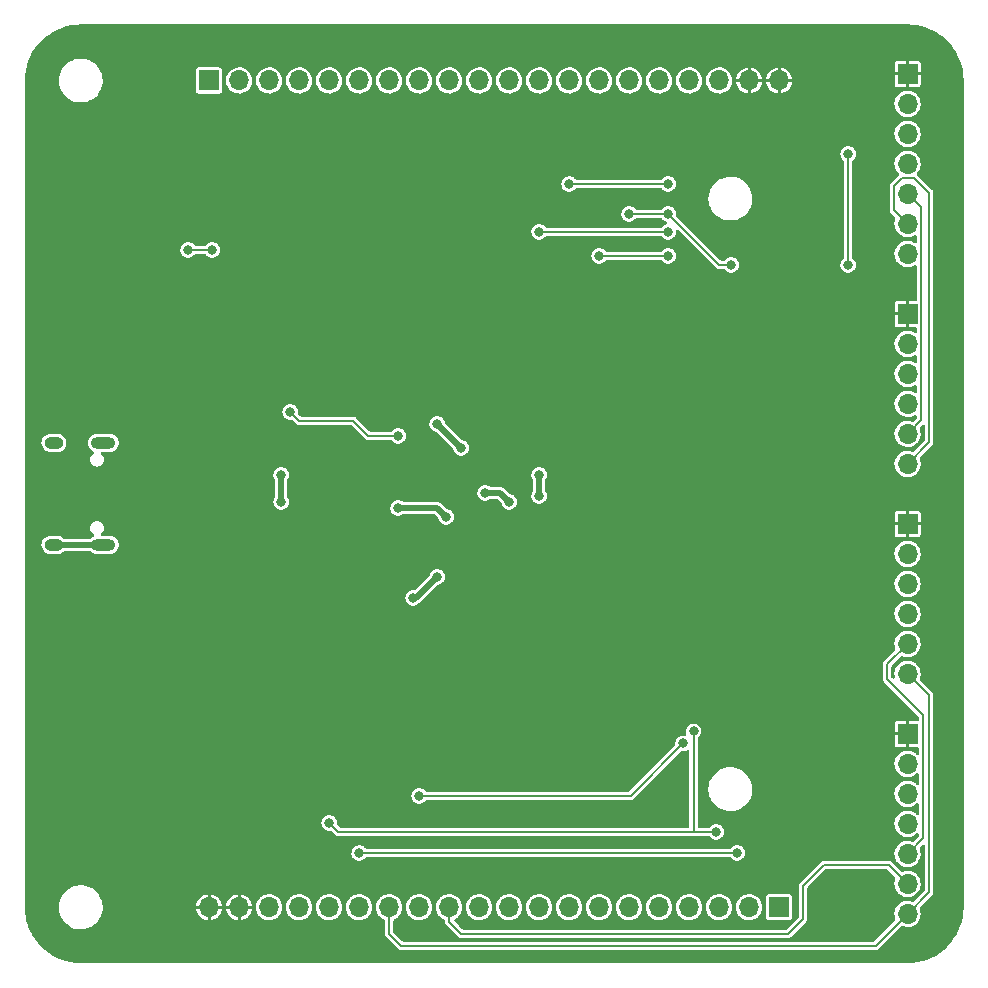
<source format=gbl>
G04 #@! TF.GenerationSoftware,KiCad,Pcbnew,6.0.7-f9a2dced07~116~ubuntu22.04.1*
G04 #@! TF.CreationDate,2022-10-14T15:58:08-07:00*
G04 #@! TF.ProjectId,ft2232-breakout,66743232-3332-42d6-9272-65616b6f7574,rev?*
G04 #@! TF.SameCoordinates,Original*
G04 #@! TF.FileFunction,Copper,L2,Bot*
G04 #@! TF.FilePolarity,Positive*
%FSLAX46Y46*%
G04 Gerber Fmt 4.6, Leading zero omitted, Abs format (unit mm)*
G04 Created by KiCad (PCBNEW 6.0.7-f9a2dced07~116~ubuntu22.04.1) date 2022-10-14 15:58:08*
%MOMM*%
%LPD*%
G01*
G04 APERTURE LIST*
G04 #@! TA.AperFunction,ComponentPad*
%ADD10O,1.600000X1.000000*%
G04 #@! TD*
G04 #@! TA.AperFunction,ComponentPad*
%ADD11O,2.100000X1.000000*%
G04 #@! TD*
G04 #@! TA.AperFunction,ComponentPad*
%ADD12R,1.700000X1.700000*%
G04 #@! TD*
G04 #@! TA.AperFunction,ComponentPad*
%ADD13O,1.700000X1.700000*%
G04 #@! TD*
G04 #@! TA.AperFunction,ViaPad*
%ADD14C,0.800000*%
G04 #@! TD*
G04 #@! TA.AperFunction,Conductor*
%ADD15C,0.500000*%
G04 #@! TD*
G04 #@! TA.AperFunction,Conductor*
%ADD16C,0.200000*%
G04 #@! TD*
G04 APERTURE END LIST*
D10*
G04 #@! TO.P,J1,S1,SHIELD*
G04 #@! TO.N,Net-(C25-Pad2)*
X57723200Y-85680000D03*
D11*
X61903200Y-94320000D03*
D10*
X57723200Y-94320000D03*
D11*
X61903200Y-85680000D03*
G04 #@! TD*
D12*
G04 #@! TO.P,J6,1,Pin_1*
G04 #@! TO.N,GND*
X130000000Y-92540000D03*
D13*
G04 #@! TO.P,J6,2,Pin_2*
G04 #@! TO.N,/AD3*
X130000000Y-95080000D03*
G04 #@! TO.P,J6,3,Pin_3*
G04 #@! TO.N,+3V3*
X130000000Y-97620000D03*
G04 #@! TO.P,J6,4,Pin_4*
G04 #@! TO.N,/AD0*
X130000000Y-100160000D03*
G04 #@! TO.P,J6,5,Pin_5*
G04 #@! TO.N,/AD1*
X130000000Y-102700000D03*
G04 #@! TO.P,J6,6,Pin_6*
G04 #@! TO.N,/AD2*
X130000000Y-105240000D03*
G04 #@! TD*
D12*
G04 #@! TO.P,J4,1,Pin_1*
G04 #@! TO.N,GND*
X130000000Y-110320000D03*
D13*
G04 #@! TO.P,J4,2,Pin_2*
G04 #@! TO.N,+3V3*
X130000000Y-112860000D03*
G04 #@! TO.P,J4,3,Pin_3*
G04 #@! TO.N,/AD3*
X130000000Y-115400000D03*
G04 #@! TO.P,J4,4,Pin_4*
G04 #@! TO.N,/AD0*
X130000000Y-117940000D03*
G04 #@! TO.P,J4,5,Pin_5*
G04 #@! TO.N,/AD1*
X130000000Y-120480000D03*
G04 #@! TO.P,J4,6,Pin_6*
G04 #@! TO.N,/AD4*
X130000000Y-123020000D03*
G04 #@! TO.P,J4,7,Pin_7*
G04 #@! TO.N,/AD2*
X130000000Y-125560000D03*
G04 #@! TD*
D12*
G04 #@! TO.P,J5,1,Pin_1*
G04 #@! TO.N,GND*
X130000000Y-54440000D03*
D13*
G04 #@! TO.P,J5,2,Pin_2*
G04 #@! TO.N,+3V3*
X130000000Y-56980000D03*
G04 #@! TO.P,J5,3,Pin_3*
G04 #@! TO.N,/BD3*
X130000000Y-59520000D03*
G04 #@! TO.P,J5,4,Pin_4*
G04 #@! TO.N,/BD0*
X130000000Y-62060000D03*
G04 #@! TO.P,J5,5,Pin_5*
G04 #@! TO.N,/BD1*
X130000000Y-64600000D03*
G04 #@! TO.P,J5,6,Pin_6*
G04 #@! TO.N,/BD4*
X130000000Y-67140000D03*
G04 #@! TO.P,J5,7,Pin_7*
G04 #@! TO.N,/BD2*
X130000000Y-69680000D03*
G04 #@! TD*
D12*
G04 #@! TO.P,J3,1,Pin_1*
G04 #@! TO.N,/BC7*
X70870000Y-55000000D03*
D13*
G04 #@! TO.P,J3,2,Pin_2*
G04 #@! TO.N,/BC6*
X73410000Y-55000000D03*
G04 #@! TO.P,J3,3,Pin_3*
G04 #@! TO.N,/BC5*
X75950000Y-55000000D03*
G04 #@! TO.P,J3,4,Pin_4*
G04 #@! TO.N,/BC4*
X78490000Y-55000000D03*
G04 #@! TO.P,J3,5,Pin_5*
G04 #@! TO.N,/BC3*
X81030000Y-55000000D03*
G04 #@! TO.P,J3,6,Pin_6*
G04 #@! TO.N,/BC2*
X83570000Y-55000000D03*
G04 #@! TO.P,J3,7,Pin_7*
G04 #@! TO.N,/BC1*
X86110000Y-55000000D03*
G04 #@! TO.P,J3,8,Pin_8*
G04 #@! TO.N,/BC0*
X88650000Y-55000000D03*
G04 #@! TO.P,J3,9,Pin_9*
G04 #@! TO.N,/BD7*
X91190000Y-55000000D03*
G04 #@! TO.P,J3,10,Pin_10*
G04 #@! TO.N,/BD6*
X93730000Y-55000000D03*
G04 #@! TO.P,J3,11,Pin_11*
G04 #@! TO.N,/BD5*
X96270000Y-55000000D03*
G04 #@! TO.P,J3,12,Pin_12*
G04 #@! TO.N,/BD4*
X98810000Y-55000000D03*
G04 #@! TO.P,J3,13,Pin_13*
G04 #@! TO.N,/BD3*
X101350000Y-55000000D03*
G04 #@! TO.P,J3,14,Pin_14*
G04 #@! TO.N,/BD2*
X103890000Y-55000000D03*
G04 #@! TO.P,J3,15,Pin_15*
G04 #@! TO.N,/BD1*
X106430000Y-55000000D03*
G04 #@! TO.P,J3,16,Pin_16*
G04 #@! TO.N,/BD0*
X108970000Y-55000000D03*
G04 #@! TO.P,J3,17,Pin_17*
G04 #@! TO.N,+3V3*
X111510000Y-55000000D03*
G04 #@! TO.P,J3,18,Pin_18*
X114050000Y-55000000D03*
G04 #@! TO.P,J3,19,Pin_19*
G04 #@! TO.N,GND*
X116590000Y-55000000D03*
G04 #@! TO.P,J3,20,Pin_20*
X119130000Y-55000000D03*
G04 #@! TD*
D12*
G04 #@! TO.P,J7,1,Pin_1*
G04 #@! TO.N,GND*
X130000000Y-74760000D03*
D13*
G04 #@! TO.P,J7,2,Pin_2*
G04 #@! TO.N,/BD3*
X130000000Y-77300000D03*
G04 #@! TO.P,J7,3,Pin_3*
G04 #@! TO.N,+3V3*
X130000000Y-79840000D03*
G04 #@! TO.P,J7,4,Pin_4*
G04 #@! TO.N,/BD0*
X130000000Y-82380000D03*
G04 #@! TO.P,J7,5,Pin_5*
G04 #@! TO.N,/BD1*
X130000000Y-84920000D03*
G04 #@! TO.P,J7,6,Pin_6*
G04 #@! TO.N,/BD4*
X130000000Y-87460000D03*
G04 #@! TD*
D12*
G04 #@! TO.P,J2,1,Pin_1*
G04 #@! TO.N,/AC7*
X119130000Y-125000000D03*
D13*
G04 #@! TO.P,J2,2,Pin_2*
G04 #@! TO.N,/AC6*
X116590000Y-125000000D03*
G04 #@! TO.P,J2,3,Pin_3*
G04 #@! TO.N,/AC5*
X114050000Y-125000000D03*
G04 #@! TO.P,J2,4,Pin_4*
G04 #@! TO.N,/AC4*
X111510000Y-125000000D03*
G04 #@! TO.P,J2,5,Pin_5*
G04 #@! TO.N,/AC3*
X108970000Y-125000000D03*
G04 #@! TO.P,J2,6,Pin_6*
G04 #@! TO.N,/AC2*
X106430000Y-125000000D03*
G04 #@! TO.P,J2,7,Pin_7*
G04 #@! TO.N,/AC1*
X103890000Y-125000000D03*
G04 #@! TO.P,J2,8,Pin_8*
G04 #@! TO.N,/AC0*
X101350000Y-125000000D03*
G04 #@! TO.P,J2,9,Pin_9*
G04 #@! TO.N,/AD7*
X98810000Y-125000000D03*
G04 #@! TO.P,J2,10,Pin_10*
G04 #@! TO.N,/AD6*
X96270000Y-125000000D03*
G04 #@! TO.P,J2,11,Pin_11*
G04 #@! TO.N,/AD5*
X93730000Y-125000000D03*
G04 #@! TO.P,J2,12,Pin_12*
G04 #@! TO.N,/AD4*
X91190000Y-125000000D03*
G04 #@! TO.P,J2,13,Pin_13*
G04 #@! TO.N,/AD3*
X88650000Y-125000000D03*
G04 #@! TO.P,J2,14,Pin_14*
G04 #@! TO.N,/AD2*
X86110000Y-125000000D03*
G04 #@! TO.P,J2,15,Pin_15*
G04 #@! TO.N,/AD1*
X83570000Y-125000000D03*
G04 #@! TO.P,J2,16,Pin_16*
G04 #@! TO.N,/AD0*
X81030000Y-125000000D03*
G04 #@! TO.P,J2,17,Pin_17*
G04 #@! TO.N,+3V3*
X78490000Y-125000000D03*
G04 #@! TO.P,J2,18,Pin_18*
X75950000Y-125000000D03*
G04 #@! TO.P,J2,19,Pin_19*
G04 #@! TO.N,GND*
X73410000Y-125000000D03*
G04 #@! TO.P,J2,20,Pin_20*
X70870000Y-125000000D03*
G04 #@! TD*
D14*
G04 #@! TO.N,GND*
X67056000Y-66587100D03*
X84836000Y-84074000D03*
X87122000Y-84074000D03*
X83058000Y-87376000D03*
X56642000Y-78486000D03*
X98552000Y-92710000D03*
X119634000Y-96012000D03*
X82804000Y-85090000D03*
X67310000Y-63732900D03*
X93218000Y-79248000D03*
X89916000Y-82804000D03*
X91186000Y-90932000D03*
X78740000Y-87376000D03*
X64262000Y-93472000D03*
X106680000Y-93218000D03*
X69088000Y-107696000D03*
X100330000Y-78740000D03*
X91170575Y-93130500D03*
X77978000Y-81026000D03*
X87376000Y-92710000D03*
X118364000Y-59944000D03*
X89916000Y-102616000D03*
X95250000Y-93980000D03*
X107442000Y-87884000D03*
X91186000Y-86360000D03*
X81534000Y-93472000D03*
X111252000Y-61214000D03*
X57150000Y-69342000D03*
X59944000Y-78486000D03*
X119634000Y-78232000D03*
X64262000Y-86614000D03*
X100330000Y-81026000D03*
X91186000Y-88138000D03*
X97525500Y-86227248D03*
X80772000Y-81026000D03*
X119380000Y-111252000D03*
X72390000Y-119888000D03*
X101346000Y-83566000D03*
X83312000Y-95504000D03*
G04 #@! TO.N,+3V3*
X76962000Y-90678000D03*
X88138000Y-98806000D03*
X90170000Y-97028000D03*
X76962000Y-88392000D03*
G04 #@! TO.N,VREG*
X98806000Y-90170000D03*
X92202000Y-86106000D03*
X90170000Y-84074000D03*
X86868000Y-91186000D03*
X98806000Y-88392000D03*
X96266000Y-90678000D03*
X90932000Y-91948000D03*
X94234000Y-89916000D03*
G04 #@! TO.N,/~{ENABLE}*
X77724000Y-83058000D03*
X86868000Y-85090000D03*
G04 #@! TO.N,/EEDATA*
X71120000Y-69342000D03*
X69088000Y-69342000D03*
G04 #@! TO.N,/BD4*
X109728000Y-67818000D03*
X98806000Y-67818000D03*
G04 #@! TO.N,/BD3*
X124968000Y-70612000D03*
X124968000Y-61214000D03*
X101350000Y-63758000D03*
X109728000Y-63754000D03*
G04 #@! TO.N,/BD1*
X109728000Y-66294000D03*
X106426000Y-66294000D03*
X115062000Y-70612000D03*
G04 #@! TO.N,/AD0*
X111887000Y-110109000D03*
X113792000Y-118618000D03*
X81030000Y-117852000D03*
G04 #@! TO.N,/AD1*
X115570000Y-120396000D03*
X83570000Y-120400000D03*
G04 #@! TO.N,/AD3*
X88650000Y-115566000D03*
X110998000Y-111125000D03*
G04 #@! TO.N,/BD2*
X109728000Y-69850000D03*
X103890000Y-69846000D03*
G04 #@! TD*
D15*
G04 #@! TO.N,+3V3*
X88392000Y-98806000D02*
X88138000Y-98806000D01*
X90170000Y-97028000D02*
X88392000Y-98806000D01*
X76962000Y-90678000D02*
X76962000Y-88392000D01*
G04 #@! TO.N,VREG*
X98806000Y-90170000D02*
X98806000Y-88392000D01*
X90170000Y-84074000D02*
X92202000Y-86106000D01*
X94234000Y-89916000D02*
X95504000Y-89916000D01*
X90170000Y-91186000D02*
X90932000Y-91948000D01*
X86868000Y-91186000D02*
X90170000Y-91186000D01*
X95504000Y-89916000D02*
X96266000Y-90678000D01*
G04 #@! TO.N,Net-(C25-Pad2)*
X57723200Y-94320000D02*
X61903200Y-94320000D01*
D16*
G04 #@! TO.N,/~{ENABLE}*
X83058000Y-83820000D02*
X78486000Y-83820000D01*
X86868000Y-85090000D02*
X84328000Y-85090000D01*
X84328000Y-85090000D02*
X83058000Y-83820000D01*
X78486000Y-83820000D02*
X77724000Y-83058000D01*
G04 #@! TO.N,/EEDATA*
X71120000Y-69342000D02*
X69088000Y-69342000D01*
G04 #@! TO.N,/BD4*
X130000000Y-87460000D02*
X131826000Y-85634000D01*
X130556000Y-63246000D02*
X129540000Y-63246000D01*
X128850000Y-65990000D02*
X130000000Y-67140000D01*
X128850000Y-63936000D02*
X128850000Y-65990000D01*
X129540000Y-63246000D02*
X128850000Y-63936000D01*
X131826000Y-85634000D02*
X131826000Y-64516000D01*
X109728000Y-67818000D02*
X98806000Y-67818000D01*
X131826000Y-64516000D02*
X130556000Y-63246000D01*
G04 #@! TO.N,/BD3*
X109728000Y-63754000D02*
X101354000Y-63754000D01*
X101354000Y-63754000D02*
X101350000Y-63758000D01*
X124968000Y-70612000D02*
X124968000Y-61214000D01*
G04 #@! TO.N,/BD1*
X114046000Y-70612000D02*
X109728000Y-66294000D01*
X115062000Y-70612000D02*
X114046000Y-70612000D01*
X109728000Y-66294000D02*
X106426000Y-66294000D01*
X131150000Y-65750000D02*
X131150000Y-83770000D01*
X130000000Y-64600000D02*
X131150000Y-65750000D01*
X131150000Y-83770000D02*
X130000000Y-84920000D01*
G04 #@! TO.N,/AD0*
X113792000Y-118618000D02*
X112014000Y-118618000D01*
X111887000Y-118491000D02*
X112014000Y-118618000D01*
X111887000Y-110109000D02*
X111887000Y-118491000D01*
X112014000Y-118618000D02*
X81796000Y-118618000D01*
X81796000Y-118618000D02*
X81030000Y-117852000D01*
G04 #@! TO.N,/AD2*
X86110000Y-127258000D02*
X86110000Y-125000000D01*
X127290000Y-128270000D02*
X87122000Y-128270000D01*
X130000000Y-125560000D02*
X127290000Y-128270000D01*
X130000000Y-125560000D02*
X131826000Y-123734000D01*
X131826000Y-123734000D02*
X131826000Y-107066000D01*
X87122000Y-128270000D02*
X86110000Y-127258000D01*
X131826000Y-107066000D02*
X130000000Y-105240000D01*
G04 #@! TO.N,/AD4*
X128392000Y-121412000D02*
X122936000Y-121412000D01*
X121158000Y-123190000D02*
X121158000Y-125984000D01*
X91190000Y-126242000D02*
X91190000Y-125000000D01*
X119888000Y-127254000D02*
X92202000Y-127254000D01*
X130000000Y-123020000D02*
X128392000Y-121412000D01*
X121158000Y-125984000D02*
X119888000Y-127254000D01*
X122936000Y-121412000D02*
X121158000Y-123190000D01*
X92202000Y-127254000D02*
X91190000Y-126242000D01*
G04 #@! TO.N,/AD1*
X115570000Y-120396000D02*
X83574000Y-120396000D01*
X128270000Y-105664000D02*
X128270000Y-104430000D01*
X128270000Y-104430000D02*
X130000000Y-102700000D01*
X131318000Y-119162000D02*
X131318000Y-108712000D01*
X83574000Y-120396000D02*
X83570000Y-120400000D01*
X131318000Y-108712000D02*
X128270000Y-105664000D01*
X130000000Y-120480000D02*
X131318000Y-119162000D01*
G04 #@! TO.N,/AD3*
X106557000Y-115566000D02*
X110998000Y-111125000D01*
X88650000Y-115566000D02*
X106557000Y-115566000D01*
G04 #@! TO.N,/BD2*
X103894000Y-69850000D02*
X103890000Y-69846000D01*
X109728000Y-69850000D02*
X103894000Y-69850000D01*
G04 #@! TD*
G04 #@! TA.AperFunction,Conductor*
G04 #@! TO.N,GND*
G36*
X129987103Y-50256921D02*
G01*
X130000000Y-50259486D01*
X130012170Y-50257065D01*
X130022599Y-50257065D01*
X130035735Y-50256060D01*
X130356412Y-50270061D01*
X130408103Y-50272318D01*
X130419051Y-50273276D01*
X130818604Y-50325878D01*
X130829413Y-50327785D01*
X131222854Y-50415008D01*
X131233471Y-50417853D01*
X131617813Y-50539036D01*
X131628128Y-50542789D01*
X132000468Y-50697017D01*
X132010412Y-50701655D01*
X132295219Y-50849916D01*
X132367867Y-50887734D01*
X132377387Y-50893230D01*
X132717262Y-51109755D01*
X132726266Y-51116059D01*
X133045993Y-51361393D01*
X133054397Y-51368445D01*
X133130501Y-51438182D01*
X133351519Y-51640709D01*
X133359291Y-51648481D01*
X133470515Y-51769860D01*
X133631555Y-51945603D01*
X133638607Y-51954007D01*
X133768743Y-52123604D01*
X133883941Y-52273734D01*
X133890245Y-52282738D01*
X134106770Y-52622613D01*
X134112266Y-52632133D01*
X134298341Y-52989579D01*
X134302983Y-52999532D01*
X134451313Y-53357633D01*
X134457208Y-53371865D01*
X134460964Y-53382187D01*
X134572712Y-53736605D01*
X134582147Y-53766528D01*
X134584992Y-53777145D01*
X134663467Y-54131123D01*
X134672214Y-54170579D01*
X134674122Y-54181396D01*
X134717296Y-54509338D01*
X134726724Y-54580948D01*
X134727682Y-54591898D01*
X134743940Y-54964265D01*
X134742935Y-54977401D01*
X134742935Y-54987830D01*
X134740514Y-55000000D01*
X134742935Y-55012170D01*
X134743079Y-55012894D01*
X134745500Y-55037476D01*
X134745500Y-124962524D01*
X134743079Y-124987103D01*
X134740514Y-125000000D01*
X134742935Y-125012170D01*
X134742935Y-125022599D01*
X134743940Y-125035735D01*
X134727682Y-125408102D01*
X134726724Y-125419051D01*
X134678550Y-125784971D01*
X134674123Y-125818596D01*
X134672215Y-125829413D01*
X134601960Y-126146316D01*
X134584992Y-126222854D01*
X134582147Y-126233471D01*
X134462590Y-126612659D01*
X134460967Y-126617806D01*
X134457211Y-126628128D01*
X134360092Y-126862595D01*
X134302987Y-127000459D01*
X134298345Y-127010412D01*
X134151454Y-127292588D01*
X134112266Y-127367867D01*
X134106770Y-127377387D01*
X133890245Y-127717262D01*
X133883941Y-127726266D01*
X133638607Y-128045993D01*
X133631555Y-128054397D01*
X133547946Y-128145640D01*
X133359291Y-128351519D01*
X133351519Y-128359291D01*
X133214967Y-128484419D01*
X133054397Y-128631555D01*
X133045993Y-128638607D01*
X132811664Y-128818413D01*
X132726266Y-128883941D01*
X132717262Y-128890245D01*
X132377387Y-129106770D01*
X132367868Y-129112265D01*
X132010412Y-129298345D01*
X132000468Y-129302983D01*
X131628128Y-129457211D01*
X131617813Y-129460964D01*
X131233472Y-129582147D01*
X131222855Y-129584992D01*
X130829413Y-129672215D01*
X130818604Y-129674122D01*
X130419052Y-129726724D01*
X130408103Y-129727682D01*
X130356412Y-129729939D01*
X130035735Y-129743940D01*
X130022599Y-129742935D01*
X130012170Y-129742935D01*
X130000000Y-129740514D01*
X129987103Y-129743079D01*
X129962524Y-129745500D01*
X60037476Y-129745500D01*
X60012897Y-129743079D01*
X60000000Y-129740514D01*
X59987830Y-129742935D01*
X59977401Y-129742935D01*
X59964265Y-129743940D01*
X59643588Y-129729939D01*
X59591897Y-129727682D01*
X59580948Y-129726724D01*
X59181396Y-129674122D01*
X59170587Y-129672215D01*
X58777145Y-129584992D01*
X58766528Y-129582147D01*
X58382187Y-129460964D01*
X58371872Y-129457211D01*
X57999532Y-129302983D01*
X57989588Y-129298345D01*
X57632132Y-129112265D01*
X57622613Y-129106770D01*
X57282738Y-128890245D01*
X57273734Y-128883941D01*
X57188336Y-128818413D01*
X56954007Y-128638607D01*
X56945603Y-128631555D01*
X56785033Y-128484419D01*
X56648481Y-128359291D01*
X56640709Y-128351519D01*
X56452054Y-128145640D01*
X56368445Y-128054397D01*
X56361393Y-128045993D01*
X56116059Y-127726266D01*
X56109755Y-127717262D01*
X55893230Y-127377387D01*
X55887734Y-127367867D01*
X55848546Y-127292588D01*
X55701655Y-127010412D01*
X55697013Y-127000459D01*
X55639909Y-126862595D01*
X55542789Y-126628128D01*
X55539033Y-126617806D01*
X55537411Y-126612659D01*
X55417853Y-126233471D01*
X55415008Y-126222854D01*
X55398040Y-126146316D01*
X55327785Y-125829413D01*
X55325877Y-125818596D01*
X55321451Y-125784971D01*
X55273276Y-125419051D01*
X55272318Y-125408102D01*
X55256342Y-125042186D01*
X58141018Y-125042186D01*
X58166579Y-125310100D01*
X58167664Y-125314534D01*
X58167665Y-125314540D01*
X58225066Y-125549120D01*
X58230547Y-125571518D01*
X58331583Y-125820963D01*
X58392308Y-125924674D01*
X58463226Y-126045792D01*
X58467569Y-126053210D01*
X58548119Y-126153933D01*
X58618267Y-126241648D01*
X58635658Y-126263395D01*
X58832327Y-126447113D01*
X59053457Y-126600516D01*
X59294416Y-126720391D01*
X59298750Y-126721812D01*
X59298753Y-126721813D01*
X59545823Y-126802807D01*
X59545829Y-126802808D01*
X59550156Y-126804227D01*
X59554647Y-126805007D01*
X59554648Y-126805007D01*
X59811538Y-126849611D01*
X59811546Y-126849612D01*
X59815319Y-126850267D01*
X59819156Y-126850458D01*
X59898777Y-126854422D01*
X59898785Y-126854422D01*
X59900348Y-126854500D01*
X60068374Y-126854500D01*
X60070642Y-126854335D01*
X60070654Y-126854335D01*
X60201457Y-126844844D01*
X60268425Y-126839985D01*
X60272880Y-126839001D01*
X60272883Y-126839001D01*
X60526770Y-126782947D01*
X60526772Y-126782946D01*
X60531226Y-126781963D01*
X60782900Y-126686613D01*
X60833573Y-126658467D01*
X61014179Y-126558149D01*
X61014180Y-126558148D01*
X61018172Y-126555931D01*
X61152326Y-126453548D01*
X61228491Y-126395421D01*
X61228495Y-126395417D01*
X61232116Y-126392654D01*
X61256626Y-126367582D01*
X61358475Y-126263395D01*
X61420249Y-126200203D01*
X61469793Y-126132137D01*
X61575942Y-125986304D01*
X61575947Y-125986297D01*
X61578630Y-125982610D01*
X61703941Y-125744433D01*
X61793557Y-125490662D01*
X61826433Y-125323861D01*
X61844720Y-125231083D01*
X61844721Y-125231077D01*
X61845601Y-125226611D01*
X61848244Y-125173522D01*
X61849783Y-125142602D01*
X69772899Y-125142602D01*
X69774542Y-125167676D01*
X69776343Y-125179046D01*
X69823443Y-125364502D01*
X69827284Y-125375348D01*
X69907394Y-125549120D01*
X69913145Y-125559081D01*
X70023579Y-125715343D01*
X70031057Y-125724098D01*
X70168114Y-125857612D01*
X70177058Y-125864855D01*
X70336156Y-125971161D01*
X70346266Y-125976651D01*
X70522077Y-126052185D01*
X70533020Y-126055740D01*
X70719647Y-126097970D01*
X70726383Y-126098857D01*
X70740302Y-126095357D01*
X70740658Y-126094978D01*
X70743000Y-126085144D01*
X70743000Y-126079095D01*
X70997000Y-126079095D01*
X71000966Y-126092601D01*
X71014966Y-126094605D01*
X71123106Y-126078926D01*
X71134302Y-126076238D01*
X71315497Y-126014730D01*
X71325994Y-126010056D01*
X71492958Y-125916552D01*
X71502430Y-125910042D01*
X71649553Y-125787682D01*
X71657682Y-125779553D01*
X71780042Y-125632430D01*
X71786552Y-125622958D01*
X71880056Y-125455994D01*
X71884730Y-125445497D01*
X71946238Y-125264302D01*
X71948926Y-125253106D01*
X71964610Y-125144929D01*
X71964278Y-125142602D01*
X72312899Y-125142602D01*
X72314542Y-125167676D01*
X72316343Y-125179046D01*
X72363443Y-125364502D01*
X72367284Y-125375348D01*
X72447394Y-125549120D01*
X72453145Y-125559081D01*
X72563579Y-125715343D01*
X72571057Y-125724098D01*
X72708114Y-125857612D01*
X72717058Y-125864855D01*
X72876156Y-125971161D01*
X72886266Y-125976651D01*
X73062077Y-126052185D01*
X73073020Y-126055740D01*
X73259647Y-126097970D01*
X73266383Y-126098857D01*
X73280302Y-126095357D01*
X73280658Y-126094978D01*
X73283000Y-126085144D01*
X73283000Y-126079095D01*
X73537000Y-126079095D01*
X73540966Y-126092601D01*
X73554966Y-126094605D01*
X73663106Y-126078926D01*
X73674302Y-126076238D01*
X73855497Y-126014730D01*
X73865994Y-126010056D01*
X74032958Y-125916552D01*
X74042430Y-125910042D01*
X74189553Y-125787682D01*
X74197682Y-125779553D01*
X74320042Y-125632430D01*
X74326552Y-125622958D01*
X74420056Y-125455994D01*
X74424730Y-125445497D01*
X74486238Y-125264302D01*
X74488926Y-125253106D01*
X74504610Y-125144929D01*
X74502624Y-125130993D01*
X74489056Y-125127000D01*
X73555115Y-125127000D01*
X73539876Y-125131475D01*
X73538671Y-125132865D01*
X73537000Y-125140548D01*
X73537000Y-126079095D01*
X73283000Y-126079095D01*
X73283000Y-125145115D01*
X73278525Y-125129876D01*
X73277135Y-125128671D01*
X73269452Y-125127000D01*
X72329991Y-125127000D01*
X72314951Y-125131416D01*
X72312899Y-125142602D01*
X71964278Y-125142602D01*
X71962624Y-125130993D01*
X71949056Y-125127000D01*
X71015115Y-125127000D01*
X70999876Y-125131475D01*
X70998671Y-125132865D01*
X70997000Y-125140548D01*
X70997000Y-126079095D01*
X70743000Y-126079095D01*
X70743000Y-125145115D01*
X70738525Y-125129876D01*
X70737135Y-125128671D01*
X70729452Y-125127000D01*
X69789991Y-125127000D01*
X69774951Y-125131416D01*
X69772899Y-125142602D01*
X61849783Y-125142602D01*
X61858328Y-124970964D01*
X74841148Y-124970964D01*
X74854424Y-125173522D01*
X74855845Y-125179118D01*
X74855846Y-125179123D01*
X74876119Y-125258945D01*
X74904392Y-125370269D01*
X74906809Y-125375512D01*
X74943912Y-125455994D01*
X74989377Y-125554616D01*
X74992710Y-125559332D01*
X75034210Y-125618053D01*
X75106533Y-125720389D01*
X75110675Y-125724424D01*
X75125764Y-125739123D01*
X75251938Y-125862035D01*
X75420720Y-125974812D01*
X75426023Y-125977090D01*
X75426026Y-125977092D01*
X75585931Y-126045792D01*
X75607228Y-126054942D01*
X75666333Y-126068316D01*
X75799579Y-126098467D01*
X75799584Y-126098468D01*
X75805216Y-126099742D01*
X75810987Y-126099969D01*
X75810989Y-126099969D01*
X75870756Y-126102317D01*
X76008053Y-126107712D01*
X76115348Y-126092155D01*
X76203231Y-126079413D01*
X76203236Y-126079412D01*
X76208945Y-126078584D01*
X76214409Y-126076729D01*
X76214414Y-126076728D01*
X76395693Y-126015192D01*
X76395698Y-126015190D01*
X76401165Y-126013334D01*
X76407019Y-126010056D01*
X76479233Y-125969614D01*
X76578276Y-125914147D01*
X76617969Y-125881135D01*
X76729913Y-125788031D01*
X76734345Y-125784345D01*
X76864147Y-125628276D01*
X76963334Y-125451165D01*
X76965190Y-125445698D01*
X76965192Y-125445693D01*
X77026728Y-125264414D01*
X77026729Y-125264409D01*
X77028584Y-125258945D01*
X77029412Y-125253236D01*
X77029413Y-125253231D01*
X77057179Y-125061727D01*
X77057712Y-125058053D01*
X77059232Y-125000000D01*
X77056564Y-124970964D01*
X77381148Y-124970964D01*
X77394424Y-125173522D01*
X77395845Y-125179118D01*
X77395846Y-125179123D01*
X77416119Y-125258945D01*
X77444392Y-125370269D01*
X77446809Y-125375512D01*
X77483912Y-125455994D01*
X77529377Y-125554616D01*
X77532710Y-125559332D01*
X77574210Y-125618053D01*
X77646533Y-125720389D01*
X77650675Y-125724424D01*
X77665764Y-125739123D01*
X77791938Y-125862035D01*
X77960720Y-125974812D01*
X77966023Y-125977090D01*
X77966026Y-125977092D01*
X78125931Y-126045792D01*
X78147228Y-126054942D01*
X78206333Y-126068316D01*
X78339579Y-126098467D01*
X78339584Y-126098468D01*
X78345216Y-126099742D01*
X78350987Y-126099969D01*
X78350989Y-126099969D01*
X78410756Y-126102317D01*
X78548053Y-126107712D01*
X78655348Y-126092155D01*
X78743231Y-126079413D01*
X78743236Y-126079412D01*
X78748945Y-126078584D01*
X78754409Y-126076729D01*
X78754414Y-126076728D01*
X78935693Y-126015192D01*
X78935698Y-126015190D01*
X78941165Y-126013334D01*
X78947019Y-126010056D01*
X79019233Y-125969614D01*
X79118276Y-125914147D01*
X79157969Y-125881135D01*
X79269913Y-125788031D01*
X79274345Y-125784345D01*
X79404147Y-125628276D01*
X79503334Y-125451165D01*
X79505190Y-125445698D01*
X79505192Y-125445693D01*
X79566728Y-125264414D01*
X79566729Y-125264409D01*
X79568584Y-125258945D01*
X79569412Y-125253236D01*
X79569413Y-125253231D01*
X79597179Y-125061727D01*
X79597712Y-125058053D01*
X79599232Y-125000000D01*
X79596564Y-124970964D01*
X79921148Y-124970964D01*
X79934424Y-125173522D01*
X79935845Y-125179118D01*
X79935846Y-125179123D01*
X79956119Y-125258945D01*
X79984392Y-125370269D01*
X79986809Y-125375512D01*
X80023912Y-125455994D01*
X80069377Y-125554616D01*
X80072710Y-125559332D01*
X80114210Y-125618053D01*
X80186533Y-125720389D01*
X80190675Y-125724424D01*
X80205764Y-125739123D01*
X80331938Y-125862035D01*
X80500720Y-125974812D01*
X80506023Y-125977090D01*
X80506026Y-125977092D01*
X80665931Y-126045792D01*
X80687228Y-126054942D01*
X80746333Y-126068316D01*
X80879579Y-126098467D01*
X80879584Y-126098468D01*
X80885216Y-126099742D01*
X80890987Y-126099969D01*
X80890989Y-126099969D01*
X80950756Y-126102317D01*
X81088053Y-126107712D01*
X81195348Y-126092155D01*
X81283231Y-126079413D01*
X81283236Y-126079412D01*
X81288945Y-126078584D01*
X81294409Y-126076729D01*
X81294414Y-126076728D01*
X81475693Y-126015192D01*
X81475698Y-126015190D01*
X81481165Y-126013334D01*
X81487019Y-126010056D01*
X81559233Y-125969614D01*
X81658276Y-125914147D01*
X81697969Y-125881135D01*
X81809913Y-125788031D01*
X81814345Y-125784345D01*
X81944147Y-125628276D01*
X82043334Y-125451165D01*
X82045190Y-125445698D01*
X82045192Y-125445693D01*
X82106728Y-125264414D01*
X82106729Y-125264409D01*
X82108584Y-125258945D01*
X82109412Y-125253236D01*
X82109413Y-125253231D01*
X82137179Y-125061727D01*
X82137712Y-125058053D01*
X82139232Y-125000000D01*
X82136564Y-124970964D01*
X82461148Y-124970964D01*
X82474424Y-125173522D01*
X82475845Y-125179118D01*
X82475846Y-125179123D01*
X82496119Y-125258945D01*
X82524392Y-125370269D01*
X82526809Y-125375512D01*
X82563912Y-125455994D01*
X82609377Y-125554616D01*
X82612710Y-125559332D01*
X82654210Y-125618053D01*
X82726533Y-125720389D01*
X82730675Y-125724424D01*
X82745764Y-125739123D01*
X82871938Y-125862035D01*
X83040720Y-125974812D01*
X83046023Y-125977090D01*
X83046026Y-125977092D01*
X83205931Y-126045792D01*
X83227228Y-126054942D01*
X83286333Y-126068316D01*
X83419579Y-126098467D01*
X83419584Y-126098468D01*
X83425216Y-126099742D01*
X83430987Y-126099969D01*
X83430989Y-126099969D01*
X83490756Y-126102317D01*
X83628053Y-126107712D01*
X83735348Y-126092155D01*
X83823231Y-126079413D01*
X83823236Y-126079412D01*
X83828945Y-126078584D01*
X83834409Y-126076729D01*
X83834414Y-126076728D01*
X84015693Y-126015192D01*
X84015698Y-126015190D01*
X84021165Y-126013334D01*
X84027019Y-126010056D01*
X84099233Y-125969614D01*
X84198276Y-125914147D01*
X84237969Y-125881135D01*
X84349913Y-125788031D01*
X84354345Y-125784345D01*
X84484147Y-125628276D01*
X84583334Y-125451165D01*
X84585190Y-125445698D01*
X84585192Y-125445693D01*
X84646728Y-125264414D01*
X84646729Y-125264409D01*
X84648584Y-125258945D01*
X84649412Y-125253236D01*
X84649413Y-125253231D01*
X84677179Y-125061727D01*
X84677712Y-125058053D01*
X84679232Y-125000000D01*
X84676564Y-124970964D01*
X85001148Y-124970964D01*
X85014424Y-125173522D01*
X85015845Y-125179118D01*
X85015846Y-125179123D01*
X85036119Y-125258945D01*
X85064392Y-125370269D01*
X85066809Y-125375512D01*
X85103912Y-125455994D01*
X85149377Y-125554616D01*
X85152710Y-125559332D01*
X85194210Y-125618053D01*
X85266533Y-125720389D01*
X85270675Y-125724424D01*
X85285764Y-125739123D01*
X85411938Y-125862035D01*
X85580720Y-125974812D01*
X85586027Y-125977092D01*
X85586029Y-125977093D01*
X85679237Y-126017138D01*
X85733931Y-126062406D01*
X85755500Y-126132906D01*
X85755500Y-127206743D01*
X85753394Y-127226537D01*
X85753189Y-127230890D01*
X85750997Y-127241070D01*
X85752221Y-127251408D01*
X85754627Y-127271737D01*
X85754942Y-127277083D01*
X85755072Y-127277072D01*
X85755500Y-127282252D01*
X85755500Y-127287451D01*
X85756353Y-127292575D01*
X85756354Y-127292588D01*
X85758427Y-127305041D01*
X85759264Y-127310916D01*
X85764869Y-127358270D01*
X85768570Y-127365978D01*
X85769975Y-127374417D01*
X85792629Y-127416401D01*
X85795310Y-127421664D01*
X85815955Y-127464658D01*
X85819311Y-127468650D01*
X85821258Y-127470597D01*
X85822748Y-127472222D01*
X85822981Y-127472654D01*
X85822945Y-127472687D01*
X85823084Y-127472845D01*
X85826017Y-127478280D01*
X85833664Y-127485349D01*
X85862881Y-127512357D01*
X85866421Y-127515760D01*
X86835086Y-128484424D01*
X86847588Y-128499904D01*
X86850525Y-128503131D01*
X86856175Y-128511882D01*
X86880438Y-128531009D01*
X86884433Y-128534559D01*
X86884517Y-128534460D01*
X86888480Y-128537818D01*
X86892156Y-128541494D01*
X86896385Y-128544517D01*
X86896386Y-128544517D01*
X86906652Y-128551854D01*
X86911395Y-128555415D01*
X86940675Y-128578497D01*
X86940679Y-128578499D01*
X86948857Y-128584946D01*
X86956925Y-128587779D01*
X86963885Y-128592753D01*
X86973863Y-128595737D01*
X87009586Y-128606420D01*
X87015235Y-128608256D01*
X87060208Y-128624050D01*
X87065404Y-128624500D01*
X87068109Y-128624500D01*
X87070365Y-128624597D01*
X87070841Y-128624740D01*
X87070839Y-128624786D01*
X87071038Y-128624799D01*
X87076955Y-128626568D01*
X87127124Y-128624597D01*
X87132070Y-128624500D01*
X127238743Y-128624500D01*
X127258537Y-128626606D01*
X127262890Y-128626811D01*
X127273070Y-128629003D01*
X127303740Y-128625373D01*
X127309083Y-128625058D01*
X127309072Y-128624928D01*
X127314252Y-128624500D01*
X127319451Y-128624500D01*
X127324575Y-128623647D01*
X127324588Y-128623646D01*
X127337041Y-128621573D01*
X127342916Y-128620736D01*
X127379929Y-128616355D01*
X127390270Y-128615131D01*
X127397978Y-128611430D01*
X127406417Y-128610025D01*
X127448401Y-128587371D01*
X127453664Y-128584690D01*
X127466561Y-128578497D01*
X127496658Y-128564045D01*
X127500650Y-128560689D01*
X127502597Y-128558742D01*
X127504222Y-128557252D01*
X127504654Y-128557019D01*
X127504687Y-128557055D01*
X127504845Y-128556916D01*
X127510280Y-128553983D01*
X127528236Y-128534559D01*
X127544357Y-128517119D01*
X127547786Y-128513553D01*
X129449377Y-126611962D01*
X129511689Y-126577936D01*
X129588210Y-126585290D01*
X129651912Y-126612659D01*
X129651921Y-126612662D01*
X129657228Y-126614942D01*
X129715533Y-126628135D01*
X129849579Y-126658467D01*
X129849584Y-126658468D01*
X129855216Y-126659742D01*
X129860987Y-126659969D01*
X129860989Y-126659969D01*
X129920756Y-126662317D01*
X130058053Y-126667712D01*
X130158499Y-126653148D01*
X130253231Y-126639413D01*
X130253236Y-126639412D01*
X130258945Y-126638584D01*
X130264409Y-126636729D01*
X130264414Y-126636728D01*
X130445693Y-126575192D01*
X130445698Y-126575190D01*
X130451165Y-126573334D01*
X130482241Y-126555931D01*
X130588617Y-126496357D01*
X130628276Y-126474147D01*
X130642545Y-126462280D01*
X130779913Y-126348031D01*
X130784345Y-126344345D01*
X130845416Y-126270916D01*
X130910453Y-126192718D01*
X130910455Y-126192715D01*
X130914147Y-126188276D01*
X130996852Y-126040596D01*
X131010510Y-126016208D01*
X131010511Y-126016206D01*
X131013334Y-126011165D01*
X131015190Y-126005698D01*
X131015192Y-126005693D01*
X131076728Y-125824414D01*
X131076729Y-125824409D01*
X131078584Y-125818945D01*
X131079412Y-125813236D01*
X131079413Y-125813231D01*
X131096991Y-125691996D01*
X131107712Y-125618053D01*
X131109232Y-125560000D01*
X131092265Y-125375348D01*
X131091187Y-125363613D01*
X131091186Y-125363610D01*
X131090658Y-125357859D01*
X131089090Y-125352299D01*
X131037125Y-125168046D01*
X131037124Y-125168044D01*
X131035557Y-125162487D01*
X131030339Y-125151905D01*
X131018152Y-125081962D01*
X131045713Y-125016534D01*
X131054252Y-125007086D01*
X132040420Y-124020918D01*
X132055902Y-124008413D01*
X132059129Y-124005477D01*
X132067882Y-123999825D01*
X132087009Y-123975562D01*
X132090559Y-123971567D01*
X132090460Y-123971483D01*
X132093818Y-123967520D01*
X132097494Y-123963844D01*
X132100517Y-123959614D01*
X132107854Y-123949348D01*
X132111415Y-123944605D01*
X132134497Y-123915325D01*
X132134499Y-123915321D01*
X132140946Y-123907143D01*
X132143779Y-123899075D01*
X132148753Y-123892115D01*
X132151737Y-123882137D01*
X132162420Y-123846414D01*
X132164256Y-123840765D01*
X132177424Y-123803269D01*
X132180050Y-123795792D01*
X132180500Y-123790596D01*
X132180500Y-123787891D01*
X132180597Y-123785635D01*
X132180740Y-123785159D01*
X132180786Y-123785161D01*
X132180799Y-123784962D01*
X132182568Y-123779045D01*
X132180597Y-123728876D01*
X132180500Y-123723930D01*
X132180500Y-107117257D01*
X132182606Y-107097463D01*
X132182811Y-107093110D01*
X132185003Y-107082930D01*
X132181373Y-107052260D01*
X132181058Y-107046917D01*
X132180928Y-107046928D01*
X132180500Y-107041748D01*
X132180500Y-107036549D01*
X132179647Y-107031425D01*
X132179646Y-107031412D01*
X132177573Y-107018959D01*
X132176736Y-107013084D01*
X132172355Y-106976071D01*
X132171131Y-106965730D01*
X132167430Y-106958022D01*
X132166025Y-106949583D01*
X132143371Y-106907599D01*
X132140690Y-106902336D01*
X132123475Y-106866486D01*
X132120045Y-106859342D01*
X132116689Y-106855350D01*
X132114742Y-106853403D01*
X132113252Y-106851778D01*
X132113019Y-106851346D01*
X132113055Y-106851313D01*
X132112916Y-106851155D01*
X132109983Y-106845720D01*
X132073119Y-106811643D01*
X132069553Y-106808214D01*
X131053321Y-105791982D01*
X131019295Y-105729670D01*
X131023103Y-105662387D01*
X131078584Y-105498945D01*
X131079412Y-105493236D01*
X131079413Y-105493231D01*
X131107179Y-105301727D01*
X131107712Y-105298053D01*
X131109232Y-105240000D01*
X131090658Y-105037859D01*
X131089090Y-105032299D01*
X131037125Y-104848046D01*
X131037124Y-104848044D01*
X131035557Y-104842487D01*
X131024978Y-104821033D01*
X130948331Y-104665609D01*
X130945776Y-104660428D01*
X130824320Y-104497779D01*
X130702268Y-104384955D01*
X130679503Y-104363911D01*
X130675258Y-104359987D01*
X130670375Y-104356906D01*
X130670371Y-104356903D01*
X130508464Y-104254748D01*
X130503581Y-104251667D01*
X130315039Y-104176446D01*
X130309379Y-104175320D01*
X130309375Y-104175319D01*
X130121613Y-104137971D01*
X130121610Y-104137971D01*
X130115946Y-104136844D01*
X130110171Y-104136768D01*
X130110167Y-104136768D01*
X130008793Y-104135441D01*
X129912971Y-104134187D01*
X129907274Y-104135166D01*
X129907273Y-104135166D01*
X129788431Y-104155587D01*
X129712910Y-104168564D01*
X129522463Y-104238824D01*
X129348010Y-104342612D01*
X129343670Y-104346418D01*
X129343666Y-104346421D01*
X129242521Y-104435124D01*
X129195392Y-104476455D01*
X129069720Y-104635869D01*
X129067031Y-104640980D01*
X129067029Y-104640983D01*
X129054073Y-104665609D01*
X128975203Y-104815515D01*
X128915007Y-105009378D01*
X128891148Y-105210964D01*
X128904424Y-105413522D01*
X128905847Y-105419123D01*
X128905847Y-105419126D01*
X128922206Y-105483540D01*
X128919588Y-105554488D01*
X128879027Y-105612758D01*
X128813403Y-105639849D01*
X128743549Y-105627160D01*
X128710988Y-105603650D01*
X128661405Y-105554067D01*
X128627379Y-105491755D01*
X128624500Y-105464972D01*
X128624500Y-104629029D01*
X128644502Y-104560908D01*
X128661405Y-104539934D01*
X129449377Y-103751962D01*
X129511689Y-103717936D01*
X129588210Y-103725290D01*
X129651912Y-103752659D01*
X129651921Y-103752662D01*
X129657228Y-103754942D01*
X129730244Y-103771464D01*
X129849579Y-103798467D01*
X129849584Y-103798468D01*
X129855216Y-103799742D01*
X129860987Y-103799969D01*
X129860989Y-103799969D01*
X129920756Y-103802317D01*
X130058053Y-103807712D01*
X130158499Y-103793148D01*
X130253231Y-103779413D01*
X130253236Y-103779412D01*
X130258945Y-103778584D01*
X130264409Y-103776729D01*
X130264414Y-103776728D01*
X130445693Y-103715192D01*
X130445698Y-103715190D01*
X130451165Y-103713334D01*
X130628276Y-103614147D01*
X130784345Y-103484345D01*
X130914147Y-103328276D01*
X130973845Y-103221677D01*
X131010510Y-103156208D01*
X131010511Y-103156206D01*
X131013334Y-103151165D01*
X131015190Y-103145698D01*
X131015192Y-103145693D01*
X131076728Y-102964414D01*
X131076729Y-102964409D01*
X131078584Y-102958945D01*
X131079412Y-102953236D01*
X131079413Y-102953231D01*
X131107179Y-102761727D01*
X131107712Y-102758053D01*
X131109232Y-102700000D01*
X131090658Y-102497859D01*
X131089090Y-102492299D01*
X131037125Y-102308046D01*
X131037124Y-102308044D01*
X131035557Y-102302487D01*
X131024978Y-102281033D01*
X130948331Y-102125609D01*
X130945776Y-102120428D01*
X130824320Y-101957779D01*
X130675258Y-101819987D01*
X130670375Y-101816906D01*
X130670371Y-101816903D01*
X130508464Y-101714748D01*
X130503581Y-101711667D01*
X130315039Y-101636446D01*
X130309379Y-101635320D01*
X130309375Y-101635319D01*
X130121613Y-101597971D01*
X130121610Y-101597971D01*
X130115946Y-101596844D01*
X130110171Y-101596768D01*
X130110167Y-101596768D01*
X130008793Y-101595441D01*
X129912971Y-101594187D01*
X129907274Y-101595166D01*
X129907273Y-101595166D01*
X129718607Y-101627585D01*
X129712910Y-101628564D01*
X129522463Y-101698824D01*
X129348010Y-101802612D01*
X129343670Y-101806418D01*
X129343666Y-101806421D01*
X129323723Y-101823911D01*
X129195392Y-101936455D01*
X129069720Y-102095869D01*
X129067031Y-102100980D01*
X129067029Y-102100983D01*
X129054073Y-102125609D01*
X128975203Y-102275515D01*
X128915007Y-102469378D01*
X128891148Y-102670964D01*
X128904424Y-102873522D01*
X128905845Y-102879118D01*
X128905846Y-102879123D01*
X128926119Y-102958945D01*
X128954392Y-103070269D01*
X128956809Y-103075512D01*
X128972531Y-103109616D01*
X128982886Y-103179854D01*
X128953623Y-103244539D01*
X128947200Y-103251462D01*
X128055580Y-104143082D01*
X128040098Y-104155587D01*
X128036871Y-104158523D01*
X128028118Y-104164175D01*
X128008991Y-104188438D01*
X128005441Y-104192433D01*
X128005540Y-104192517D01*
X128002182Y-104196480D01*
X127998506Y-104200156D01*
X127995483Y-104204385D01*
X127995483Y-104204386D01*
X127988146Y-104214652D01*
X127984585Y-104219395D01*
X127961503Y-104248675D01*
X127961501Y-104248679D01*
X127955054Y-104256857D01*
X127952221Y-104264925D01*
X127947247Y-104271885D01*
X127944263Y-104281863D01*
X127933580Y-104317586D01*
X127931744Y-104323235D01*
X127915950Y-104368208D01*
X127915500Y-104373404D01*
X127915500Y-104376109D01*
X127915403Y-104378365D01*
X127915260Y-104378841D01*
X127915214Y-104378839D01*
X127915201Y-104379038D01*
X127913432Y-104384955D01*
X127913841Y-104395359D01*
X127915403Y-104435124D01*
X127915500Y-104440070D01*
X127915500Y-105612743D01*
X127913394Y-105632537D01*
X127913189Y-105636890D01*
X127910997Y-105647070D01*
X127912221Y-105657408D01*
X127914627Y-105677737D01*
X127914942Y-105683083D01*
X127915072Y-105683072D01*
X127915500Y-105688252D01*
X127915500Y-105693451D01*
X127916353Y-105698575D01*
X127916354Y-105698588D01*
X127918427Y-105711041D01*
X127919264Y-105716916D01*
X127923645Y-105753929D01*
X127924869Y-105764270D01*
X127928570Y-105771978D01*
X127929975Y-105780417D01*
X127952629Y-105822401D01*
X127955310Y-105827664D01*
X127975955Y-105870658D01*
X127979311Y-105874650D01*
X127981258Y-105876597D01*
X127982748Y-105878222D01*
X127982981Y-105878654D01*
X127982945Y-105878687D01*
X127983084Y-105878845D01*
X127986017Y-105884280D01*
X127993664Y-105891349D01*
X128022881Y-105918357D01*
X128026447Y-105921786D01*
X130926595Y-108821933D01*
X130960621Y-108884245D01*
X130963500Y-108911028D01*
X130963500Y-109090000D01*
X130943498Y-109158121D01*
X130889842Y-109204614D01*
X130837500Y-109216000D01*
X130145115Y-109216000D01*
X130129876Y-109220475D01*
X130128671Y-109221865D01*
X130127000Y-109229548D01*
X130127000Y-111405884D01*
X130131475Y-111421123D01*
X130132865Y-111422328D01*
X130140548Y-111423999D01*
X130837500Y-111423999D01*
X130905621Y-111444001D01*
X130952114Y-111497657D01*
X130963500Y-111549999D01*
X130963500Y-111958376D01*
X130943498Y-112026497D01*
X130889842Y-112072990D01*
X130819568Y-112083094D01*
X130751971Y-112050900D01*
X130679503Y-111983911D01*
X130675258Y-111979987D01*
X130670375Y-111976906D01*
X130670371Y-111976903D01*
X130508464Y-111874748D01*
X130503581Y-111871667D01*
X130315039Y-111796446D01*
X130309379Y-111795320D01*
X130309375Y-111795319D01*
X130121613Y-111757971D01*
X130121610Y-111757971D01*
X130115946Y-111756844D01*
X130110171Y-111756768D01*
X130110167Y-111756768D01*
X130008793Y-111755441D01*
X129912971Y-111754187D01*
X129907274Y-111755166D01*
X129907273Y-111755166D01*
X129718607Y-111787585D01*
X129712910Y-111788564D01*
X129522463Y-111858824D01*
X129348010Y-111962612D01*
X129343670Y-111966418D01*
X129343666Y-111966421D01*
X129210627Y-112083094D01*
X129195392Y-112096455D01*
X129069720Y-112255869D01*
X129067031Y-112260980D01*
X129067029Y-112260983D01*
X129037889Y-112316369D01*
X128975203Y-112435515D01*
X128915007Y-112629378D01*
X128891148Y-112830964D01*
X128904424Y-113033522D01*
X128905845Y-113039118D01*
X128905846Y-113039123D01*
X128951285Y-113218037D01*
X128954392Y-113230269D01*
X129039377Y-113414616D01*
X129042710Y-113419332D01*
X129137097Y-113552887D01*
X129156533Y-113580389D01*
X129301938Y-113722035D01*
X129306742Y-113725245D01*
X129323743Y-113736605D01*
X129470720Y-113834812D01*
X129476023Y-113837090D01*
X129476026Y-113837092D01*
X129564707Y-113875192D01*
X129657228Y-113914942D01*
X129730244Y-113931464D01*
X129849579Y-113958467D01*
X129849584Y-113958468D01*
X129855216Y-113959742D01*
X129860987Y-113959969D01*
X129860989Y-113959969D01*
X129920756Y-113962317D01*
X130058053Y-113967712D01*
X130158499Y-113953148D01*
X130253231Y-113939413D01*
X130253236Y-113939412D01*
X130258945Y-113938584D01*
X130264409Y-113936729D01*
X130264414Y-113936728D01*
X130445693Y-113875192D01*
X130445698Y-113875190D01*
X130451165Y-113873334D01*
X130628276Y-113774147D01*
X130640453Y-113764020D01*
X130756930Y-113667146D01*
X130822095Y-113638965D01*
X130892150Y-113650488D01*
X130944854Y-113698057D01*
X130963500Y-113764020D01*
X130963500Y-114498376D01*
X130943498Y-114566497D01*
X130889842Y-114612990D01*
X130819568Y-114623094D01*
X130751971Y-114590900D01*
X130679503Y-114523911D01*
X130675258Y-114519987D01*
X130670375Y-114516906D01*
X130670371Y-114516903D01*
X130508464Y-114414748D01*
X130503581Y-114411667D01*
X130315039Y-114336446D01*
X130309379Y-114335320D01*
X130309375Y-114335319D01*
X130121613Y-114297971D01*
X130121610Y-114297971D01*
X130115946Y-114296844D01*
X130110171Y-114296768D01*
X130110167Y-114296768D01*
X130008793Y-114295441D01*
X129912971Y-114294187D01*
X129907274Y-114295166D01*
X129907273Y-114295166D01*
X129718607Y-114327585D01*
X129712910Y-114328564D01*
X129522463Y-114398824D01*
X129348010Y-114502612D01*
X129343670Y-114506418D01*
X129343666Y-114506421D01*
X129210627Y-114623094D01*
X129195392Y-114636455D01*
X129069720Y-114795869D01*
X129067031Y-114800980D01*
X129067029Y-114800983D01*
X129037889Y-114856369D01*
X128975203Y-114975515D01*
X128915007Y-115169378D01*
X128891148Y-115370964D01*
X128904424Y-115573522D01*
X128954392Y-115770269D01*
X128956809Y-115775512D01*
X129019330Y-115911131D01*
X129039377Y-115954616D01*
X129042710Y-115959332D01*
X129140929Y-116098309D01*
X129156533Y-116120389D01*
X129301938Y-116262035D01*
X129470720Y-116374812D01*
X129476023Y-116377090D01*
X129476026Y-116377092D01*
X129564707Y-116415192D01*
X129657228Y-116454942D01*
X129730244Y-116471464D01*
X129849579Y-116498467D01*
X129849584Y-116498468D01*
X129855216Y-116499742D01*
X129860987Y-116499969D01*
X129860989Y-116499969D01*
X129920756Y-116502317D01*
X130058053Y-116507712D01*
X130158499Y-116493148D01*
X130253231Y-116479413D01*
X130253236Y-116479412D01*
X130258945Y-116478584D01*
X130264409Y-116476729D01*
X130264414Y-116476728D01*
X130445693Y-116415192D01*
X130445698Y-116415190D01*
X130451165Y-116413334D01*
X130628276Y-116314147D01*
X130640453Y-116304020D01*
X130756930Y-116207146D01*
X130822095Y-116178965D01*
X130892150Y-116190488D01*
X130944854Y-116238057D01*
X130963500Y-116304020D01*
X130963500Y-117038376D01*
X130943498Y-117106497D01*
X130889842Y-117152990D01*
X130819568Y-117163094D01*
X130751971Y-117130900D01*
X130679503Y-117063911D01*
X130675258Y-117059987D01*
X130670375Y-117056906D01*
X130670371Y-117056903D01*
X130508464Y-116954748D01*
X130503581Y-116951667D01*
X130315039Y-116876446D01*
X130309379Y-116875320D01*
X130309375Y-116875319D01*
X130121613Y-116837971D01*
X130121610Y-116837971D01*
X130115946Y-116836844D01*
X130110171Y-116836768D01*
X130110167Y-116836768D01*
X130008793Y-116835441D01*
X129912971Y-116834187D01*
X129907274Y-116835166D01*
X129907273Y-116835166D01*
X129795717Y-116854335D01*
X129712910Y-116868564D01*
X129522463Y-116938824D01*
X129348010Y-117042612D01*
X129343670Y-117046418D01*
X129343666Y-117046421D01*
X129210627Y-117163094D01*
X129195392Y-117176455D01*
X129069720Y-117335869D01*
X129067031Y-117340980D01*
X129067029Y-117340983D01*
X129037889Y-117396369D01*
X128975203Y-117515515D01*
X128915007Y-117709378D01*
X128891148Y-117910964D01*
X128904424Y-118113522D01*
X128905845Y-118119118D01*
X128905846Y-118119123D01*
X128942514Y-118263500D01*
X128954392Y-118310269D01*
X129039377Y-118494616D01*
X129042710Y-118499332D01*
X129139220Y-118635891D01*
X129156533Y-118660389D01*
X129301938Y-118802035D01*
X129470720Y-118914812D01*
X129476023Y-118917090D01*
X129476026Y-118917092D01*
X129605218Y-118972597D01*
X129657228Y-118994942D01*
X129730244Y-119011464D01*
X129849579Y-119038467D01*
X129849584Y-119038468D01*
X129855216Y-119039742D01*
X129860987Y-119039969D01*
X129860989Y-119039969D01*
X129920756Y-119042317D01*
X130058053Y-119047712D01*
X130158499Y-119033148D01*
X130253231Y-119019413D01*
X130253236Y-119019412D01*
X130258945Y-119018584D01*
X130264409Y-119016729D01*
X130264414Y-119016728D01*
X130445693Y-118955192D01*
X130445698Y-118955190D01*
X130451165Y-118953334D01*
X130468304Y-118943736D01*
X130559761Y-118892517D01*
X130628276Y-118854147D01*
X130635777Y-118847909D01*
X130756930Y-118747146D01*
X130822095Y-118718965D01*
X130892150Y-118730488D01*
X130944854Y-118778057D01*
X130963500Y-118844020D01*
X130963500Y-118962972D01*
X130943498Y-119031093D01*
X130926595Y-119052067D01*
X130550417Y-119428245D01*
X130488105Y-119462271D01*
X130414633Y-119456180D01*
X130315039Y-119416446D01*
X130309379Y-119415320D01*
X130309375Y-119415319D01*
X130121613Y-119377971D01*
X130121610Y-119377971D01*
X130115946Y-119376844D01*
X130110171Y-119376768D01*
X130110167Y-119376768D01*
X130008793Y-119375441D01*
X129912971Y-119374187D01*
X129907274Y-119375166D01*
X129907273Y-119375166D01*
X129718607Y-119407585D01*
X129712910Y-119408564D01*
X129522463Y-119478824D01*
X129348010Y-119582612D01*
X129343670Y-119586418D01*
X129343666Y-119586421D01*
X129218747Y-119695973D01*
X129195392Y-119716455D01*
X129191817Y-119720990D01*
X129191816Y-119720991D01*
X129162722Y-119757897D01*
X129069720Y-119875869D01*
X129067031Y-119880980D01*
X129067029Y-119880983D01*
X129028694Y-119953846D01*
X128975203Y-120055515D01*
X128915007Y-120249378D01*
X128891148Y-120450964D01*
X128904424Y-120653522D01*
X128905845Y-120659118D01*
X128905846Y-120659123D01*
X128950792Y-120836095D01*
X128954392Y-120850269D01*
X128956809Y-120855512D01*
X128992213Y-120932309D01*
X129039377Y-121034616D01*
X129053232Y-121054221D01*
X129131439Y-121164881D01*
X129156533Y-121200389D01*
X129301938Y-121342035D01*
X129470720Y-121454812D01*
X129476023Y-121457090D01*
X129476026Y-121457092D01*
X129564707Y-121495192D01*
X129657228Y-121534942D01*
X129730244Y-121551464D01*
X129849579Y-121578467D01*
X129849584Y-121578468D01*
X129855216Y-121579742D01*
X129860987Y-121579969D01*
X129860989Y-121579969D01*
X129920756Y-121582317D01*
X130058053Y-121587712D01*
X130158499Y-121573148D01*
X130253231Y-121559413D01*
X130253236Y-121559412D01*
X130258945Y-121558584D01*
X130264409Y-121556729D01*
X130264414Y-121556728D01*
X130445693Y-121495192D01*
X130445698Y-121495190D01*
X130451165Y-121493334D01*
X130628276Y-121394147D01*
X130690934Y-121342035D01*
X130779913Y-121268031D01*
X130784345Y-121264345D01*
X130878616Y-121150997D01*
X130910453Y-121112718D01*
X130910455Y-121112715D01*
X130914147Y-121108276D01*
X131001351Y-120952563D01*
X131010510Y-120936208D01*
X131010511Y-120936206D01*
X131013334Y-120931165D01*
X131015190Y-120925698D01*
X131015192Y-120925693D01*
X131076728Y-120744414D01*
X131076729Y-120744409D01*
X131078584Y-120738945D01*
X131079412Y-120733236D01*
X131079413Y-120733231D01*
X131104865Y-120557686D01*
X131107712Y-120538053D01*
X131109232Y-120480000D01*
X131090658Y-120277859D01*
X131089090Y-120272299D01*
X131037125Y-120088046D01*
X131037124Y-120088044D01*
X131035557Y-120082487D01*
X131030341Y-120071910D01*
X131018151Y-120001968D01*
X131045710Y-119936539D01*
X131054252Y-119927087D01*
X131256405Y-119724934D01*
X131318717Y-119690908D01*
X131389532Y-119695973D01*
X131446368Y-119738520D01*
X131471179Y-119805040D01*
X131471500Y-119814029D01*
X131471500Y-123534971D01*
X131451498Y-123603092D01*
X131434600Y-123624061D01*
X130550416Y-124508246D01*
X130488105Y-124542270D01*
X130414633Y-124536180D01*
X130315039Y-124496446D01*
X130309379Y-124495320D01*
X130309375Y-124495319D01*
X130121613Y-124457971D01*
X130121610Y-124457971D01*
X130115946Y-124456844D01*
X130110171Y-124456768D01*
X130110167Y-124456768D01*
X130008793Y-124455441D01*
X129912971Y-124454187D01*
X129907274Y-124455166D01*
X129907273Y-124455166D01*
X129718607Y-124487585D01*
X129712910Y-124488564D01*
X129522463Y-124558824D01*
X129348010Y-124662612D01*
X129343670Y-124666418D01*
X129343666Y-124666421D01*
X129200131Y-124792299D01*
X129195392Y-124796455D01*
X129069720Y-124955869D01*
X129067031Y-124960980D01*
X129067029Y-124960983D01*
X129042773Y-125007086D01*
X128975203Y-125135515D01*
X128915007Y-125329378D01*
X128891148Y-125530964D01*
X128904424Y-125733522D01*
X128905845Y-125739118D01*
X128905846Y-125739123D01*
X128937779Y-125864855D01*
X128954392Y-125930269D01*
X128972531Y-125969616D01*
X128982886Y-126039852D01*
X128953624Y-126104537D01*
X128947200Y-126111461D01*
X127180067Y-127878595D01*
X127117755Y-127912620D01*
X127090972Y-127915500D01*
X87321030Y-127915500D01*
X87252909Y-127895498D01*
X87231935Y-127878596D01*
X86501405Y-127148067D01*
X86467380Y-127085754D01*
X86464500Y-127058971D01*
X86464500Y-126136437D01*
X86484502Y-126068316D01*
X86538158Y-126021823D01*
X86549997Y-126017125D01*
X86561165Y-126013334D01*
X86567019Y-126010056D01*
X86639233Y-125969614D01*
X86738276Y-125914147D01*
X86777969Y-125881135D01*
X86889913Y-125788031D01*
X86894345Y-125784345D01*
X87024147Y-125628276D01*
X87123334Y-125451165D01*
X87125190Y-125445698D01*
X87125192Y-125445693D01*
X87186728Y-125264414D01*
X87186729Y-125264409D01*
X87188584Y-125258945D01*
X87189412Y-125253236D01*
X87189413Y-125253231D01*
X87217179Y-125061727D01*
X87217712Y-125058053D01*
X87219232Y-125000000D01*
X87216564Y-124970964D01*
X87541148Y-124970964D01*
X87554424Y-125173522D01*
X87555845Y-125179118D01*
X87555846Y-125179123D01*
X87576119Y-125258945D01*
X87604392Y-125370269D01*
X87606809Y-125375512D01*
X87643912Y-125455994D01*
X87689377Y-125554616D01*
X87692710Y-125559332D01*
X87734210Y-125618053D01*
X87806533Y-125720389D01*
X87810675Y-125724424D01*
X87825764Y-125739123D01*
X87951938Y-125862035D01*
X88120720Y-125974812D01*
X88126023Y-125977090D01*
X88126026Y-125977092D01*
X88285931Y-126045792D01*
X88307228Y-126054942D01*
X88366333Y-126068316D01*
X88499579Y-126098467D01*
X88499584Y-126098468D01*
X88505216Y-126099742D01*
X88510987Y-126099969D01*
X88510989Y-126099969D01*
X88570756Y-126102317D01*
X88708053Y-126107712D01*
X88815348Y-126092155D01*
X88903231Y-126079413D01*
X88903236Y-126079412D01*
X88908945Y-126078584D01*
X88914409Y-126076729D01*
X88914414Y-126076728D01*
X89095693Y-126015192D01*
X89095698Y-126015190D01*
X89101165Y-126013334D01*
X89107019Y-126010056D01*
X89179233Y-125969614D01*
X89278276Y-125914147D01*
X89317969Y-125881135D01*
X89429913Y-125788031D01*
X89434345Y-125784345D01*
X89564147Y-125628276D01*
X89663334Y-125451165D01*
X89665190Y-125445698D01*
X89665192Y-125445693D01*
X89726728Y-125264414D01*
X89726729Y-125264409D01*
X89728584Y-125258945D01*
X89729412Y-125253236D01*
X89729413Y-125253231D01*
X89757179Y-125061727D01*
X89757712Y-125058053D01*
X89759232Y-125000000D01*
X89756564Y-124970964D01*
X90081148Y-124970964D01*
X90094424Y-125173522D01*
X90095845Y-125179118D01*
X90095846Y-125179123D01*
X90116119Y-125258945D01*
X90144392Y-125370269D01*
X90146809Y-125375512D01*
X90183912Y-125455994D01*
X90229377Y-125554616D01*
X90232710Y-125559332D01*
X90274210Y-125618053D01*
X90346533Y-125720389D01*
X90350675Y-125724424D01*
X90365764Y-125739123D01*
X90491938Y-125862035D01*
X90660720Y-125974812D01*
X90666027Y-125977092D01*
X90666029Y-125977093D01*
X90759237Y-126017138D01*
X90813931Y-126062406D01*
X90835500Y-126132906D01*
X90835500Y-126190743D01*
X90833394Y-126210537D01*
X90833189Y-126214890D01*
X90830997Y-126225070D01*
X90833927Y-126249825D01*
X90834627Y-126255737D01*
X90834942Y-126261083D01*
X90835072Y-126261072D01*
X90835500Y-126266252D01*
X90835500Y-126271451D01*
X90836353Y-126276575D01*
X90836354Y-126276588D01*
X90838427Y-126289041D01*
X90839264Y-126294916D01*
X90844869Y-126342270D01*
X90848570Y-126349978D01*
X90849975Y-126358417D01*
X90872629Y-126400401D01*
X90875310Y-126405664D01*
X90895955Y-126448658D01*
X90899311Y-126452650D01*
X90901258Y-126454597D01*
X90902748Y-126456222D01*
X90902981Y-126456654D01*
X90902945Y-126456687D01*
X90903084Y-126456845D01*
X90906017Y-126462280D01*
X90913664Y-126469349D01*
X90942881Y-126496357D01*
X90946421Y-126499760D01*
X91915086Y-127468424D01*
X91927588Y-127483904D01*
X91930525Y-127487131D01*
X91936175Y-127495882D01*
X91960438Y-127515009D01*
X91964433Y-127518559D01*
X91964517Y-127518460D01*
X91968480Y-127521818D01*
X91972156Y-127525494D01*
X91976385Y-127528517D01*
X91976386Y-127528517D01*
X91986652Y-127535854D01*
X91991395Y-127539415D01*
X92020675Y-127562497D01*
X92020679Y-127562499D01*
X92028857Y-127568946D01*
X92036925Y-127571779D01*
X92043885Y-127576753D01*
X92053863Y-127579737D01*
X92089586Y-127590420D01*
X92095235Y-127592256D01*
X92140208Y-127608050D01*
X92145404Y-127608500D01*
X92148109Y-127608500D01*
X92150365Y-127608597D01*
X92150841Y-127608740D01*
X92150839Y-127608786D01*
X92151038Y-127608799D01*
X92156955Y-127610568D01*
X92207124Y-127608597D01*
X92212070Y-127608500D01*
X119836743Y-127608500D01*
X119856537Y-127610606D01*
X119860890Y-127610811D01*
X119871070Y-127613003D01*
X119901740Y-127609373D01*
X119907083Y-127609058D01*
X119907072Y-127608928D01*
X119912252Y-127608500D01*
X119917451Y-127608500D01*
X119922575Y-127607647D01*
X119922588Y-127607646D01*
X119935041Y-127605573D01*
X119940916Y-127604736D01*
X119977929Y-127600355D01*
X119988270Y-127599131D01*
X119995978Y-127595430D01*
X120004417Y-127594025D01*
X120046401Y-127571371D01*
X120051664Y-127568690D01*
X120064561Y-127562497D01*
X120094658Y-127548045D01*
X120098650Y-127544689D01*
X120100597Y-127542742D01*
X120102222Y-127541252D01*
X120102654Y-127541019D01*
X120102687Y-127541055D01*
X120102845Y-127540916D01*
X120108280Y-127537983D01*
X120126236Y-127518559D01*
X120142357Y-127501119D01*
X120145786Y-127497553D01*
X121372423Y-126270916D01*
X121387909Y-126258408D01*
X121391134Y-126255474D01*
X121399882Y-126249825D01*
X121419003Y-126225570D01*
X121422559Y-126221569D01*
X121422459Y-126221484D01*
X121425812Y-126217527D01*
X121429494Y-126213845D01*
X121439882Y-126199309D01*
X121443401Y-126194622D01*
X121472946Y-126157143D01*
X121475779Y-126149075D01*
X121480753Y-126142115D01*
X121494420Y-126096414D01*
X121496256Y-126090765D01*
X121506215Y-126062406D01*
X121512050Y-126045792D01*
X121512500Y-126040596D01*
X121512500Y-126037891D01*
X121512597Y-126035635D01*
X121512740Y-126035159D01*
X121512786Y-126035161D01*
X121512799Y-126034962D01*
X121514568Y-126029045D01*
X121512597Y-125978876D01*
X121512500Y-125973930D01*
X121512500Y-123389029D01*
X121532502Y-123320908D01*
X121549405Y-123299934D01*
X123045934Y-121803405D01*
X123108246Y-121769379D01*
X123135029Y-121766500D01*
X128192971Y-121766500D01*
X128261092Y-121786502D01*
X128282066Y-121803405D01*
X128945064Y-122466403D01*
X128979090Y-122528715D01*
X128973167Y-122594883D01*
X128975203Y-122595515D01*
X128915007Y-122789378D01*
X128891148Y-122990964D01*
X128904424Y-123193522D01*
X128905845Y-123199118D01*
X128905846Y-123199123D01*
X128934866Y-123313387D01*
X128954392Y-123390269D01*
X128956809Y-123395512D01*
X128994010Y-123476208D01*
X129039377Y-123574616D01*
X129042710Y-123579332D01*
X129146652Y-123726407D01*
X129156533Y-123740389D01*
X129160675Y-123744424D01*
X129196215Y-123779045D01*
X129301938Y-123882035D01*
X129306742Y-123885245D01*
X129351760Y-123915325D01*
X129470720Y-123994812D01*
X129476023Y-123997090D01*
X129476026Y-123997092D01*
X129629134Y-124062872D01*
X129657228Y-124074942D01*
X129730244Y-124091464D01*
X129849579Y-124118467D01*
X129849584Y-124118468D01*
X129855216Y-124119742D01*
X129860987Y-124119969D01*
X129860989Y-124119969D01*
X129920756Y-124122317D01*
X130058053Y-124127712D01*
X130158499Y-124113148D01*
X130253231Y-124099413D01*
X130253236Y-124099412D01*
X130258945Y-124098584D01*
X130264409Y-124096729D01*
X130264414Y-124096728D01*
X130445693Y-124035192D01*
X130445698Y-124035190D01*
X130451165Y-124033334D01*
X130473336Y-124020918D01*
X130525683Y-123991602D01*
X130628276Y-123934147D01*
X130648699Y-123917162D01*
X130779913Y-123808031D01*
X130784345Y-123804345D01*
X130914147Y-123648276D01*
X131013334Y-123471165D01*
X131015190Y-123465698D01*
X131015192Y-123465693D01*
X131076728Y-123284414D01*
X131076729Y-123284409D01*
X131078584Y-123278945D01*
X131079412Y-123273236D01*
X131079413Y-123273231D01*
X131101524Y-123120731D01*
X131107712Y-123078053D01*
X131109232Y-123020000D01*
X131090658Y-122817859D01*
X131089090Y-122812299D01*
X131037125Y-122628046D01*
X131037124Y-122628044D01*
X131035557Y-122622487D01*
X131021945Y-122594883D01*
X130948331Y-122445609D01*
X130945776Y-122440428D01*
X130824320Y-122277779D01*
X130675258Y-122139987D01*
X130670375Y-122136906D01*
X130670371Y-122136903D01*
X130508464Y-122034748D01*
X130503581Y-122031667D01*
X130315039Y-121956446D01*
X130309379Y-121955320D01*
X130309375Y-121955319D01*
X130121613Y-121917971D01*
X130121610Y-121917971D01*
X130115946Y-121916844D01*
X130110171Y-121916768D01*
X130110167Y-121916768D01*
X130008793Y-121915441D01*
X129912971Y-121914187D01*
X129907274Y-121915166D01*
X129907273Y-121915166D01*
X129718607Y-121947585D01*
X129712910Y-121948564D01*
X129660769Y-121967800D01*
X129581844Y-121996917D01*
X129511011Y-122001729D01*
X129449138Y-121967800D01*
X128678918Y-121197580D01*
X128666413Y-121182098D01*
X128663477Y-121178871D01*
X128657825Y-121170118D01*
X128633562Y-121150991D01*
X128629567Y-121147441D01*
X128629483Y-121147540D01*
X128625520Y-121144182D01*
X128621844Y-121140506D01*
X128615069Y-121135664D01*
X128607348Y-121130146D01*
X128602605Y-121126585D01*
X128573325Y-121103503D01*
X128573321Y-121103501D01*
X128565143Y-121097054D01*
X128557075Y-121094221D01*
X128550115Y-121089247D01*
X128504414Y-121075580D01*
X128498765Y-121073744D01*
X128463228Y-121061264D01*
X128453792Y-121057950D01*
X128448596Y-121057500D01*
X128445891Y-121057500D01*
X128443635Y-121057403D01*
X128443159Y-121057260D01*
X128443161Y-121057214D01*
X128442962Y-121057201D01*
X128437045Y-121055432D01*
X128387411Y-121057382D01*
X128386876Y-121057403D01*
X128381930Y-121057500D01*
X122987257Y-121057500D01*
X122967463Y-121055394D01*
X122963110Y-121055189D01*
X122952930Y-121052997D01*
X122922260Y-121056627D01*
X122916917Y-121056942D01*
X122916928Y-121057072D01*
X122911748Y-121057500D01*
X122906549Y-121057500D01*
X122901425Y-121058353D01*
X122901412Y-121058354D01*
X122888959Y-121060427D01*
X122883084Y-121061264D01*
X122846071Y-121065645D01*
X122835730Y-121066869D01*
X122828022Y-121070570D01*
X122819583Y-121071975D01*
X122780515Y-121093055D01*
X122777615Y-121094620D01*
X122772324Y-121097316D01*
X122736483Y-121114526D01*
X122736480Y-121114528D01*
X122729343Y-121117955D01*
X122725350Y-121121311D01*
X122723424Y-121123237D01*
X122721774Y-121124750D01*
X122721338Y-121124986D01*
X122721306Y-121124951D01*
X122721155Y-121125084D01*
X122715720Y-121128017D01*
X122708651Y-121135664D01*
X122681643Y-121164881D01*
X122678214Y-121168447D01*
X120943580Y-122903082D01*
X120928098Y-122915587D01*
X120924871Y-122918523D01*
X120916118Y-122924175D01*
X120896991Y-122948438D01*
X120893441Y-122952433D01*
X120893540Y-122952517D01*
X120890182Y-122956480D01*
X120886506Y-122960156D01*
X120883483Y-122964385D01*
X120883483Y-122964386D01*
X120876146Y-122974652D01*
X120872585Y-122979395D01*
X120849503Y-123008675D01*
X120849501Y-123008679D01*
X120843054Y-123016857D01*
X120840221Y-123024925D01*
X120835247Y-123031885D01*
X120832263Y-123041863D01*
X120821580Y-123077586D01*
X120819744Y-123083235D01*
X120803950Y-123128208D01*
X120803500Y-123133404D01*
X120803500Y-123136109D01*
X120803403Y-123138365D01*
X120803260Y-123138841D01*
X120803214Y-123138839D01*
X120803201Y-123139038D01*
X120801432Y-123144955D01*
X120803340Y-123193522D01*
X120803403Y-123195124D01*
X120803500Y-123200070D01*
X120803500Y-125784971D01*
X120783498Y-125853092D01*
X120766595Y-125874066D01*
X119778067Y-126862595D01*
X119715755Y-126896620D01*
X119688972Y-126899500D01*
X92401030Y-126899500D01*
X92332909Y-126879498D01*
X92311935Y-126862596D01*
X92000922Y-126551583D01*
X91644447Y-126195109D01*
X91610422Y-126132796D01*
X91615486Y-126061981D01*
X91658033Y-126005145D01*
X91671976Y-125996079D01*
X91672802Y-125995616D01*
X91818276Y-125914147D01*
X91857969Y-125881135D01*
X91969913Y-125788031D01*
X91974345Y-125784345D01*
X92104147Y-125628276D01*
X92203334Y-125451165D01*
X92205190Y-125445698D01*
X92205192Y-125445693D01*
X92266728Y-125264414D01*
X92266729Y-125264409D01*
X92268584Y-125258945D01*
X92269412Y-125253236D01*
X92269413Y-125253231D01*
X92297179Y-125061727D01*
X92297712Y-125058053D01*
X92299232Y-125000000D01*
X92296564Y-124970964D01*
X92621148Y-124970964D01*
X92634424Y-125173522D01*
X92635845Y-125179118D01*
X92635846Y-125179123D01*
X92656119Y-125258945D01*
X92684392Y-125370269D01*
X92686809Y-125375512D01*
X92723912Y-125455994D01*
X92769377Y-125554616D01*
X92772710Y-125559332D01*
X92814210Y-125618053D01*
X92886533Y-125720389D01*
X92890675Y-125724424D01*
X92905764Y-125739123D01*
X93031938Y-125862035D01*
X93200720Y-125974812D01*
X93206023Y-125977090D01*
X93206026Y-125977092D01*
X93365931Y-126045792D01*
X93387228Y-126054942D01*
X93446333Y-126068316D01*
X93579579Y-126098467D01*
X93579584Y-126098468D01*
X93585216Y-126099742D01*
X93590987Y-126099969D01*
X93590989Y-126099969D01*
X93650756Y-126102317D01*
X93788053Y-126107712D01*
X93895348Y-126092155D01*
X93983231Y-126079413D01*
X93983236Y-126079412D01*
X93988945Y-126078584D01*
X93994409Y-126076729D01*
X93994414Y-126076728D01*
X94175693Y-126015192D01*
X94175698Y-126015190D01*
X94181165Y-126013334D01*
X94187019Y-126010056D01*
X94259233Y-125969614D01*
X94358276Y-125914147D01*
X94397969Y-125881135D01*
X94509913Y-125788031D01*
X94514345Y-125784345D01*
X94644147Y-125628276D01*
X94743334Y-125451165D01*
X94745190Y-125445698D01*
X94745192Y-125445693D01*
X94806728Y-125264414D01*
X94806729Y-125264409D01*
X94808584Y-125258945D01*
X94809412Y-125253236D01*
X94809413Y-125253231D01*
X94837179Y-125061727D01*
X94837712Y-125058053D01*
X94839232Y-125000000D01*
X94836564Y-124970964D01*
X95161148Y-124970964D01*
X95174424Y-125173522D01*
X95175845Y-125179118D01*
X95175846Y-125179123D01*
X95196119Y-125258945D01*
X95224392Y-125370269D01*
X95226809Y-125375512D01*
X95263912Y-125455994D01*
X95309377Y-125554616D01*
X95312710Y-125559332D01*
X95354210Y-125618053D01*
X95426533Y-125720389D01*
X95430675Y-125724424D01*
X95445764Y-125739123D01*
X95571938Y-125862035D01*
X95740720Y-125974812D01*
X95746023Y-125977090D01*
X95746026Y-125977092D01*
X95905931Y-126045792D01*
X95927228Y-126054942D01*
X95986333Y-126068316D01*
X96119579Y-126098467D01*
X96119584Y-126098468D01*
X96125216Y-126099742D01*
X96130987Y-126099969D01*
X96130989Y-126099969D01*
X96190756Y-126102317D01*
X96328053Y-126107712D01*
X96435348Y-126092155D01*
X96523231Y-126079413D01*
X96523236Y-126079412D01*
X96528945Y-126078584D01*
X96534409Y-126076729D01*
X96534414Y-126076728D01*
X96715693Y-126015192D01*
X96715698Y-126015190D01*
X96721165Y-126013334D01*
X96727019Y-126010056D01*
X96799233Y-125969614D01*
X96898276Y-125914147D01*
X96937969Y-125881135D01*
X97049913Y-125788031D01*
X97054345Y-125784345D01*
X97184147Y-125628276D01*
X97283334Y-125451165D01*
X97285190Y-125445698D01*
X97285192Y-125445693D01*
X97346728Y-125264414D01*
X97346729Y-125264409D01*
X97348584Y-125258945D01*
X97349412Y-125253236D01*
X97349413Y-125253231D01*
X97377179Y-125061727D01*
X97377712Y-125058053D01*
X97379232Y-125000000D01*
X97376564Y-124970964D01*
X97701148Y-124970964D01*
X97714424Y-125173522D01*
X97715845Y-125179118D01*
X97715846Y-125179123D01*
X97736119Y-125258945D01*
X97764392Y-125370269D01*
X97766809Y-125375512D01*
X97803912Y-125455994D01*
X97849377Y-125554616D01*
X97852710Y-125559332D01*
X97894210Y-125618053D01*
X97966533Y-125720389D01*
X97970675Y-125724424D01*
X97985764Y-125739123D01*
X98111938Y-125862035D01*
X98280720Y-125974812D01*
X98286023Y-125977090D01*
X98286026Y-125977092D01*
X98445931Y-126045792D01*
X98467228Y-126054942D01*
X98526333Y-126068316D01*
X98659579Y-126098467D01*
X98659584Y-126098468D01*
X98665216Y-126099742D01*
X98670987Y-126099969D01*
X98670989Y-126099969D01*
X98730756Y-126102317D01*
X98868053Y-126107712D01*
X98975348Y-126092155D01*
X99063231Y-126079413D01*
X99063236Y-126079412D01*
X99068945Y-126078584D01*
X99074409Y-126076729D01*
X99074414Y-126076728D01*
X99255693Y-126015192D01*
X99255698Y-126015190D01*
X99261165Y-126013334D01*
X99267019Y-126010056D01*
X99339233Y-125969614D01*
X99438276Y-125914147D01*
X99477969Y-125881135D01*
X99589913Y-125788031D01*
X99594345Y-125784345D01*
X99724147Y-125628276D01*
X99823334Y-125451165D01*
X99825190Y-125445698D01*
X99825192Y-125445693D01*
X99886728Y-125264414D01*
X99886729Y-125264409D01*
X99888584Y-125258945D01*
X99889412Y-125253236D01*
X99889413Y-125253231D01*
X99917179Y-125061727D01*
X99917712Y-125058053D01*
X99919232Y-125000000D01*
X99916564Y-124970964D01*
X100241148Y-124970964D01*
X100254424Y-125173522D01*
X100255845Y-125179118D01*
X100255846Y-125179123D01*
X100276119Y-125258945D01*
X100304392Y-125370269D01*
X100306809Y-125375512D01*
X100343912Y-125455994D01*
X100389377Y-125554616D01*
X100392710Y-125559332D01*
X100434210Y-125618053D01*
X100506533Y-125720389D01*
X100510675Y-125724424D01*
X100525764Y-125739123D01*
X100651938Y-125862035D01*
X100820720Y-125974812D01*
X100826023Y-125977090D01*
X100826026Y-125977092D01*
X100985931Y-126045792D01*
X101007228Y-126054942D01*
X101066333Y-126068316D01*
X101199579Y-126098467D01*
X101199584Y-126098468D01*
X101205216Y-126099742D01*
X101210987Y-126099969D01*
X101210989Y-126099969D01*
X101270756Y-126102317D01*
X101408053Y-126107712D01*
X101515348Y-126092155D01*
X101603231Y-126079413D01*
X101603236Y-126079412D01*
X101608945Y-126078584D01*
X101614409Y-126076729D01*
X101614414Y-126076728D01*
X101795693Y-126015192D01*
X101795698Y-126015190D01*
X101801165Y-126013334D01*
X101807019Y-126010056D01*
X101879233Y-125969614D01*
X101978276Y-125914147D01*
X102017969Y-125881135D01*
X102129913Y-125788031D01*
X102134345Y-125784345D01*
X102264147Y-125628276D01*
X102363334Y-125451165D01*
X102365190Y-125445698D01*
X102365192Y-125445693D01*
X102426728Y-125264414D01*
X102426729Y-125264409D01*
X102428584Y-125258945D01*
X102429412Y-125253236D01*
X102429413Y-125253231D01*
X102457179Y-125061727D01*
X102457712Y-125058053D01*
X102459232Y-125000000D01*
X102456564Y-124970964D01*
X102781148Y-124970964D01*
X102794424Y-125173522D01*
X102795845Y-125179118D01*
X102795846Y-125179123D01*
X102816119Y-125258945D01*
X102844392Y-125370269D01*
X102846809Y-125375512D01*
X102883912Y-125455994D01*
X102929377Y-125554616D01*
X102932710Y-125559332D01*
X102974210Y-125618053D01*
X103046533Y-125720389D01*
X103050675Y-125724424D01*
X103065764Y-125739123D01*
X103191938Y-125862035D01*
X103360720Y-125974812D01*
X103366023Y-125977090D01*
X103366026Y-125977092D01*
X103525931Y-126045792D01*
X103547228Y-126054942D01*
X103606333Y-126068316D01*
X103739579Y-126098467D01*
X103739584Y-126098468D01*
X103745216Y-126099742D01*
X103750987Y-126099969D01*
X103750989Y-126099969D01*
X103810756Y-126102317D01*
X103948053Y-126107712D01*
X104055348Y-126092155D01*
X104143231Y-126079413D01*
X104143236Y-126079412D01*
X104148945Y-126078584D01*
X104154409Y-126076729D01*
X104154414Y-126076728D01*
X104335693Y-126015192D01*
X104335698Y-126015190D01*
X104341165Y-126013334D01*
X104347019Y-126010056D01*
X104419233Y-125969614D01*
X104518276Y-125914147D01*
X104557969Y-125881135D01*
X104669913Y-125788031D01*
X104674345Y-125784345D01*
X104804147Y-125628276D01*
X104903334Y-125451165D01*
X104905190Y-125445698D01*
X104905192Y-125445693D01*
X104966728Y-125264414D01*
X104966729Y-125264409D01*
X104968584Y-125258945D01*
X104969412Y-125253236D01*
X104969413Y-125253231D01*
X104997179Y-125061727D01*
X104997712Y-125058053D01*
X104999232Y-125000000D01*
X104996564Y-124970964D01*
X105321148Y-124970964D01*
X105334424Y-125173522D01*
X105335845Y-125179118D01*
X105335846Y-125179123D01*
X105356119Y-125258945D01*
X105384392Y-125370269D01*
X105386809Y-125375512D01*
X105423912Y-125455994D01*
X105469377Y-125554616D01*
X105472710Y-125559332D01*
X105514210Y-125618053D01*
X105586533Y-125720389D01*
X105590675Y-125724424D01*
X105605764Y-125739123D01*
X105731938Y-125862035D01*
X105900720Y-125974812D01*
X105906023Y-125977090D01*
X105906026Y-125977092D01*
X106065931Y-126045792D01*
X106087228Y-126054942D01*
X106146333Y-126068316D01*
X106279579Y-126098467D01*
X106279584Y-126098468D01*
X106285216Y-126099742D01*
X106290987Y-126099969D01*
X106290989Y-126099969D01*
X106350756Y-126102317D01*
X106488053Y-126107712D01*
X106595348Y-126092155D01*
X106683231Y-126079413D01*
X106683236Y-126079412D01*
X106688945Y-126078584D01*
X106694409Y-126076729D01*
X106694414Y-126076728D01*
X106875693Y-126015192D01*
X106875698Y-126015190D01*
X106881165Y-126013334D01*
X106887019Y-126010056D01*
X106959233Y-125969614D01*
X107058276Y-125914147D01*
X107097969Y-125881135D01*
X107209913Y-125788031D01*
X107214345Y-125784345D01*
X107344147Y-125628276D01*
X107443334Y-125451165D01*
X107445190Y-125445698D01*
X107445192Y-125445693D01*
X107506728Y-125264414D01*
X107506729Y-125264409D01*
X107508584Y-125258945D01*
X107509412Y-125253236D01*
X107509413Y-125253231D01*
X107537179Y-125061727D01*
X107537712Y-125058053D01*
X107539232Y-125000000D01*
X107536564Y-124970964D01*
X107861148Y-124970964D01*
X107874424Y-125173522D01*
X107875845Y-125179118D01*
X107875846Y-125179123D01*
X107896119Y-125258945D01*
X107924392Y-125370269D01*
X107926809Y-125375512D01*
X107963912Y-125455994D01*
X108009377Y-125554616D01*
X108012710Y-125559332D01*
X108054210Y-125618053D01*
X108126533Y-125720389D01*
X108130675Y-125724424D01*
X108145764Y-125739123D01*
X108271938Y-125862035D01*
X108440720Y-125974812D01*
X108446023Y-125977090D01*
X108446026Y-125977092D01*
X108605931Y-126045792D01*
X108627228Y-126054942D01*
X108686333Y-126068316D01*
X108819579Y-126098467D01*
X108819584Y-126098468D01*
X108825216Y-126099742D01*
X108830987Y-126099969D01*
X108830989Y-126099969D01*
X108890756Y-126102317D01*
X109028053Y-126107712D01*
X109135348Y-126092155D01*
X109223231Y-126079413D01*
X109223236Y-126079412D01*
X109228945Y-126078584D01*
X109234409Y-126076729D01*
X109234414Y-126076728D01*
X109415693Y-126015192D01*
X109415698Y-126015190D01*
X109421165Y-126013334D01*
X109427019Y-126010056D01*
X109499233Y-125969614D01*
X109598276Y-125914147D01*
X109637969Y-125881135D01*
X109749913Y-125788031D01*
X109754345Y-125784345D01*
X109884147Y-125628276D01*
X109983334Y-125451165D01*
X109985190Y-125445698D01*
X109985192Y-125445693D01*
X110046728Y-125264414D01*
X110046729Y-125264409D01*
X110048584Y-125258945D01*
X110049412Y-125253236D01*
X110049413Y-125253231D01*
X110077179Y-125061727D01*
X110077712Y-125058053D01*
X110079232Y-125000000D01*
X110076564Y-124970964D01*
X110401148Y-124970964D01*
X110414424Y-125173522D01*
X110415845Y-125179118D01*
X110415846Y-125179123D01*
X110436119Y-125258945D01*
X110464392Y-125370269D01*
X110466809Y-125375512D01*
X110503912Y-125455994D01*
X110549377Y-125554616D01*
X110552710Y-125559332D01*
X110594210Y-125618053D01*
X110666533Y-125720389D01*
X110670675Y-125724424D01*
X110685764Y-125739123D01*
X110811938Y-125862035D01*
X110980720Y-125974812D01*
X110986023Y-125977090D01*
X110986026Y-125977092D01*
X111145931Y-126045792D01*
X111167228Y-126054942D01*
X111226333Y-126068316D01*
X111359579Y-126098467D01*
X111359584Y-126098468D01*
X111365216Y-126099742D01*
X111370987Y-126099969D01*
X111370989Y-126099969D01*
X111430756Y-126102317D01*
X111568053Y-126107712D01*
X111675348Y-126092155D01*
X111763231Y-126079413D01*
X111763236Y-126079412D01*
X111768945Y-126078584D01*
X111774409Y-126076729D01*
X111774414Y-126076728D01*
X111955693Y-126015192D01*
X111955698Y-126015190D01*
X111961165Y-126013334D01*
X111967019Y-126010056D01*
X112039233Y-125969614D01*
X112138276Y-125914147D01*
X112177969Y-125881135D01*
X112289913Y-125788031D01*
X112294345Y-125784345D01*
X112424147Y-125628276D01*
X112523334Y-125451165D01*
X112525190Y-125445698D01*
X112525192Y-125445693D01*
X112586728Y-125264414D01*
X112586729Y-125264409D01*
X112588584Y-125258945D01*
X112589412Y-125253236D01*
X112589413Y-125253231D01*
X112617179Y-125061727D01*
X112617712Y-125058053D01*
X112619232Y-125000000D01*
X112616564Y-124970964D01*
X112941148Y-124970964D01*
X112954424Y-125173522D01*
X112955845Y-125179118D01*
X112955846Y-125179123D01*
X112976119Y-125258945D01*
X113004392Y-125370269D01*
X113006809Y-125375512D01*
X113043912Y-125455994D01*
X113089377Y-125554616D01*
X113092710Y-125559332D01*
X113134210Y-125618053D01*
X113206533Y-125720389D01*
X113210675Y-125724424D01*
X113225764Y-125739123D01*
X113351938Y-125862035D01*
X113520720Y-125974812D01*
X113526023Y-125977090D01*
X113526026Y-125977092D01*
X113685931Y-126045792D01*
X113707228Y-126054942D01*
X113766333Y-126068316D01*
X113899579Y-126098467D01*
X113899584Y-126098468D01*
X113905216Y-126099742D01*
X113910987Y-126099969D01*
X113910989Y-126099969D01*
X113970756Y-126102317D01*
X114108053Y-126107712D01*
X114215348Y-126092155D01*
X114303231Y-126079413D01*
X114303236Y-126079412D01*
X114308945Y-126078584D01*
X114314409Y-126076729D01*
X114314414Y-126076728D01*
X114495693Y-126015192D01*
X114495698Y-126015190D01*
X114501165Y-126013334D01*
X114507019Y-126010056D01*
X114579233Y-125969614D01*
X114678276Y-125914147D01*
X114717969Y-125881135D01*
X114829913Y-125788031D01*
X114834345Y-125784345D01*
X114964147Y-125628276D01*
X115063334Y-125451165D01*
X115065190Y-125445698D01*
X115065192Y-125445693D01*
X115126728Y-125264414D01*
X115126729Y-125264409D01*
X115128584Y-125258945D01*
X115129412Y-125253236D01*
X115129413Y-125253231D01*
X115157179Y-125061727D01*
X115157712Y-125058053D01*
X115159232Y-125000000D01*
X115156564Y-124970964D01*
X115481148Y-124970964D01*
X115494424Y-125173522D01*
X115495845Y-125179118D01*
X115495846Y-125179123D01*
X115516119Y-125258945D01*
X115544392Y-125370269D01*
X115546809Y-125375512D01*
X115583912Y-125455994D01*
X115629377Y-125554616D01*
X115632710Y-125559332D01*
X115674210Y-125618053D01*
X115746533Y-125720389D01*
X115750675Y-125724424D01*
X115765764Y-125739123D01*
X115891938Y-125862035D01*
X116060720Y-125974812D01*
X116066023Y-125977090D01*
X116066026Y-125977092D01*
X116225931Y-126045792D01*
X116247228Y-126054942D01*
X116306333Y-126068316D01*
X116439579Y-126098467D01*
X116439584Y-126098468D01*
X116445216Y-126099742D01*
X116450987Y-126099969D01*
X116450989Y-126099969D01*
X116510756Y-126102317D01*
X116648053Y-126107712D01*
X116755348Y-126092155D01*
X116843231Y-126079413D01*
X116843236Y-126079412D01*
X116848945Y-126078584D01*
X116854409Y-126076729D01*
X116854414Y-126076728D01*
X117035693Y-126015192D01*
X117035698Y-126015190D01*
X117041165Y-126013334D01*
X117047019Y-126010056D01*
X117119233Y-125969614D01*
X117218276Y-125914147D01*
X117257969Y-125881135D01*
X117369913Y-125788031D01*
X117374345Y-125784345D01*
X117504147Y-125628276D01*
X117603334Y-125451165D01*
X117605190Y-125445698D01*
X117605192Y-125445693D01*
X117666728Y-125264414D01*
X117666729Y-125264409D01*
X117668584Y-125258945D01*
X117669412Y-125253236D01*
X117669413Y-125253231D01*
X117697179Y-125061727D01*
X117697712Y-125058053D01*
X117699232Y-125000000D01*
X117687298Y-124870124D01*
X117681187Y-124803613D01*
X117681186Y-124803610D01*
X117680658Y-124797859D01*
X117674271Y-124775211D01*
X117627125Y-124608046D01*
X117627124Y-124608044D01*
X117625557Y-124602487D01*
X117615076Y-124581232D01*
X117538331Y-124425609D01*
X117535776Y-124420428D01*
X117414320Y-124257779D01*
X117270609Y-124124933D01*
X118025500Y-124124933D01*
X118025501Y-125875066D01*
X118032458Y-125910042D01*
X118036481Y-125930269D01*
X118040266Y-125949301D01*
X118047161Y-125959620D01*
X118047162Y-125959622D01*
X118084972Y-126016208D01*
X118096516Y-126033484D01*
X118180699Y-126089734D01*
X118254933Y-126104500D01*
X119129858Y-126104500D01*
X120005066Y-126104499D01*
X120045716Y-126096414D01*
X120067126Y-126092156D01*
X120067128Y-126092155D01*
X120079301Y-126089734D01*
X120089621Y-126082839D01*
X120089622Y-126082838D01*
X120153168Y-126040377D01*
X120163484Y-126033484D01*
X120219734Y-125949301D01*
X120234500Y-125875067D01*
X120234499Y-124124934D01*
X120227388Y-124089182D01*
X120222156Y-124062874D01*
X120222155Y-124062872D01*
X120219734Y-124050699D01*
X120209373Y-124035192D01*
X120170377Y-123976832D01*
X120163484Y-123966516D01*
X120079301Y-123910266D01*
X120005067Y-123895500D01*
X119130142Y-123895500D01*
X118254934Y-123895501D01*
X118224335Y-123901587D01*
X118192874Y-123907844D01*
X118192872Y-123907845D01*
X118180699Y-123910266D01*
X118170379Y-123917161D01*
X118170378Y-123917162D01*
X118122209Y-123949348D01*
X118096516Y-123966516D01*
X118040266Y-124050699D01*
X118025500Y-124124933D01*
X117270609Y-124124933D01*
X117265258Y-124119987D01*
X117260375Y-124116906D01*
X117260371Y-124116903D01*
X117102651Y-124017390D01*
X117093581Y-124011667D01*
X116905039Y-123936446D01*
X116899379Y-123935320D01*
X116899375Y-123935319D01*
X116711613Y-123897971D01*
X116711610Y-123897971D01*
X116705946Y-123896844D01*
X116700171Y-123896768D01*
X116700167Y-123896768D01*
X116598793Y-123895441D01*
X116502971Y-123894187D01*
X116497274Y-123895166D01*
X116497273Y-123895166D01*
X116369271Y-123917161D01*
X116302910Y-123928564D01*
X116112463Y-123998824D01*
X115938010Y-124102612D01*
X115933670Y-124106418D01*
X115933666Y-124106421D01*
X115855360Y-124175094D01*
X115785392Y-124236455D01*
X115659720Y-124395869D01*
X115657031Y-124400980D01*
X115657029Y-124400983D01*
X115644787Y-124424251D01*
X115565203Y-124575515D01*
X115505007Y-124769378D01*
X115481148Y-124970964D01*
X115156564Y-124970964D01*
X115147298Y-124870124D01*
X115141187Y-124803613D01*
X115141186Y-124803610D01*
X115140658Y-124797859D01*
X115134271Y-124775211D01*
X115087125Y-124608046D01*
X115087124Y-124608044D01*
X115085557Y-124602487D01*
X115075076Y-124581232D01*
X114998331Y-124425609D01*
X114995776Y-124420428D01*
X114874320Y-124257779D01*
X114725258Y-124119987D01*
X114720375Y-124116906D01*
X114720371Y-124116903D01*
X114562651Y-124017390D01*
X114553581Y-124011667D01*
X114365039Y-123936446D01*
X114359379Y-123935320D01*
X114359375Y-123935319D01*
X114171613Y-123897971D01*
X114171610Y-123897971D01*
X114165946Y-123896844D01*
X114160171Y-123896768D01*
X114160167Y-123896768D01*
X114058793Y-123895441D01*
X113962971Y-123894187D01*
X113957274Y-123895166D01*
X113957273Y-123895166D01*
X113829271Y-123917161D01*
X113762910Y-123928564D01*
X113572463Y-123998824D01*
X113398010Y-124102612D01*
X113393670Y-124106418D01*
X113393666Y-124106421D01*
X113315360Y-124175094D01*
X113245392Y-124236455D01*
X113119720Y-124395869D01*
X113117031Y-124400980D01*
X113117029Y-124400983D01*
X113104787Y-124424251D01*
X113025203Y-124575515D01*
X112965007Y-124769378D01*
X112941148Y-124970964D01*
X112616564Y-124970964D01*
X112607298Y-124870124D01*
X112601187Y-124803613D01*
X112601186Y-124803610D01*
X112600658Y-124797859D01*
X112594271Y-124775211D01*
X112547125Y-124608046D01*
X112547124Y-124608044D01*
X112545557Y-124602487D01*
X112535076Y-124581232D01*
X112458331Y-124425609D01*
X112455776Y-124420428D01*
X112334320Y-124257779D01*
X112185258Y-124119987D01*
X112180375Y-124116906D01*
X112180371Y-124116903D01*
X112022651Y-124017390D01*
X112013581Y-124011667D01*
X111825039Y-123936446D01*
X111819379Y-123935320D01*
X111819375Y-123935319D01*
X111631613Y-123897971D01*
X111631610Y-123897971D01*
X111625946Y-123896844D01*
X111620171Y-123896768D01*
X111620167Y-123896768D01*
X111518793Y-123895441D01*
X111422971Y-123894187D01*
X111417274Y-123895166D01*
X111417273Y-123895166D01*
X111289271Y-123917161D01*
X111222910Y-123928564D01*
X111032463Y-123998824D01*
X110858010Y-124102612D01*
X110853670Y-124106418D01*
X110853666Y-124106421D01*
X110775360Y-124175094D01*
X110705392Y-124236455D01*
X110579720Y-124395869D01*
X110577031Y-124400980D01*
X110577029Y-124400983D01*
X110564787Y-124424251D01*
X110485203Y-124575515D01*
X110425007Y-124769378D01*
X110401148Y-124970964D01*
X110076564Y-124970964D01*
X110067298Y-124870124D01*
X110061187Y-124803613D01*
X110061186Y-124803610D01*
X110060658Y-124797859D01*
X110054271Y-124775211D01*
X110007125Y-124608046D01*
X110007124Y-124608044D01*
X110005557Y-124602487D01*
X109995076Y-124581232D01*
X109918331Y-124425609D01*
X109915776Y-124420428D01*
X109794320Y-124257779D01*
X109645258Y-124119987D01*
X109640375Y-124116906D01*
X109640371Y-124116903D01*
X109482651Y-124017390D01*
X109473581Y-124011667D01*
X109285039Y-123936446D01*
X109279379Y-123935320D01*
X109279375Y-123935319D01*
X109091613Y-123897971D01*
X109091610Y-123897971D01*
X109085946Y-123896844D01*
X109080171Y-123896768D01*
X109080167Y-123896768D01*
X108978793Y-123895441D01*
X108882971Y-123894187D01*
X108877274Y-123895166D01*
X108877273Y-123895166D01*
X108749271Y-123917161D01*
X108682910Y-123928564D01*
X108492463Y-123998824D01*
X108318010Y-124102612D01*
X108313670Y-124106418D01*
X108313666Y-124106421D01*
X108235360Y-124175094D01*
X108165392Y-124236455D01*
X108039720Y-124395869D01*
X108037031Y-124400980D01*
X108037029Y-124400983D01*
X108024787Y-124424251D01*
X107945203Y-124575515D01*
X107885007Y-124769378D01*
X107861148Y-124970964D01*
X107536564Y-124970964D01*
X107527298Y-124870124D01*
X107521187Y-124803613D01*
X107521186Y-124803610D01*
X107520658Y-124797859D01*
X107514271Y-124775211D01*
X107467125Y-124608046D01*
X107467124Y-124608044D01*
X107465557Y-124602487D01*
X107455076Y-124581232D01*
X107378331Y-124425609D01*
X107375776Y-124420428D01*
X107254320Y-124257779D01*
X107105258Y-124119987D01*
X107100375Y-124116906D01*
X107100371Y-124116903D01*
X106942651Y-124017390D01*
X106933581Y-124011667D01*
X106745039Y-123936446D01*
X106739379Y-123935320D01*
X106739375Y-123935319D01*
X106551613Y-123897971D01*
X106551610Y-123897971D01*
X106545946Y-123896844D01*
X106540171Y-123896768D01*
X106540167Y-123896768D01*
X106438793Y-123895441D01*
X106342971Y-123894187D01*
X106337274Y-123895166D01*
X106337273Y-123895166D01*
X106209271Y-123917161D01*
X106142910Y-123928564D01*
X105952463Y-123998824D01*
X105778010Y-124102612D01*
X105773670Y-124106418D01*
X105773666Y-124106421D01*
X105695360Y-124175094D01*
X105625392Y-124236455D01*
X105499720Y-124395869D01*
X105497031Y-124400980D01*
X105497029Y-124400983D01*
X105484787Y-124424251D01*
X105405203Y-124575515D01*
X105345007Y-124769378D01*
X105321148Y-124970964D01*
X104996564Y-124970964D01*
X104987298Y-124870124D01*
X104981187Y-124803613D01*
X104981186Y-124803610D01*
X104980658Y-124797859D01*
X104974271Y-124775211D01*
X104927125Y-124608046D01*
X104927124Y-124608044D01*
X104925557Y-124602487D01*
X104915076Y-124581232D01*
X104838331Y-124425609D01*
X104835776Y-124420428D01*
X104714320Y-124257779D01*
X104565258Y-124119987D01*
X104560375Y-124116906D01*
X104560371Y-124116903D01*
X104402651Y-124017390D01*
X104393581Y-124011667D01*
X104205039Y-123936446D01*
X104199379Y-123935320D01*
X104199375Y-123935319D01*
X104011613Y-123897971D01*
X104011610Y-123897971D01*
X104005946Y-123896844D01*
X104000171Y-123896768D01*
X104000167Y-123896768D01*
X103898793Y-123895441D01*
X103802971Y-123894187D01*
X103797274Y-123895166D01*
X103797273Y-123895166D01*
X103669271Y-123917161D01*
X103602910Y-123928564D01*
X103412463Y-123998824D01*
X103238010Y-124102612D01*
X103233670Y-124106418D01*
X103233666Y-124106421D01*
X103155360Y-124175094D01*
X103085392Y-124236455D01*
X102959720Y-124395869D01*
X102957031Y-124400980D01*
X102957029Y-124400983D01*
X102944787Y-124424251D01*
X102865203Y-124575515D01*
X102805007Y-124769378D01*
X102781148Y-124970964D01*
X102456564Y-124970964D01*
X102447298Y-124870124D01*
X102441187Y-124803613D01*
X102441186Y-124803610D01*
X102440658Y-124797859D01*
X102434271Y-124775211D01*
X102387125Y-124608046D01*
X102387124Y-124608044D01*
X102385557Y-124602487D01*
X102375076Y-124581232D01*
X102298331Y-124425609D01*
X102295776Y-124420428D01*
X102174320Y-124257779D01*
X102025258Y-124119987D01*
X102020375Y-124116906D01*
X102020371Y-124116903D01*
X101862651Y-124017390D01*
X101853581Y-124011667D01*
X101665039Y-123936446D01*
X101659379Y-123935320D01*
X101659375Y-123935319D01*
X101471613Y-123897971D01*
X101471610Y-123897971D01*
X101465946Y-123896844D01*
X101460171Y-123896768D01*
X101460167Y-123896768D01*
X101358793Y-123895441D01*
X101262971Y-123894187D01*
X101257274Y-123895166D01*
X101257273Y-123895166D01*
X101129271Y-123917161D01*
X101062910Y-123928564D01*
X100872463Y-123998824D01*
X100698010Y-124102612D01*
X100693670Y-124106418D01*
X100693666Y-124106421D01*
X100615360Y-124175094D01*
X100545392Y-124236455D01*
X100419720Y-124395869D01*
X100417031Y-124400980D01*
X100417029Y-124400983D01*
X100404787Y-124424251D01*
X100325203Y-124575515D01*
X100265007Y-124769378D01*
X100241148Y-124970964D01*
X99916564Y-124970964D01*
X99907298Y-124870124D01*
X99901187Y-124803613D01*
X99901186Y-124803610D01*
X99900658Y-124797859D01*
X99894271Y-124775211D01*
X99847125Y-124608046D01*
X99847124Y-124608044D01*
X99845557Y-124602487D01*
X99835076Y-124581232D01*
X99758331Y-124425609D01*
X99755776Y-124420428D01*
X99634320Y-124257779D01*
X99485258Y-124119987D01*
X99480375Y-124116906D01*
X99480371Y-124116903D01*
X99322651Y-124017390D01*
X99313581Y-124011667D01*
X99125039Y-123936446D01*
X99119379Y-123935320D01*
X99119375Y-123935319D01*
X98931613Y-123897971D01*
X98931610Y-123897971D01*
X98925946Y-123896844D01*
X98920171Y-123896768D01*
X98920167Y-123896768D01*
X98818793Y-123895441D01*
X98722971Y-123894187D01*
X98717274Y-123895166D01*
X98717273Y-123895166D01*
X98589271Y-123917161D01*
X98522910Y-123928564D01*
X98332463Y-123998824D01*
X98158010Y-124102612D01*
X98153670Y-124106418D01*
X98153666Y-124106421D01*
X98075360Y-124175094D01*
X98005392Y-124236455D01*
X97879720Y-124395869D01*
X97877031Y-124400980D01*
X97877029Y-124400983D01*
X97864787Y-124424251D01*
X97785203Y-124575515D01*
X97725007Y-124769378D01*
X97701148Y-124970964D01*
X97376564Y-124970964D01*
X97367298Y-124870124D01*
X97361187Y-124803613D01*
X97361186Y-124803610D01*
X97360658Y-124797859D01*
X97354271Y-124775211D01*
X97307125Y-124608046D01*
X97307124Y-124608044D01*
X97305557Y-124602487D01*
X97295076Y-124581232D01*
X97218331Y-124425609D01*
X97215776Y-124420428D01*
X97094320Y-124257779D01*
X96945258Y-124119987D01*
X96940375Y-124116906D01*
X96940371Y-124116903D01*
X96782651Y-124017390D01*
X96773581Y-124011667D01*
X96585039Y-123936446D01*
X96579379Y-123935320D01*
X96579375Y-123935319D01*
X96391613Y-123897971D01*
X96391610Y-123897971D01*
X96385946Y-123896844D01*
X96380171Y-123896768D01*
X96380167Y-123896768D01*
X96278793Y-123895441D01*
X96182971Y-123894187D01*
X96177274Y-123895166D01*
X96177273Y-123895166D01*
X96049271Y-123917161D01*
X95982910Y-123928564D01*
X95792463Y-123998824D01*
X95618010Y-124102612D01*
X95613670Y-124106418D01*
X95613666Y-124106421D01*
X95535360Y-124175094D01*
X95465392Y-124236455D01*
X95339720Y-124395869D01*
X95337031Y-124400980D01*
X95337029Y-124400983D01*
X95324787Y-124424251D01*
X95245203Y-124575515D01*
X95185007Y-124769378D01*
X95161148Y-124970964D01*
X94836564Y-124970964D01*
X94827298Y-124870124D01*
X94821187Y-124803613D01*
X94821186Y-124803610D01*
X94820658Y-124797859D01*
X94814271Y-124775211D01*
X94767125Y-124608046D01*
X94767124Y-124608044D01*
X94765557Y-124602487D01*
X94755076Y-124581232D01*
X94678331Y-124425609D01*
X94675776Y-124420428D01*
X94554320Y-124257779D01*
X94405258Y-124119987D01*
X94400375Y-124116906D01*
X94400371Y-124116903D01*
X94242651Y-124017390D01*
X94233581Y-124011667D01*
X94045039Y-123936446D01*
X94039379Y-123935320D01*
X94039375Y-123935319D01*
X93851613Y-123897971D01*
X93851610Y-123897971D01*
X93845946Y-123896844D01*
X93840171Y-123896768D01*
X93840167Y-123896768D01*
X93738793Y-123895441D01*
X93642971Y-123894187D01*
X93637274Y-123895166D01*
X93637273Y-123895166D01*
X93509271Y-123917161D01*
X93442910Y-123928564D01*
X93252463Y-123998824D01*
X93078010Y-124102612D01*
X93073670Y-124106418D01*
X93073666Y-124106421D01*
X92995360Y-124175094D01*
X92925392Y-124236455D01*
X92799720Y-124395869D01*
X92797031Y-124400980D01*
X92797029Y-124400983D01*
X92784787Y-124424251D01*
X92705203Y-124575515D01*
X92645007Y-124769378D01*
X92621148Y-124970964D01*
X92296564Y-124970964D01*
X92287298Y-124870124D01*
X92281187Y-124803613D01*
X92281186Y-124803610D01*
X92280658Y-124797859D01*
X92274271Y-124775211D01*
X92227125Y-124608046D01*
X92227124Y-124608044D01*
X92225557Y-124602487D01*
X92215076Y-124581232D01*
X92138331Y-124425609D01*
X92135776Y-124420428D01*
X92014320Y-124257779D01*
X91865258Y-124119987D01*
X91860375Y-124116906D01*
X91860371Y-124116903D01*
X91702651Y-124017390D01*
X91693581Y-124011667D01*
X91505039Y-123936446D01*
X91499379Y-123935320D01*
X91499375Y-123935319D01*
X91311613Y-123897971D01*
X91311610Y-123897971D01*
X91305946Y-123896844D01*
X91300171Y-123896768D01*
X91300167Y-123896768D01*
X91198793Y-123895441D01*
X91102971Y-123894187D01*
X91097274Y-123895166D01*
X91097273Y-123895166D01*
X90969271Y-123917161D01*
X90902910Y-123928564D01*
X90712463Y-123998824D01*
X90538010Y-124102612D01*
X90533670Y-124106418D01*
X90533666Y-124106421D01*
X90455360Y-124175094D01*
X90385392Y-124236455D01*
X90259720Y-124395869D01*
X90257031Y-124400980D01*
X90257029Y-124400983D01*
X90244787Y-124424251D01*
X90165203Y-124575515D01*
X90105007Y-124769378D01*
X90081148Y-124970964D01*
X89756564Y-124970964D01*
X89747298Y-124870124D01*
X89741187Y-124803613D01*
X89741186Y-124803610D01*
X89740658Y-124797859D01*
X89734271Y-124775211D01*
X89687125Y-124608046D01*
X89687124Y-124608044D01*
X89685557Y-124602487D01*
X89675076Y-124581232D01*
X89598331Y-124425609D01*
X89595776Y-124420428D01*
X89474320Y-124257779D01*
X89325258Y-124119987D01*
X89320375Y-124116906D01*
X89320371Y-124116903D01*
X89162651Y-124017390D01*
X89153581Y-124011667D01*
X88965039Y-123936446D01*
X88959379Y-123935320D01*
X88959375Y-123935319D01*
X88771613Y-123897971D01*
X88771610Y-123897971D01*
X88765946Y-123896844D01*
X88760171Y-123896768D01*
X88760167Y-123896768D01*
X88658793Y-123895441D01*
X88562971Y-123894187D01*
X88557274Y-123895166D01*
X88557273Y-123895166D01*
X88429271Y-123917161D01*
X88362910Y-123928564D01*
X88172463Y-123998824D01*
X87998010Y-124102612D01*
X87993670Y-124106418D01*
X87993666Y-124106421D01*
X87915360Y-124175094D01*
X87845392Y-124236455D01*
X87719720Y-124395869D01*
X87717031Y-124400980D01*
X87717029Y-124400983D01*
X87704787Y-124424251D01*
X87625203Y-124575515D01*
X87565007Y-124769378D01*
X87541148Y-124970964D01*
X87216564Y-124970964D01*
X87207298Y-124870124D01*
X87201187Y-124803613D01*
X87201186Y-124803610D01*
X87200658Y-124797859D01*
X87194271Y-124775211D01*
X87147125Y-124608046D01*
X87147124Y-124608044D01*
X87145557Y-124602487D01*
X87135076Y-124581232D01*
X87058331Y-124425609D01*
X87055776Y-124420428D01*
X86934320Y-124257779D01*
X86785258Y-124119987D01*
X86780375Y-124116906D01*
X86780371Y-124116903D01*
X86622651Y-124017390D01*
X86613581Y-124011667D01*
X86425039Y-123936446D01*
X86419379Y-123935320D01*
X86419375Y-123935319D01*
X86231613Y-123897971D01*
X86231610Y-123897971D01*
X86225946Y-123896844D01*
X86220171Y-123896768D01*
X86220167Y-123896768D01*
X86118793Y-123895441D01*
X86022971Y-123894187D01*
X86017274Y-123895166D01*
X86017273Y-123895166D01*
X85889271Y-123917161D01*
X85822910Y-123928564D01*
X85632463Y-123998824D01*
X85458010Y-124102612D01*
X85453670Y-124106418D01*
X85453666Y-124106421D01*
X85375360Y-124175094D01*
X85305392Y-124236455D01*
X85179720Y-124395869D01*
X85177031Y-124400980D01*
X85177029Y-124400983D01*
X85164787Y-124424251D01*
X85085203Y-124575515D01*
X85025007Y-124769378D01*
X85001148Y-124970964D01*
X84676564Y-124970964D01*
X84667298Y-124870124D01*
X84661187Y-124803613D01*
X84661186Y-124803610D01*
X84660658Y-124797859D01*
X84654271Y-124775211D01*
X84607125Y-124608046D01*
X84607124Y-124608044D01*
X84605557Y-124602487D01*
X84595076Y-124581232D01*
X84518331Y-124425609D01*
X84515776Y-124420428D01*
X84394320Y-124257779D01*
X84245258Y-124119987D01*
X84240375Y-124116906D01*
X84240371Y-124116903D01*
X84082651Y-124017390D01*
X84073581Y-124011667D01*
X83885039Y-123936446D01*
X83879379Y-123935320D01*
X83879375Y-123935319D01*
X83691613Y-123897971D01*
X83691610Y-123897971D01*
X83685946Y-123896844D01*
X83680171Y-123896768D01*
X83680167Y-123896768D01*
X83578793Y-123895441D01*
X83482971Y-123894187D01*
X83477274Y-123895166D01*
X83477273Y-123895166D01*
X83349271Y-123917161D01*
X83282910Y-123928564D01*
X83092463Y-123998824D01*
X82918010Y-124102612D01*
X82913670Y-124106418D01*
X82913666Y-124106421D01*
X82835360Y-124175094D01*
X82765392Y-124236455D01*
X82639720Y-124395869D01*
X82637031Y-124400980D01*
X82637029Y-124400983D01*
X82624787Y-124424251D01*
X82545203Y-124575515D01*
X82485007Y-124769378D01*
X82461148Y-124970964D01*
X82136564Y-124970964D01*
X82127298Y-124870124D01*
X82121187Y-124803613D01*
X82121186Y-124803610D01*
X82120658Y-124797859D01*
X82114271Y-124775211D01*
X82067125Y-124608046D01*
X82067124Y-124608044D01*
X82065557Y-124602487D01*
X82055076Y-124581232D01*
X81978331Y-124425609D01*
X81975776Y-124420428D01*
X81854320Y-124257779D01*
X81705258Y-124119987D01*
X81700375Y-124116906D01*
X81700371Y-124116903D01*
X81542651Y-124017390D01*
X81533581Y-124011667D01*
X81345039Y-123936446D01*
X81339379Y-123935320D01*
X81339375Y-123935319D01*
X81151613Y-123897971D01*
X81151610Y-123897971D01*
X81145946Y-123896844D01*
X81140171Y-123896768D01*
X81140167Y-123896768D01*
X81038793Y-123895441D01*
X80942971Y-123894187D01*
X80937274Y-123895166D01*
X80937273Y-123895166D01*
X80809271Y-123917161D01*
X80742910Y-123928564D01*
X80552463Y-123998824D01*
X80378010Y-124102612D01*
X80373670Y-124106418D01*
X80373666Y-124106421D01*
X80295360Y-124175094D01*
X80225392Y-124236455D01*
X80099720Y-124395869D01*
X80097031Y-124400980D01*
X80097029Y-124400983D01*
X80084787Y-124424251D01*
X80005203Y-124575515D01*
X79945007Y-124769378D01*
X79921148Y-124970964D01*
X79596564Y-124970964D01*
X79587298Y-124870124D01*
X79581187Y-124803613D01*
X79581186Y-124803610D01*
X79580658Y-124797859D01*
X79574271Y-124775211D01*
X79527125Y-124608046D01*
X79527124Y-124608044D01*
X79525557Y-124602487D01*
X79515076Y-124581232D01*
X79438331Y-124425609D01*
X79435776Y-124420428D01*
X79314320Y-124257779D01*
X79165258Y-124119987D01*
X79160375Y-124116906D01*
X79160371Y-124116903D01*
X79002651Y-124017390D01*
X78993581Y-124011667D01*
X78805039Y-123936446D01*
X78799379Y-123935320D01*
X78799375Y-123935319D01*
X78611613Y-123897971D01*
X78611610Y-123897971D01*
X78605946Y-123896844D01*
X78600171Y-123896768D01*
X78600167Y-123896768D01*
X78498793Y-123895441D01*
X78402971Y-123894187D01*
X78397274Y-123895166D01*
X78397273Y-123895166D01*
X78269271Y-123917161D01*
X78202910Y-123928564D01*
X78012463Y-123998824D01*
X77838010Y-124102612D01*
X77833670Y-124106418D01*
X77833666Y-124106421D01*
X77755360Y-124175094D01*
X77685392Y-124236455D01*
X77559720Y-124395869D01*
X77557031Y-124400980D01*
X77557029Y-124400983D01*
X77544787Y-124424251D01*
X77465203Y-124575515D01*
X77405007Y-124769378D01*
X77381148Y-124970964D01*
X77056564Y-124970964D01*
X77047298Y-124870124D01*
X77041187Y-124803613D01*
X77041186Y-124803610D01*
X77040658Y-124797859D01*
X77034271Y-124775211D01*
X76987125Y-124608046D01*
X76987124Y-124608044D01*
X76985557Y-124602487D01*
X76975076Y-124581232D01*
X76898331Y-124425609D01*
X76895776Y-124420428D01*
X76774320Y-124257779D01*
X76625258Y-124119987D01*
X76620375Y-124116906D01*
X76620371Y-124116903D01*
X76462651Y-124017390D01*
X76453581Y-124011667D01*
X76265039Y-123936446D01*
X76259379Y-123935320D01*
X76259375Y-123935319D01*
X76071613Y-123897971D01*
X76071610Y-123897971D01*
X76065946Y-123896844D01*
X76060171Y-123896768D01*
X76060167Y-123896768D01*
X75958793Y-123895441D01*
X75862971Y-123894187D01*
X75857274Y-123895166D01*
X75857273Y-123895166D01*
X75729271Y-123917161D01*
X75662910Y-123928564D01*
X75472463Y-123998824D01*
X75298010Y-124102612D01*
X75293670Y-124106418D01*
X75293666Y-124106421D01*
X75215360Y-124175094D01*
X75145392Y-124236455D01*
X75019720Y-124395869D01*
X75017031Y-124400980D01*
X75017029Y-124400983D01*
X75004787Y-124424251D01*
X74925203Y-124575515D01*
X74865007Y-124769378D01*
X74841148Y-124970964D01*
X61858328Y-124970964D01*
X61858755Y-124962383D01*
X61858755Y-124962377D01*
X61858982Y-124957814D01*
X61849174Y-124855012D01*
X69775375Y-124855012D01*
X69777817Y-124869431D01*
X69790559Y-124873000D01*
X70724885Y-124873000D01*
X70740124Y-124868525D01*
X70741329Y-124867135D01*
X70743000Y-124859452D01*
X70743000Y-124854885D01*
X70997000Y-124854885D01*
X71001475Y-124870124D01*
X71002865Y-124871329D01*
X71010548Y-124873000D01*
X71948945Y-124873000D01*
X71963490Y-124868729D01*
X71965553Y-124856595D01*
X71965408Y-124855012D01*
X72315375Y-124855012D01*
X72317817Y-124869431D01*
X72330559Y-124873000D01*
X73264885Y-124873000D01*
X73280124Y-124868525D01*
X73281329Y-124867135D01*
X73283000Y-124859452D01*
X73283000Y-124854885D01*
X73537000Y-124854885D01*
X73541475Y-124870124D01*
X73542865Y-124871329D01*
X73550548Y-124873000D01*
X74488945Y-124873000D01*
X74503490Y-124868729D01*
X74505553Y-124856595D01*
X74500693Y-124803707D01*
X74498595Y-124792386D01*
X74446658Y-124608231D01*
X74442533Y-124597484D01*
X74357903Y-124425871D01*
X74351893Y-124416063D01*
X74237400Y-124262739D01*
X74229710Y-124254199D01*
X74089192Y-124124304D01*
X74080067Y-124117303D01*
X73918236Y-124015195D01*
X73907989Y-124009974D01*
X73730260Y-123939068D01*
X73719232Y-123935801D01*
X73554769Y-123903088D01*
X73541894Y-123904240D01*
X73537000Y-123919396D01*
X73537000Y-124854885D01*
X73283000Y-124854885D01*
X73283000Y-123919678D01*
X73279194Y-123906716D01*
X73264278Y-123904780D01*
X73128737Y-123928070D01*
X73117617Y-123931050D01*
X72938095Y-123997279D01*
X72927717Y-124002229D01*
X72763273Y-124100063D01*
X72753961Y-124106829D01*
X72610097Y-124232994D01*
X72602180Y-124241337D01*
X72483718Y-124391605D01*
X72477450Y-124401256D01*
X72388360Y-124570589D01*
X72383951Y-124581232D01*
X72327210Y-124763967D01*
X72324820Y-124775211D01*
X72315375Y-124855012D01*
X71965408Y-124855012D01*
X71960693Y-124803707D01*
X71958595Y-124792386D01*
X71906658Y-124608231D01*
X71902533Y-124597484D01*
X71817903Y-124425871D01*
X71811893Y-124416063D01*
X71697400Y-124262739D01*
X71689710Y-124254199D01*
X71549192Y-124124304D01*
X71540067Y-124117303D01*
X71378236Y-124015195D01*
X71367989Y-124009974D01*
X71190260Y-123939068D01*
X71179232Y-123935801D01*
X71014769Y-123903088D01*
X71001894Y-123904240D01*
X70997000Y-123919396D01*
X70997000Y-124854885D01*
X70743000Y-124854885D01*
X70743000Y-123919678D01*
X70739194Y-123906716D01*
X70724278Y-123904780D01*
X70588737Y-123928070D01*
X70577617Y-123931050D01*
X70398095Y-123997279D01*
X70387717Y-124002229D01*
X70223273Y-124100063D01*
X70213961Y-124106829D01*
X70070097Y-124232994D01*
X70062180Y-124241337D01*
X69943718Y-124391605D01*
X69937450Y-124401256D01*
X69848360Y-124570589D01*
X69843951Y-124581232D01*
X69787210Y-124763967D01*
X69784820Y-124775211D01*
X69775375Y-124855012D01*
X61849174Y-124855012D01*
X61833421Y-124689900D01*
X61812032Y-124602487D01*
X61770539Y-124432920D01*
X61769453Y-124428482D01*
X61668417Y-124179037D01*
X61562898Y-123998824D01*
X61534741Y-123950735D01*
X61534740Y-123950734D01*
X61532431Y-123946790D01*
X61417828Y-123803486D01*
X61367194Y-123740171D01*
X61367193Y-123740169D01*
X61364342Y-123736605D01*
X61167673Y-123552887D01*
X60946543Y-123399484D01*
X60705584Y-123279609D01*
X60701250Y-123278188D01*
X60701247Y-123278187D01*
X60454177Y-123197193D01*
X60454171Y-123197192D01*
X60449844Y-123195773D01*
X60436880Y-123193522D01*
X60188462Y-123150389D01*
X60188454Y-123150388D01*
X60184681Y-123149733D01*
X60174718Y-123149237D01*
X60101223Y-123145578D01*
X60101215Y-123145578D01*
X60099652Y-123145500D01*
X59931626Y-123145500D01*
X59929358Y-123145665D01*
X59929346Y-123145665D01*
X59798543Y-123155156D01*
X59731575Y-123160015D01*
X59727120Y-123160999D01*
X59727117Y-123160999D01*
X59473230Y-123217053D01*
X59473228Y-123217054D01*
X59468774Y-123218037D01*
X59217100Y-123313387D01*
X59213114Y-123315601D01*
X59213112Y-123315602D01*
X59174878Y-123336839D01*
X58981828Y-123444069D01*
X58978196Y-123446841D01*
X58771509Y-123604579D01*
X58771505Y-123604583D01*
X58767884Y-123607346D01*
X58579751Y-123799797D01*
X58577066Y-123803486D01*
X58424058Y-124013696D01*
X58424053Y-124013703D01*
X58421370Y-124017390D01*
X58296059Y-124255567D01*
X58206443Y-124509338D01*
X58186988Y-124608046D01*
X58170855Y-124689900D01*
X58154399Y-124773389D01*
X58154172Y-124777942D01*
X58154172Y-124777945D01*
X58142095Y-125020555D01*
X58141018Y-125042186D01*
X55256342Y-125042186D01*
X55256060Y-125035735D01*
X55257065Y-125022599D01*
X55257065Y-125012170D01*
X55259486Y-125000000D01*
X55256921Y-124987103D01*
X55254500Y-124962524D01*
X55254500Y-120393096D01*
X82910729Y-120393096D01*
X82919421Y-120471824D01*
X82927139Y-120541727D01*
X82928113Y-120550553D01*
X82930723Y-120557684D01*
X82930723Y-120557686D01*
X82967844Y-120659123D01*
X82982553Y-120699319D01*
X82986789Y-120705622D01*
X82986789Y-120705623D01*
X83063983Y-120820499D01*
X83070908Y-120830805D01*
X83076527Y-120835918D01*
X83076528Y-120835919D01*
X83081126Y-120840103D01*
X83188076Y-120937419D01*
X83327293Y-121013008D01*
X83480522Y-121053207D01*
X83564477Y-121054526D01*
X83631319Y-121055576D01*
X83631322Y-121055576D01*
X83638916Y-121055695D01*
X83793332Y-121020329D01*
X83863742Y-120984917D01*
X83928072Y-120952563D01*
X83928075Y-120952561D01*
X83934855Y-120949151D01*
X83940626Y-120944222D01*
X83940629Y-120944220D01*
X84049542Y-120851199D01*
X84049543Y-120851198D01*
X84055314Y-120846269D01*
X84062625Y-120836095D01*
X84086426Y-120802973D01*
X84142421Y-120759326D01*
X84188748Y-120750500D01*
X114952497Y-120750500D01*
X115020618Y-120770502D01*
X115057078Y-120806224D01*
X115070908Y-120826805D01*
X115188076Y-120933419D01*
X115327293Y-121009008D01*
X115480522Y-121049207D01*
X115564477Y-121050526D01*
X115631319Y-121051576D01*
X115631322Y-121051576D01*
X115638916Y-121051695D01*
X115793332Y-121016329D01*
X115863742Y-120980917D01*
X115928072Y-120948563D01*
X115928075Y-120948561D01*
X115934855Y-120945151D01*
X115940626Y-120940222D01*
X115940629Y-120940220D01*
X116049536Y-120847204D01*
X116049536Y-120847203D01*
X116055314Y-120842269D01*
X116147755Y-120713624D01*
X116206842Y-120566641D01*
X116229162Y-120409807D01*
X116229231Y-120403265D01*
X116229264Y-120400134D01*
X116229264Y-120400128D01*
X116229307Y-120396000D01*
X116210276Y-120238733D01*
X116154280Y-120090546D01*
X116093402Y-120001968D01*
X116068855Y-119966251D01*
X116068854Y-119966249D01*
X116064553Y-119959992D01*
X115946275Y-119854611D01*
X115938889Y-119850700D01*
X115815793Y-119785524D01*
X115806274Y-119780484D01*
X115652633Y-119741892D01*
X115645034Y-119741852D01*
X115645033Y-119741852D01*
X115579181Y-119741507D01*
X115494221Y-119741062D01*
X115486841Y-119742834D01*
X115486839Y-119742834D01*
X115347563Y-119776271D01*
X115347560Y-119776272D01*
X115340184Y-119778043D01*
X115199414Y-119850700D01*
X115080039Y-119954838D01*
X115075672Y-119961052D01*
X115075669Y-119961055D01*
X115056767Y-119987950D01*
X115001233Y-120032182D01*
X114953680Y-120041500D01*
X84184115Y-120041500D01*
X84115994Y-120021498D01*
X84080276Y-119986869D01*
X84068854Y-119970250D01*
X84064553Y-119963992D01*
X83946275Y-119858611D01*
X83938889Y-119854700D01*
X83900565Y-119834409D01*
X83806274Y-119784484D01*
X83652633Y-119745892D01*
X83645034Y-119745852D01*
X83645033Y-119745852D01*
X83579181Y-119745507D01*
X83494221Y-119745062D01*
X83486841Y-119746834D01*
X83486839Y-119746834D01*
X83347563Y-119780271D01*
X83347560Y-119780272D01*
X83340184Y-119782043D01*
X83199414Y-119854700D01*
X83080039Y-119958838D01*
X82988950Y-120088444D01*
X82931406Y-120236037D01*
X82930414Y-120243570D01*
X82930414Y-120243571D01*
X82925143Y-120283613D01*
X82910729Y-120393096D01*
X55254500Y-120393096D01*
X55254500Y-117845096D01*
X80370729Y-117845096D01*
X80377368Y-117905229D01*
X80386935Y-117991881D01*
X80388113Y-118002553D01*
X80390723Y-118009684D01*
X80390723Y-118009686D01*
X80415609Y-118077689D01*
X80442553Y-118151319D01*
X80446789Y-118157622D01*
X80446789Y-118157623D01*
X80517936Y-118263500D01*
X80530908Y-118282805D01*
X80536527Y-118287918D01*
X80536528Y-118287919D01*
X80561091Y-118310269D01*
X80648076Y-118389419D01*
X80787293Y-118465008D01*
X80940522Y-118505207D01*
X81024477Y-118506526D01*
X81091319Y-118507576D01*
X81091322Y-118507576D01*
X81098916Y-118507695D01*
X81106319Y-118505999D01*
X81113878Y-118505205D01*
X81114190Y-118508170D01*
X81171319Y-118511607D01*
X81217719Y-118541058D01*
X81509084Y-118832423D01*
X81521592Y-118847909D01*
X81524526Y-118851134D01*
X81530175Y-118859882D01*
X81538352Y-118866328D01*
X81554430Y-118879003D01*
X81558435Y-118882563D01*
X81558520Y-118882463D01*
X81562477Y-118885816D01*
X81566156Y-118889495D01*
X81570385Y-118892517D01*
X81580682Y-118899876D01*
X81585422Y-118903435D01*
X81622857Y-118932946D01*
X81630924Y-118935779D01*
X81637886Y-118940754D01*
X81683618Y-118954430D01*
X81689205Y-118956246D01*
X81734208Y-118972050D01*
X81739404Y-118972500D01*
X81742111Y-118972500D01*
X81744365Y-118972597D01*
X81744841Y-118972740D01*
X81744839Y-118972786D01*
X81745038Y-118972799D01*
X81750955Y-118974568D01*
X81801124Y-118972597D01*
X81806070Y-118972500D01*
X111958300Y-118972500D01*
X111963037Y-118972798D01*
X111968955Y-118974568D01*
X112019124Y-118972597D01*
X112024070Y-118972500D01*
X113174497Y-118972500D01*
X113242618Y-118992502D01*
X113279078Y-119028224D01*
X113292908Y-119048805D01*
X113410076Y-119155419D01*
X113549293Y-119231008D01*
X113702522Y-119271207D01*
X113786477Y-119272526D01*
X113853319Y-119273576D01*
X113853322Y-119273576D01*
X113860916Y-119273695D01*
X114015332Y-119238329D01*
X114085742Y-119202917D01*
X114150072Y-119170563D01*
X114150075Y-119170561D01*
X114156855Y-119167151D01*
X114162626Y-119162222D01*
X114162629Y-119162220D01*
X114271536Y-119069204D01*
X114271536Y-119069203D01*
X114277314Y-119064269D01*
X114369755Y-118935624D01*
X114428842Y-118788641D01*
X114451162Y-118631807D01*
X114451307Y-118618000D01*
X114432276Y-118460733D01*
X114376280Y-118312546D01*
X114336168Y-118254182D01*
X114290855Y-118188251D01*
X114290854Y-118188249D01*
X114286553Y-118181992D01*
X114168275Y-118076611D01*
X114160889Y-118072700D01*
X114034988Y-118006039D01*
X114034989Y-118006039D01*
X114028274Y-118002484D01*
X113874633Y-117963892D01*
X113867034Y-117963852D01*
X113867033Y-117963852D01*
X113801181Y-117963507D01*
X113716221Y-117963062D01*
X113708841Y-117964834D01*
X113708839Y-117964834D01*
X113569563Y-117998271D01*
X113569560Y-117998272D01*
X113562184Y-118000043D01*
X113421414Y-118072700D01*
X113302039Y-118176838D01*
X113297672Y-118183052D01*
X113297669Y-118183055D01*
X113278767Y-118209950D01*
X113223233Y-118254182D01*
X113175680Y-118263500D01*
X112367500Y-118263500D01*
X112299379Y-118243498D01*
X112252886Y-118189842D01*
X112241500Y-118137500D01*
X112241500Y-115042186D01*
X113141018Y-115042186D01*
X113166579Y-115310100D01*
X113167664Y-115314534D01*
X113167665Y-115314540D01*
X113190919Y-115409571D01*
X113230547Y-115571518D01*
X113331583Y-115820963D01*
X113389364Y-115919646D01*
X113452970Y-116028276D01*
X113467569Y-116053210D01*
X113524520Y-116124424D01*
X113602215Y-116221576D01*
X113635658Y-116263395D01*
X113832327Y-116447113D01*
X114053457Y-116600516D01*
X114294416Y-116720391D01*
X114298750Y-116721812D01*
X114298753Y-116721813D01*
X114545823Y-116802807D01*
X114545829Y-116802808D01*
X114550156Y-116804227D01*
X114554647Y-116805007D01*
X114554648Y-116805007D01*
X114811538Y-116849611D01*
X114811546Y-116849612D01*
X114815319Y-116850267D01*
X114819156Y-116850458D01*
X114898777Y-116854422D01*
X114898785Y-116854422D01*
X114900348Y-116854500D01*
X115068374Y-116854500D01*
X115070642Y-116854335D01*
X115070654Y-116854335D01*
X115201457Y-116844844D01*
X115268425Y-116839985D01*
X115272880Y-116839001D01*
X115272883Y-116839001D01*
X115526770Y-116782947D01*
X115526772Y-116782946D01*
X115531226Y-116781963D01*
X115782900Y-116686613D01*
X116018172Y-116555931D01*
X116148829Y-116456217D01*
X116228491Y-116395421D01*
X116228495Y-116395417D01*
X116232116Y-116392654D01*
X116420249Y-116200203D01*
X116479673Y-116118563D01*
X116575942Y-115986304D01*
X116575947Y-115986297D01*
X116578630Y-115982610D01*
X116703941Y-115744433D01*
X116793557Y-115490662D01*
X116818688Y-115363156D01*
X116844720Y-115231083D01*
X116844721Y-115231077D01*
X116845601Y-115226611D01*
X116848165Y-115175115D01*
X116858755Y-114962383D01*
X116858755Y-114962377D01*
X116858982Y-114957814D01*
X116833421Y-114689900D01*
X116825562Y-114657779D01*
X116770539Y-114432920D01*
X116769453Y-114428482D01*
X116668417Y-114179037D01*
X116532431Y-113946790D01*
X116364342Y-113736605D01*
X116167673Y-113552887D01*
X115946543Y-113399484D01*
X115705584Y-113279609D01*
X115701250Y-113278188D01*
X115701247Y-113278187D01*
X115454177Y-113197193D01*
X115454171Y-113197192D01*
X115449844Y-113195773D01*
X115445352Y-113194993D01*
X115188462Y-113150389D01*
X115188454Y-113150388D01*
X115184681Y-113149733D01*
X115174718Y-113149237D01*
X115101223Y-113145578D01*
X115101215Y-113145578D01*
X115099652Y-113145500D01*
X114931626Y-113145500D01*
X114929358Y-113145665D01*
X114929346Y-113145665D01*
X114798543Y-113155156D01*
X114731575Y-113160015D01*
X114727120Y-113160999D01*
X114727117Y-113160999D01*
X114473230Y-113217053D01*
X114473228Y-113217054D01*
X114468774Y-113218037D01*
X114217100Y-113313387D01*
X113981828Y-113444069D01*
X113978196Y-113446841D01*
X113771509Y-113604579D01*
X113771505Y-113604583D01*
X113767884Y-113607346D01*
X113579751Y-113799797D01*
X113577066Y-113803486D01*
X113424058Y-114013696D01*
X113424053Y-114013703D01*
X113421370Y-114017390D01*
X113296059Y-114255567D01*
X113206443Y-114509338D01*
X113205560Y-114513820D01*
X113170855Y-114689900D01*
X113154399Y-114773389D01*
X113154172Y-114777942D01*
X113154172Y-114777945D01*
X113141893Y-115024611D01*
X113141018Y-115042186D01*
X112241500Y-115042186D01*
X112241500Y-111188828D01*
X128896001Y-111188828D01*
X128897209Y-111201088D01*
X128908315Y-111256931D01*
X128917633Y-111279427D01*
X128959983Y-111342808D01*
X128977192Y-111360017D01*
X129040575Y-111402368D01*
X129063066Y-111411684D01*
X129118915Y-111422793D01*
X129131170Y-111424000D01*
X129854885Y-111424000D01*
X129870124Y-111419525D01*
X129871329Y-111418135D01*
X129873000Y-111410452D01*
X129873000Y-110465115D01*
X129868525Y-110449876D01*
X129867135Y-110448671D01*
X129859452Y-110447000D01*
X128914116Y-110447000D01*
X128898877Y-110451475D01*
X128897672Y-110452865D01*
X128896001Y-110460548D01*
X128896001Y-111188828D01*
X112241500Y-111188828D01*
X112241500Y-110725082D01*
X112261502Y-110656961D01*
X112285669Y-110629271D01*
X112366536Y-110560204D01*
X112366536Y-110560203D01*
X112372314Y-110555269D01*
X112464755Y-110426624D01*
X112523842Y-110279641D01*
X112538101Y-110179452D01*
X112538751Y-110174885D01*
X128896000Y-110174885D01*
X128900475Y-110190124D01*
X128901865Y-110191329D01*
X128909548Y-110193000D01*
X129854885Y-110193000D01*
X129870124Y-110188525D01*
X129871329Y-110187135D01*
X129873000Y-110179452D01*
X129873000Y-109234116D01*
X129868525Y-109218877D01*
X129867135Y-109217672D01*
X129859452Y-109216001D01*
X129131172Y-109216001D01*
X129118912Y-109217209D01*
X129063069Y-109228315D01*
X129040573Y-109237633D01*
X128977192Y-109279983D01*
X128959983Y-109297192D01*
X128917632Y-109360575D01*
X128908316Y-109383066D01*
X128897207Y-109438915D01*
X128896000Y-109451170D01*
X128896000Y-110174885D01*
X112538751Y-110174885D01*
X112545581Y-110126891D01*
X112545581Y-110126888D01*
X112546162Y-110122807D01*
X112546307Y-110109000D01*
X112527276Y-109951733D01*
X112471280Y-109803546D01*
X112381553Y-109672992D01*
X112263275Y-109567611D01*
X112255889Y-109563700D01*
X112129988Y-109497039D01*
X112129989Y-109497039D01*
X112123274Y-109493484D01*
X111969633Y-109454892D01*
X111962034Y-109454852D01*
X111962033Y-109454852D01*
X111896181Y-109454507D01*
X111811221Y-109454062D01*
X111803841Y-109455834D01*
X111803839Y-109455834D01*
X111664563Y-109489271D01*
X111664560Y-109489272D01*
X111657184Y-109491043D01*
X111516414Y-109563700D01*
X111397039Y-109667838D01*
X111305950Y-109797444D01*
X111248406Y-109945037D01*
X111227729Y-110102096D01*
X111245113Y-110259553D01*
X111247723Y-110266684D01*
X111247723Y-110266686D01*
X111265148Y-110314302D01*
X111269774Y-110385148D01*
X111235364Y-110447248D01*
X111172842Y-110480887D01*
X111116127Y-110479807D01*
X111088004Y-110472743D01*
X111088000Y-110472743D01*
X111080633Y-110470892D01*
X111073034Y-110470852D01*
X111073033Y-110470852D01*
X111007181Y-110470507D01*
X110922221Y-110470062D01*
X110914841Y-110471834D01*
X110914839Y-110471834D01*
X110775563Y-110505271D01*
X110775560Y-110505272D01*
X110768184Y-110507043D01*
X110627414Y-110579700D01*
X110508039Y-110683838D01*
X110416950Y-110813444D01*
X110359406Y-110961037D01*
X110338729Y-111118096D01*
X110339563Y-111125646D01*
X110348479Y-111206405D01*
X110336073Y-111276309D01*
X110312335Y-111309327D01*
X106447067Y-115174595D01*
X106384755Y-115208621D01*
X106357972Y-115211500D01*
X89266864Y-115211500D01*
X89198743Y-115191498D01*
X89163025Y-115156868D01*
X89148857Y-115136253D01*
X89148853Y-115136248D01*
X89144553Y-115129992D01*
X89026275Y-115024611D01*
X89018889Y-115020700D01*
X88892988Y-114954039D01*
X88892989Y-114954039D01*
X88886274Y-114950484D01*
X88732633Y-114911892D01*
X88725034Y-114911852D01*
X88725033Y-114911852D01*
X88659181Y-114911507D01*
X88574221Y-114911062D01*
X88566841Y-114912834D01*
X88566839Y-114912834D01*
X88427563Y-114946271D01*
X88427560Y-114946272D01*
X88420184Y-114948043D01*
X88279414Y-115020700D01*
X88160039Y-115124838D01*
X88068950Y-115254444D01*
X88047251Y-115310100D01*
X88021273Y-115376730D01*
X88011406Y-115402037D01*
X88010414Y-115409570D01*
X88010414Y-115409571D01*
X87999171Y-115494975D01*
X87990729Y-115559096D01*
X88008113Y-115716553D01*
X88010723Y-115723684D01*
X88010723Y-115723686D01*
X88054143Y-115842336D01*
X88062553Y-115865319D01*
X88066789Y-115871622D01*
X88066789Y-115871623D01*
X88143852Y-115986304D01*
X88150908Y-115996805D01*
X88156527Y-116001918D01*
X88156528Y-116001919D01*
X88216817Y-116056777D01*
X88268076Y-116103419D01*
X88407293Y-116179008D01*
X88560522Y-116219207D01*
X88644477Y-116220526D01*
X88711319Y-116221576D01*
X88711322Y-116221576D01*
X88718916Y-116221695D01*
X88873332Y-116186329D01*
X88996418Y-116124424D01*
X89008072Y-116118563D01*
X89008075Y-116118561D01*
X89014855Y-116115151D01*
X89020626Y-116110222D01*
X89020629Y-116110220D01*
X89129536Y-116017204D01*
X89129536Y-116017203D01*
X89135314Y-116012269D01*
X89163552Y-115972971D01*
X89219543Y-115929326D01*
X89265872Y-115920500D01*
X106505743Y-115920500D01*
X106525537Y-115922606D01*
X106529890Y-115922811D01*
X106540070Y-115925003D01*
X106570740Y-115921373D01*
X106576083Y-115921058D01*
X106576072Y-115920928D01*
X106581252Y-115920500D01*
X106586451Y-115920500D01*
X106591575Y-115919647D01*
X106591588Y-115919646D01*
X106604041Y-115917573D01*
X106609916Y-115916736D01*
X106646929Y-115912355D01*
X106657270Y-115911131D01*
X106664978Y-115907430D01*
X106673417Y-115906025D01*
X106715401Y-115883371D01*
X106720664Y-115880690D01*
X106739546Y-115871623D01*
X106763658Y-115860045D01*
X106767650Y-115856689D01*
X106769597Y-115854742D01*
X106771222Y-115853252D01*
X106771654Y-115853019D01*
X106771687Y-115853055D01*
X106771845Y-115852916D01*
X106777280Y-115849983D01*
X106811357Y-115813119D01*
X106814786Y-115809553D01*
X110810231Y-111814108D01*
X110872543Y-111780082D01*
X110908515Y-111778676D01*
X110908522Y-111778207D01*
X111059319Y-111780576D01*
X111059322Y-111780576D01*
X111066916Y-111780695D01*
X111221332Y-111745329D01*
X111321441Y-111694980D01*
X111349886Y-111680674D01*
X111419731Y-111667936D01*
X111485375Y-111694980D01*
X111525976Y-111753221D01*
X111532500Y-111793239D01*
X111532500Y-118137500D01*
X111512498Y-118205621D01*
X111458842Y-118252114D01*
X111406500Y-118263500D01*
X81995029Y-118263500D01*
X81926908Y-118243498D01*
X81905934Y-118226595D01*
X81715738Y-118036399D01*
X81681712Y-117974087D01*
X81680090Y-117929551D01*
X81682736Y-117910964D01*
X81689162Y-117865807D01*
X81689307Y-117852000D01*
X81670276Y-117694733D01*
X81614280Y-117546546D01*
X81605814Y-117534228D01*
X81528855Y-117422251D01*
X81528854Y-117422249D01*
X81524553Y-117415992D01*
X81502529Y-117396369D01*
X81411946Y-117315664D01*
X81406275Y-117310611D01*
X81398889Y-117306700D01*
X81272988Y-117240039D01*
X81272989Y-117240039D01*
X81266274Y-117236484D01*
X81112633Y-117197892D01*
X81105034Y-117197852D01*
X81105033Y-117197852D01*
X81039181Y-117197507D01*
X80954221Y-117197062D01*
X80946841Y-117198834D01*
X80946839Y-117198834D01*
X80807563Y-117232271D01*
X80807560Y-117232272D01*
X80800184Y-117234043D01*
X80659414Y-117306700D01*
X80540039Y-117410838D01*
X80448950Y-117540444D01*
X80391406Y-117688037D01*
X80370729Y-117845096D01*
X55254500Y-117845096D01*
X55254500Y-100130964D01*
X128891148Y-100130964D01*
X128904424Y-100333522D01*
X128905845Y-100339118D01*
X128905846Y-100339123D01*
X128926119Y-100418945D01*
X128954392Y-100530269D01*
X128956809Y-100535512D01*
X128994010Y-100616208D01*
X129039377Y-100714616D01*
X129156533Y-100880389D01*
X129301938Y-101022035D01*
X129470720Y-101134812D01*
X129476023Y-101137090D01*
X129476026Y-101137092D01*
X129564707Y-101175192D01*
X129657228Y-101214942D01*
X129730244Y-101231464D01*
X129849579Y-101258467D01*
X129849584Y-101258468D01*
X129855216Y-101259742D01*
X129860987Y-101259969D01*
X129860989Y-101259969D01*
X129920756Y-101262317D01*
X130058053Y-101267712D01*
X130158499Y-101253148D01*
X130253231Y-101239413D01*
X130253236Y-101239412D01*
X130258945Y-101238584D01*
X130264409Y-101236729D01*
X130264414Y-101236728D01*
X130445693Y-101175192D01*
X130445698Y-101175190D01*
X130451165Y-101173334D01*
X130628276Y-101074147D01*
X130690934Y-101022035D01*
X130779913Y-100948031D01*
X130784345Y-100944345D01*
X130914147Y-100788276D01*
X131013334Y-100611165D01*
X131015190Y-100605698D01*
X131015192Y-100605693D01*
X131076728Y-100424414D01*
X131076729Y-100424409D01*
X131078584Y-100418945D01*
X131079412Y-100413236D01*
X131079413Y-100413231D01*
X131107179Y-100221727D01*
X131107712Y-100218053D01*
X131109232Y-100160000D01*
X131090658Y-99957859D01*
X131089090Y-99952299D01*
X131037125Y-99768046D01*
X131037124Y-99768044D01*
X131035557Y-99762487D01*
X131024978Y-99741033D01*
X130948331Y-99585609D01*
X130945776Y-99580428D01*
X130824320Y-99417779D01*
X130675258Y-99279987D01*
X130670375Y-99276906D01*
X130670371Y-99276903D01*
X130508464Y-99174748D01*
X130503581Y-99171667D01*
X130315039Y-99096446D01*
X130309379Y-99095320D01*
X130309375Y-99095319D01*
X130121613Y-99057971D01*
X130121610Y-99057971D01*
X130115946Y-99056844D01*
X130110171Y-99056768D01*
X130110167Y-99056768D01*
X130008793Y-99055441D01*
X129912971Y-99054187D01*
X129907274Y-99055166D01*
X129907273Y-99055166D01*
X129718607Y-99087585D01*
X129712910Y-99088564D01*
X129522463Y-99158824D01*
X129348010Y-99262612D01*
X129343670Y-99266418D01*
X129343666Y-99266421D01*
X129251736Y-99347042D01*
X129195392Y-99396455D01*
X129069720Y-99555869D01*
X129067031Y-99560980D01*
X129067029Y-99560983D01*
X129054073Y-99585609D01*
X128975203Y-99735515D01*
X128915007Y-99929378D01*
X128891148Y-100130964D01*
X55254500Y-100130964D01*
X55254500Y-98799096D01*
X87478729Y-98799096D01*
X87496113Y-98956553D01*
X87498723Y-98963684D01*
X87498723Y-98963686D01*
X87546894Y-99095319D01*
X87550553Y-99105319D01*
X87554789Y-99111622D01*
X87554789Y-99111623D01*
X87617373Y-99204757D01*
X87638908Y-99236805D01*
X87644527Y-99241918D01*
X87644528Y-99241919D01*
X87690677Y-99283911D01*
X87756076Y-99343419D01*
X87895293Y-99419008D01*
X88048522Y-99459207D01*
X88132477Y-99460526D01*
X88199319Y-99461576D01*
X88199322Y-99461576D01*
X88206916Y-99461695D01*
X88361332Y-99426329D01*
X88431742Y-99390917D01*
X88496072Y-99358563D01*
X88496075Y-99358561D01*
X88502855Y-99355151D01*
X88508628Y-99350220D01*
X88508633Y-99350217D01*
X88592487Y-99278599D01*
X88615162Y-99263160D01*
X88622846Y-99259074D01*
X88631284Y-99256028D01*
X88638529Y-99250735D01*
X88641480Y-99249166D01*
X88655614Y-99240907D01*
X88658437Y-99239102D01*
X88666605Y-99235388D01*
X88673402Y-99229531D01*
X88673404Y-99229530D01*
X88702153Y-99204757D01*
X88710064Y-99198475D01*
X88720944Y-99190527D01*
X88731806Y-99179665D01*
X88738653Y-99173307D01*
X88769282Y-99146915D01*
X88776082Y-99141056D01*
X88780966Y-99133521D01*
X88786699Y-99126949D01*
X88795926Y-99115545D01*
X90198834Y-97712637D01*
X90259800Y-97678912D01*
X90385927Y-97650025D01*
X90393332Y-97648329D01*
X90463742Y-97612917D01*
X90507392Y-97590964D01*
X128891148Y-97590964D01*
X128904424Y-97793522D01*
X128905845Y-97799118D01*
X128905846Y-97799123D01*
X128926119Y-97878945D01*
X128954392Y-97990269D01*
X128956809Y-97995512D01*
X128994010Y-98076208D01*
X129039377Y-98174616D01*
X129156533Y-98340389D01*
X129301938Y-98482035D01*
X129470720Y-98594812D01*
X129476023Y-98597090D01*
X129476026Y-98597092D01*
X129564160Y-98634957D01*
X129657228Y-98674942D01*
X129730244Y-98691464D01*
X129849579Y-98718467D01*
X129849584Y-98718468D01*
X129855216Y-98719742D01*
X129860987Y-98719969D01*
X129860989Y-98719969D01*
X129920756Y-98722317D01*
X130058053Y-98727712D01*
X130158499Y-98713148D01*
X130253231Y-98699413D01*
X130253236Y-98699412D01*
X130258945Y-98698584D01*
X130264409Y-98696729D01*
X130264414Y-98696728D01*
X130445693Y-98635192D01*
X130445698Y-98635190D01*
X130451165Y-98633334D01*
X130628276Y-98534147D01*
X130676014Y-98494444D01*
X130779913Y-98408031D01*
X130784345Y-98404345D01*
X130903814Y-98260700D01*
X130910453Y-98252718D01*
X130910455Y-98252715D01*
X130914147Y-98248276D01*
X131013334Y-98071165D01*
X131015190Y-98065698D01*
X131015192Y-98065693D01*
X131076728Y-97884414D01*
X131076729Y-97884409D01*
X131078584Y-97878945D01*
X131079412Y-97873236D01*
X131079413Y-97873231D01*
X131096991Y-97751996D01*
X131107712Y-97678053D01*
X131109232Y-97620000D01*
X131090658Y-97417859D01*
X131089090Y-97412299D01*
X131037125Y-97228046D01*
X131037124Y-97228044D01*
X131035557Y-97222487D01*
X131027277Y-97205695D01*
X130948331Y-97045609D01*
X130945776Y-97040428D01*
X130824320Y-96877779D01*
X130675258Y-96739987D01*
X130670375Y-96736906D01*
X130670371Y-96736903D01*
X130508464Y-96634748D01*
X130503581Y-96631667D01*
X130315039Y-96556446D01*
X130309379Y-96555320D01*
X130309375Y-96555319D01*
X130121613Y-96517971D01*
X130121610Y-96517971D01*
X130115946Y-96516844D01*
X130110171Y-96516768D01*
X130110167Y-96516768D01*
X130008793Y-96515441D01*
X129912971Y-96514187D01*
X129907274Y-96515166D01*
X129907273Y-96515166D01*
X129718607Y-96547585D01*
X129712910Y-96548564D01*
X129522463Y-96618824D01*
X129348010Y-96722612D01*
X129343670Y-96726418D01*
X129343666Y-96726421D01*
X129323723Y-96743911D01*
X129195392Y-96856455D01*
X129069720Y-97015869D01*
X129067031Y-97020980D01*
X129067029Y-97020983D01*
X129019128Y-97112027D01*
X128975203Y-97195515D01*
X128915007Y-97389378D01*
X128891148Y-97590964D01*
X90507392Y-97590964D01*
X90528072Y-97580563D01*
X90528075Y-97580561D01*
X90534855Y-97577151D01*
X90540626Y-97572222D01*
X90540629Y-97572220D01*
X90649536Y-97479204D01*
X90649536Y-97479203D01*
X90655314Y-97474269D01*
X90747755Y-97345624D01*
X90806842Y-97198641D01*
X90829162Y-97041807D01*
X90829307Y-97028000D01*
X90810276Y-96870733D01*
X90754280Y-96722546D01*
X90745814Y-96710228D01*
X90668855Y-96598251D01*
X90668854Y-96598249D01*
X90664553Y-96591992D01*
X90546275Y-96486611D01*
X90538889Y-96482700D01*
X90412988Y-96416039D01*
X90412989Y-96416039D01*
X90406274Y-96412484D01*
X90252633Y-96373892D01*
X90245034Y-96373852D01*
X90245033Y-96373852D01*
X90179181Y-96373507D01*
X90094221Y-96373062D01*
X90086841Y-96374834D01*
X90086839Y-96374834D01*
X89947563Y-96408271D01*
X89947560Y-96408272D01*
X89940184Y-96410043D01*
X89799414Y-96482700D01*
X89680039Y-96586838D01*
X89588950Y-96716444D01*
X89531406Y-96864037D01*
X89530415Y-96871568D01*
X89530414Y-96871570D01*
X89523482Y-96924226D01*
X89494759Y-96989153D01*
X89487655Y-96996874D01*
X88360662Y-98123867D01*
X88298350Y-98157893D01*
X88240869Y-98156975D01*
X88220633Y-98151892D01*
X88213034Y-98151852D01*
X88213033Y-98151852D01*
X88147181Y-98151507D01*
X88062221Y-98151062D01*
X88054841Y-98152834D01*
X88054839Y-98152834D01*
X87915563Y-98186271D01*
X87915560Y-98186272D01*
X87908184Y-98188043D01*
X87767414Y-98260700D01*
X87648039Y-98364838D01*
X87556950Y-98494444D01*
X87499406Y-98642037D01*
X87498414Y-98649570D01*
X87498414Y-98649571D01*
X87488127Y-98727712D01*
X87478729Y-98799096D01*
X55254500Y-98799096D01*
X55254500Y-94361080D01*
X56664676Y-94361080D01*
X56665916Y-94368296D01*
X56665916Y-94368298D01*
X56693231Y-94527262D01*
X56694471Y-94534477D01*
X56763356Y-94696368D01*
X56867637Y-94838071D01*
X57001720Y-94951982D01*
X57045234Y-94974201D01*
X57151895Y-95028666D01*
X57151900Y-95028668D01*
X57158412Y-95031993D01*
X57165518Y-95033732D01*
X57165521Y-95033733D01*
X57235940Y-95050964D01*
X57329308Y-95073811D01*
X57334910Y-95074159D01*
X57334913Y-95074159D01*
X57338475Y-95074380D01*
X57338484Y-95074380D01*
X57340414Y-95074500D01*
X58067253Y-95074500D01*
X58159150Y-95063786D01*
X58190682Y-95060110D01*
X58190684Y-95060110D01*
X58197954Y-95059262D01*
X58204831Y-95056766D01*
X58204834Y-95056765D01*
X58356455Y-95001729D01*
X58363334Y-94999232D01*
X58369451Y-94995222D01*
X58369454Y-94995220D01*
X58442631Y-94947242D01*
X58510468Y-94902766D01*
X58547337Y-94863847D01*
X58608705Y-94828149D01*
X58638809Y-94824500D01*
X60735367Y-94824500D01*
X60803488Y-94844502D01*
X60816945Y-94854474D01*
X60931720Y-94951982D01*
X60975234Y-94974201D01*
X61081895Y-95028666D01*
X61081900Y-95028668D01*
X61088412Y-95031993D01*
X61095518Y-95033732D01*
X61095521Y-95033733D01*
X61165940Y-95050964D01*
X61259308Y-95073811D01*
X61264910Y-95074159D01*
X61264913Y-95074159D01*
X61268475Y-95074380D01*
X61268484Y-95074380D01*
X61270414Y-95074500D01*
X62497253Y-95074500D01*
X62589150Y-95063786D01*
X62620682Y-95060110D01*
X62620684Y-95060110D01*
X62627954Y-95059262D01*
X62634831Y-95056766D01*
X62634834Y-95056765D01*
X62650815Y-95050964D01*
X128891148Y-95050964D01*
X128904424Y-95253522D01*
X128905845Y-95259118D01*
X128905846Y-95259123D01*
X128926119Y-95338945D01*
X128954392Y-95450269D01*
X128956809Y-95455512D01*
X128994010Y-95536208D01*
X129039377Y-95634616D01*
X129156533Y-95800389D01*
X129301938Y-95942035D01*
X129470720Y-96054812D01*
X129476023Y-96057090D01*
X129476026Y-96057092D01*
X129564707Y-96095192D01*
X129657228Y-96134942D01*
X129730244Y-96151464D01*
X129849579Y-96178467D01*
X129849584Y-96178468D01*
X129855216Y-96179742D01*
X129860987Y-96179969D01*
X129860989Y-96179969D01*
X129920756Y-96182317D01*
X130058053Y-96187712D01*
X130158499Y-96173148D01*
X130253231Y-96159413D01*
X130253236Y-96159412D01*
X130258945Y-96158584D01*
X130264409Y-96156729D01*
X130264414Y-96156728D01*
X130445693Y-96095192D01*
X130445698Y-96095190D01*
X130451165Y-96093334D01*
X130628276Y-95994147D01*
X130690934Y-95942035D01*
X130779913Y-95868031D01*
X130784345Y-95864345D01*
X130914147Y-95708276D01*
X131013334Y-95531165D01*
X131015190Y-95525698D01*
X131015192Y-95525693D01*
X131076728Y-95344414D01*
X131076729Y-95344409D01*
X131078584Y-95338945D01*
X131079412Y-95333236D01*
X131079413Y-95333231D01*
X131107179Y-95141727D01*
X131107712Y-95138053D01*
X131109232Y-95080000D01*
X131090658Y-94877859D01*
X131086706Y-94863847D01*
X131037125Y-94688046D01*
X131037124Y-94688044D01*
X131035557Y-94682487D01*
X131024978Y-94661033D01*
X130948331Y-94505609D01*
X130945776Y-94500428D01*
X130824320Y-94337779D01*
X130675258Y-94199987D01*
X130670375Y-94196906D01*
X130670371Y-94196903D01*
X130508464Y-94094748D01*
X130503581Y-94091667D01*
X130315039Y-94016446D01*
X130309379Y-94015320D01*
X130309375Y-94015319D01*
X130121613Y-93977971D01*
X130121610Y-93977971D01*
X130115946Y-93976844D01*
X130110171Y-93976768D01*
X130110167Y-93976768D01*
X130008793Y-93975441D01*
X129912971Y-93974187D01*
X129907274Y-93975166D01*
X129907273Y-93975166D01*
X129718607Y-94007585D01*
X129712910Y-94008564D01*
X129522463Y-94078824D01*
X129348010Y-94182612D01*
X129343670Y-94186418D01*
X129343666Y-94186421D01*
X129323723Y-94203911D01*
X129195392Y-94316455D01*
X129069720Y-94475869D01*
X129067031Y-94480980D01*
X129067029Y-94480983D01*
X129035341Y-94541212D01*
X128975203Y-94655515D01*
X128915007Y-94849378D01*
X128891148Y-95050964D01*
X62650815Y-95050964D01*
X62786455Y-95001729D01*
X62793334Y-94999232D01*
X62799451Y-94995222D01*
X62799454Y-94995220D01*
X62872631Y-94947242D01*
X62940468Y-94902766D01*
X63061464Y-94775040D01*
X63149832Y-94622904D01*
X63200830Y-94454520D01*
X63211724Y-94278920D01*
X63196924Y-94192785D01*
X63183169Y-94112738D01*
X63183168Y-94112736D01*
X63181929Y-94105523D01*
X63113044Y-93943632D01*
X63008763Y-93801929D01*
X62874680Y-93688018D01*
X62790004Y-93644780D01*
X62724505Y-93611334D01*
X62724500Y-93611332D01*
X62717988Y-93608007D01*
X62710882Y-93606268D01*
X62710879Y-93606267D01*
X62613737Y-93582497D01*
X62547092Y-93566189D01*
X62541490Y-93565841D01*
X62541487Y-93565841D01*
X62537925Y-93565620D01*
X62537916Y-93565620D01*
X62535986Y-93565500D01*
X61815988Y-93565500D01*
X61747867Y-93545498D01*
X61701374Y-93491842D01*
X61691270Y-93421568D01*
X61697088Y-93408828D01*
X128896001Y-93408828D01*
X128897209Y-93421088D01*
X128908315Y-93476931D01*
X128917633Y-93499427D01*
X128959983Y-93562808D01*
X128977192Y-93580017D01*
X129040575Y-93622368D01*
X129063066Y-93631684D01*
X129118915Y-93642793D01*
X129131170Y-93644000D01*
X129854885Y-93644000D01*
X129870124Y-93639525D01*
X129871329Y-93638135D01*
X129873000Y-93630452D01*
X129873000Y-93625884D01*
X130127000Y-93625884D01*
X130131475Y-93641123D01*
X130132865Y-93642328D01*
X130140548Y-93643999D01*
X130868828Y-93643999D01*
X130881088Y-93642791D01*
X130936931Y-93631685D01*
X130959427Y-93622367D01*
X131022808Y-93580017D01*
X131040017Y-93562808D01*
X131082368Y-93499425D01*
X131091684Y-93476934D01*
X131102793Y-93421085D01*
X131104000Y-93408830D01*
X131104000Y-92685115D01*
X131099525Y-92669876D01*
X131098135Y-92668671D01*
X131090452Y-92667000D01*
X130145115Y-92667000D01*
X130129876Y-92671475D01*
X130128671Y-92672865D01*
X130127000Y-92680548D01*
X130127000Y-93625884D01*
X129873000Y-93625884D01*
X129873000Y-92685115D01*
X129868525Y-92669876D01*
X129867135Y-92668671D01*
X129859452Y-92667000D01*
X128914116Y-92667000D01*
X128898877Y-92671475D01*
X128897672Y-92672865D01*
X128896001Y-92680548D01*
X128896001Y-93408828D01*
X61697088Y-93408828D01*
X61720764Y-93356988D01*
X61739284Y-93339537D01*
X61779958Y-93308327D01*
X61786504Y-93303304D01*
X61879392Y-93182250D01*
X61937784Y-93041280D01*
X61957700Y-92890000D01*
X61937784Y-92738720D01*
X61879392Y-92597750D01*
X61786504Y-92476696D01*
X61665450Y-92383808D01*
X61524480Y-92325416D01*
X61411180Y-92310500D01*
X61335220Y-92310500D01*
X61221920Y-92325416D01*
X61080950Y-92383808D01*
X60959896Y-92476696D01*
X60867008Y-92597750D01*
X60808616Y-92738720D01*
X60788700Y-92890000D01*
X60808616Y-93041280D01*
X60867008Y-93182250D01*
X60959896Y-93303304D01*
X61080950Y-93396192D01*
X61083608Y-93397293D01*
X61130883Y-93446872D01*
X61144321Y-93516585D01*
X61117935Y-93582497D01*
X61061881Y-93623049D01*
X61019947Y-93638270D01*
X61019945Y-93638271D01*
X61013066Y-93640768D01*
X61006949Y-93644778D01*
X61006946Y-93644780D01*
X60946074Y-93684690D01*
X60865932Y-93737234D01*
X60860900Y-93742546D01*
X60829064Y-93776153D01*
X60767695Y-93811851D01*
X60737591Y-93815500D01*
X58641033Y-93815500D01*
X58572912Y-93795498D01*
X58559454Y-93785525D01*
X58450259Y-93692758D01*
X58444680Y-93688018D01*
X58360004Y-93644780D01*
X58294505Y-93611334D01*
X58294500Y-93611332D01*
X58287988Y-93608007D01*
X58280882Y-93606268D01*
X58280879Y-93606267D01*
X58183737Y-93582497D01*
X58117092Y-93566189D01*
X58111490Y-93565841D01*
X58111487Y-93565841D01*
X58107925Y-93565620D01*
X58107916Y-93565620D01*
X58105986Y-93565500D01*
X57379147Y-93565500D01*
X57287250Y-93576214D01*
X57255718Y-93579890D01*
X57255716Y-93579890D01*
X57248446Y-93580738D01*
X57241569Y-93583234D01*
X57241566Y-93583235D01*
X57111486Y-93630452D01*
X57083066Y-93640768D01*
X57076949Y-93644778D01*
X57076946Y-93644780D01*
X57016074Y-93684690D01*
X56935932Y-93737234D01*
X56814936Y-93864960D01*
X56726568Y-94017096D01*
X56675570Y-94185480D01*
X56664676Y-94361080D01*
X55254500Y-94361080D01*
X55254500Y-90671096D01*
X76302729Y-90671096D01*
X76308399Y-90722454D01*
X76318615Y-90814983D01*
X76320113Y-90828553D01*
X76322723Y-90835684D01*
X76322723Y-90835686D01*
X76336907Y-90874444D01*
X76374553Y-90977319D01*
X76462908Y-91108805D01*
X76468527Y-91113918D01*
X76468528Y-91113919D01*
X76479903Y-91124269D01*
X76580076Y-91215419D01*
X76719293Y-91291008D01*
X76872522Y-91331207D01*
X76956477Y-91332526D01*
X77023319Y-91333576D01*
X77023322Y-91333576D01*
X77030916Y-91333695D01*
X77185332Y-91298329D01*
X77258637Y-91261461D01*
X77320072Y-91230563D01*
X77320075Y-91230561D01*
X77326855Y-91227151D01*
X77332626Y-91222222D01*
X77332629Y-91222220D01*
X77383120Y-91179096D01*
X86208729Y-91179096D01*
X86209563Y-91186646D01*
X86221085Y-91291008D01*
X86226113Y-91336553D01*
X86228723Y-91343684D01*
X86228723Y-91343686D01*
X86267463Y-91449548D01*
X86280553Y-91485319D01*
X86284789Y-91491622D01*
X86284789Y-91491623D01*
X86298477Y-91511992D01*
X86368908Y-91616805D01*
X86374527Y-91621918D01*
X86374528Y-91621919D01*
X86428655Y-91671170D01*
X86486076Y-91723419D01*
X86625293Y-91799008D01*
X86778522Y-91839207D01*
X86862477Y-91840526D01*
X86929319Y-91841576D01*
X86929322Y-91841576D01*
X86936916Y-91841695D01*
X87091332Y-91806329D01*
X87161742Y-91770917D01*
X87226072Y-91738563D01*
X87226075Y-91738561D01*
X87232855Y-91735151D01*
X87249789Y-91720688D01*
X87314579Y-91691658D01*
X87331619Y-91690500D01*
X89908839Y-91690500D01*
X89976960Y-91710502D01*
X89997934Y-91727405D01*
X90249024Y-91978495D01*
X90283050Y-92040807D01*
X90285167Y-92053759D01*
X90290113Y-92098553D01*
X90344553Y-92247319D01*
X90348789Y-92253622D01*
X90348789Y-92253623D01*
X90396308Y-92324338D01*
X90432908Y-92378805D01*
X90438527Y-92383918D01*
X90438528Y-92383919D01*
X90470488Y-92413000D01*
X90550076Y-92485419D01*
X90689293Y-92561008D01*
X90842522Y-92601207D01*
X90926477Y-92602526D01*
X90993319Y-92603576D01*
X90993322Y-92603576D01*
X91000916Y-92603695D01*
X91155332Y-92568329D01*
X91225742Y-92532917D01*
X91290072Y-92500563D01*
X91290075Y-92500561D01*
X91296855Y-92497151D01*
X91302626Y-92492222D01*
X91302629Y-92492220D01*
X91411536Y-92399204D01*
X91411536Y-92399203D01*
X91416593Y-92394885D01*
X128896000Y-92394885D01*
X128900475Y-92410124D01*
X128901865Y-92411329D01*
X128909548Y-92413000D01*
X129854885Y-92413000D01*
X129870124Y-92408525D01*
X129871329Y-92407135D01*
X129873000Y-92399452D01*
X129873000Y-92394885D01*
X130127000Y-92394885D01*
X130131475Y-92410124D01*
X130132865Y-92411329D01*
X130140548Y-92413000D01*
X131085884Y-92413000D01*
X131101123Y-92408525D01*
X131102328Y-92407135D01*
X131103999Y-92399452D01*
X131103999Y-91671172D01*
X131102791Y-91658912D01*
X131091685Y-91603069D01*
X131082367Y-91580573D01*
X131040017Y-91517192D01*
X131022808Y-91499983D01*
X130959425Y-91457632D01*
X130936934Y-91448316D01*
X130881085Y-91437207D01*
X130868830Y-91436000D01*
X130145115Y-91436000D01*
X130129876Y-91440475D01*
X130128671Y-91441865D01*
X130127000Y-91449548D01*
X130127000Y-92394885D01*
X129873000Y-92394885D01*
X129873000Y-91454116D01*
X129868525Y-91438877D01*
X129867135Y-91437672D01*
X129859452Y-91436001D01*
X129131172Y-91436001D01*
X129118912Y-91437209D01*
X129063069Y-91448315D01*
X129040573Y-91457633D01*
X128977192Y-91499983D01*
X128959983Y-91517192D01*
X128917632Y-91580575D01*
X128908316Y-91603066D01*
X128897207Y-91658915D01*
X128896000Y-91671170D01*
X128896000Y-92394885D01*
X91416593Y-92394885D01*
X91417314Y-92394269D01*
X91509755Y-92265624D01*
X91568842Y-92118641D01*
X91591162Y-91961807D01*
X91591307Y-91948000D01*
X91572276Y-91790733D01*
X91516280Y-91642546D01*
X91509748Y-91633042D01*
X91430855Y-91518251D01*
X91430854Y-91518249D01*
X91426553Y-91511992D01*
X91308275Y-91406611D01*
X91168274Y-91332484D01*
X91160911Y-91330635D01*
X91160907Y-91330633D01*
X91017332Y-91294570D01*
X90958932Y-91261461D01*
X90576677Y-90879206D01*
X90569135Y-90869766D01*
X90568755Y-90870089D01*
X90562937Y-90863253D01*
X90558147Y-90855661D01*
X90518140Y-90820328D01*
X90512454Y-90814983D01*
X90501120Y-90803649D01*
X90492845Y-90797447D01*
X90485000Y-90791060D01*
X90456557Y-90765940D01*
X90449830Y-90759999D01*
X90441708Y-90756186D01*
X90438907Y-90754346D01*
X90424912Y-90745937D01*
X90421949Y-90744315D01*
X90414764Y-90738930D01*
X90406354Y-90735777D01*
X90406352Y-90735776D01*
X90370818Y-90722454D01*
X90361502Y-90718529D01*
X90337838Y-90707419D01*
X90319018Y-90698583D01*
X90310144Y-90697201D01*
X90306917Y-90696215D01*
X90291134Y-90692075D01*
X90287856Y-90691354D01*
X90279448Y-90688202D01*
X90265691Y-90687180D01*
X90232643Y-90684724D01*
X90222596Y-90683570D01*
X90214114Y-90682249D01*
X90214111Y-90682249D01*
X90209303Y-90681500D01*
X90193938Y-90681500D01*
X90184601Y-90681154D01*
X90168519Y-90679959D01*
X90135333Y-90677493D01*
X90126558Y-90679366D01*
X90117862Y-90679959D01*
X90103262Y-90681500D01*
X87333667Y-90681500D01*
X87265546Y-90661498D01*
X87250143Y-90649802D01*
X87249954Y-90649670D01*
X87244275Y-90644611D01*
X87104274Y-90570484D01*
X86950633Y-90531892D01*
X86943034Y-90531852D01*
X86943033Y-90531852D01*
X86877181Y-90531507D01*
X86792221Y-90531062D01*
X86784841Y-90532834D01*
X86784839Y-90532834D01*
X86645563Y-90566271D01*
X86645560Y-90566272D01*
X86638184Y-90568043D01*
X86497414Y-90640700D01*
X86378039Y-90744838D01*
X86286950Y-90874444D01*
X86229406Y-91022037D01*
X86228414Y-91029570D01*
X86228414Y-91029571D01*
X86217310Y-91113919D01*
X86208729Y-91179096D01*
X77383120Y-91179096D01*
X77441536Y-91129204D01*
X77441536Y-91129203D01*
X77447314Y-91124269D01*
X77539755Y-90995624D01*
X77598842Y-90848641D01*
X77612701Y-90751260D01*
X77620581Y-90695891D01*
X77620581Y-90695888D01*
X77621162Y-90691807D01*
X77621249Y-90683570D01*
X77621264Y-90682134D01*
X77621264Y-90682128D01*
X77621307Y-90678000D01*
X77602276Y-90520733D01*
X77546280Y-90372546D01*
X77488660Y-90288708D01*
X77466500Y-90217341D01*
X77466500Y-89909096D01*
X93574729Y-89909096D01*
X93575563Y-89916646D01*
X93586264Y-90013571D01*
X93592113Y-90066553D01*
X93594723Y-90073684D01*
X93594723Y-90073686D01*
X93631482Y-90174134D01*
X93646553Y-90215319D01*
X93650789Y-90221622D01*
X93650789Y-90221623D01*
X93725709Y-90333115D01*
X93734908Y-90346805D01*
X93740527Y-90351918D01*
X93740528Y-90351919D01*
X93756491Y-90366444D01*
X93852076Y-90453419D01*
X93991293Y-90529008D01*
X94144522Y-90569207D01*
X94228477Y-90570526D01*
X94295319Y-90571576D01*
X94295322Y-90571576D01*
X94302916Y-90571695D01*
X94457332Y-90536329D01*
X94554172Y-90487624D01*
X94592072Y-90468563D01*
X94592075Y-90468561D01*
X94598855Y-90465151D01*
X94615789Y-90450688D01*
X94680579Y-90421658D01*
X94697619Y-90420500D01*
X95242839Y-90420500D01*
X95310960Y-90440502D01*
X95331934Y-90457405D01*
X95583024Y-90708495D01*
X95617050Y-90770807D01*
X95619167Y-90783759D01*
X95620080Y-90792024D01*
X95622615Y-90814983D01*
X95624113Y-90828553D01*
X95626723Y-90835684D01*
X95626723Y-90835686D01*
X95640907Y-90874444D01*
X95678553Y-90977319D01*
X95766908Y-91108805D01*
X95772527Y-91113918D01*
X95772528Y-91113919D01*
X95783903Y-91124269D01*
X95884076Y-91215419D01*
X96023293Y-91291008D01*
X96176522Y-91331207D01*
X96260477Y-91332526D01*
X96327319Y-91333576D01*
X96327322Y-91333576D01*
X96334916Y-91333695D01*
X96489332Y-91298329D01*
X96562637Y-91261461D01*
X96624072Y-91230563D01*
X96624075Y-91230561D01*
X96630855Y-91227151D01*
X96636626Y-91222222D01*
X96636629Y-91222220D01*
X96745536Y-91129204D01*
X96745536Y-91129203D01*
X96751314Y-91124269D01*
X96843755Y-90995624D01*
X96902842Y-90848641D01*
X96916701Y-90751260D01*
X96924581Y-90695891D01*
X96924581Y-90695888D01*
X96925162Y-90691807D01*
X96925249Y-90683570D01*
X96925264Y-90682134D01*
X96925264Y-90682128D01*
X96925307Y-90678000D01*
X96906276Y-90520733D01*
X96850280Y-90372546D01*
X96841814Y-90360228D01*
X96764855Y-90248251D01*
X96764854Y-90248249D01*
X96760553Y-90241992D01*
X96672001Y-90163096D01*
X98146729Y-90163096D01*
X98151707Y-90208185D01*
X98156131Y-90248251D01*
X98164113Y-90320553D01*
X98166723Y-90327684D01*
X98166723Y-90327686D01*
X98210865Y-90448309D01*
X98218553Y-90469319D01*
X98222789Y-90475622D01*
X98222789Y-90475623D01*
X98260043Y-90531062D01*
X98306908Y-90600805D01*
X98312527Y-90605918D01*
X98312528Y-90605919D01*
X98407213Y-90692075D01*
X98424076Y-90707419D01*
X98563293Y-90783008D01*
X98716522Y-90823207D01*
X98800477Y-90824526D01*
X98867319Y-90825576D01*
X98867322Y-90825576D01*
X98874916Y-90825695D01*
X99029332Y-90790329D01*
X99107426Y-90751052D01*
X99164072Y-90722563D01*
X99164075Y-90722561D01*
X99170855Y-90719151D01*
X99176626Y-90714222D01*
X99176629Y-90714220D01*
X99285536Y-90621204D01*
X99285536Y-90621203D01*
X99291314Y-90616269D01*
X99383755Y-90487624D01*
X99442842Y-90340641D01*
X99465162Y-90183807D01*
X99465307Y-90170000D01*
X99446276Y-90012733D01*
X99390280Y-89864546D01*
X99332660Y-89780708D01*
X99310500Y-89709341D01*
X99310500Y-88852144D01*
X99334176Y-88778620D01*
X99383755Y-88709624D01*
X99442842Y-88562641D01*
X99465162Y-88405807D01*
X99465307Y-88392000D01*
X99463489Y-88376972D01*
X99447188Y-88242273D01*
X99446276Y-88234733D01*
X99390280Y-88086546D01*
X99300553Y-87955992D01*
X99182275Y-87850611D01*
X99174889Y-87846700D01*
X99048988Y-87780039D01*
X99048989Y-87780039D01*
X99042274Y-87776484D01*
X98888633Y-87737892D01*
X98881034Y-87737852D01*
X98881033Y-87737852D01*
X98815181Y-87737507D01*
X98730221Y-87737062D01*
X98722841Y-87738834D01*
X98722839Y-87738834D01*
X98583563Y-87772271D01*
X98583560Y-87772272D01*
X98576184Y-87774043D01*
X98435414Y-87846700D01*
X98316039Y-87950838D01*
X98224950Y-88080444D01*
X98167406Y-88228037D01*
X98166414Y-88235570D01*
X98166414Y-88235571D01*
X98147799Y-88376972D01*
X98146729Y-88385096D01*
X98152218Y-88434812D01*
X98161065Y-88514942D01*
X98164113Y-88542553D01*
X98166723Y-88549684D01*
X98166723Y-88549686D01*
X98173320Y-88567712D01*
X98218553Y-88691319D01*
X98222789Y-88697622D01*
X98222789Y-88697623D01*
X98280082Y-88782884D01*
X98301500Y-88853160D01*
X98301500Y-89709676D01*
X98278587Y-89782126D01*
X98224950Y-89858444D01*
X98167406Y-90006037D01*
X98166414Y-90013570D01*
X98166414Y-90013571D01*
X98149551Y-90141664D01*
X98146729Y-90163096D01*
X96672001Y-90163096D01*
X96642275Y-90136611D01*
X96502274Y-90062484D01*
X96494911Y-90060635D01*
X96494907Y-90060633D01*
X96351332Y-90024570D01*
X96292932Y-89991461D01*
X95910677Y-89609206D01*
X95903135Y-89599766D01*
X95902755Y-89600089D01*
X95896937Y-89593253D01*
X95892147Y-89585661D01*
X95852140Y-89550328D01*
X95846454Y-89544983D01*
X95835120Y-89533649D01*
X95826845Y-89527447D01*
X95819000Y-89521060D01*
X95790557Y-89495940D01*
X95783830Y-89489999D01*
X95775708Y-89486186D01*
X95772907Y-89484346D01*
X95758912Y-89475937D01*
X95755949Y-89474315D01*
X95748764Y-89468930D01*
X95740354Y-89465777D01*
X95740352Y-89465776D01*
X95704818Y-89452454D01*
X95695502Y-89448529D01*
X95653018Y-89428583D01*
X95644144Y-89427201D01*
X95640917Y-89426215D01*
X95625134Y-89422075D01*
X95621856Y-89421354D01*
X95613448Y-89418202D01*
X95599691Y-89417180D01*
X95566643Y-89414724D01*
X95556596Y-89413570D01*
X95548114Y-89412249D01*
X95548111Y-89412249D01*
X95543303Y-89411500D01*
X95527938Y-89411500D01*
X95518601Y-89411154D01*
X95502519Y-89409959D01*
X95469333Y-89407493D01*
X95460558Y-89409366D01*
X95451862Y-89409959D01*
X95437262Y-89411500D01*
X94699667Y-89411500D01*
X94631546Y-89391498D01*
X94616143Y-89379802D01*
X94615954Y-89379670D01*
X94610275Y-89374611D01*
X94470274Y-89300484D01*
X94316633Y-89261892D01*
X94309034Y-89261852D01*
X94309033Y-89261852D01*
X94243181Y-89261507D01*
X94158221Y-89261062D01*
X94150841Y-89262834D01*
X94150839Y-89262834D01*
X94011563Y-89296271D01*
X94011560Y-89296272D01*
X94004184Y-89298043D01*
X93863414Y-89370700D01*
X93744039Y-89474838D01*
X93652950Y-89604444D01*
X93595406Y-89752037D01*
X93594414Y-89759570D01*
X93594414Y-89759571D01*
X93582216Y-89852228D01*
X93574729Y-89909096D01*
X77466500Y-89909096D01*
X77466500Y-88852144D01*
X77490176Y-88778620D01*
X77539755Y-88709624D01*
X77598842Y-88562641D01*
X77621162Y-88405807D01*
X77621307Y-88392000D01*
X77619489Y-88376972D01*
X77603188Y-88242273D01*
X77602276Y-88234733D01*
X77546280Y-88086546D01*
X77456553Y-87955992D01*
X77338275Y-87850611D01*
X77330889Y-87846700D01*
X77204988Y-87780039D01*
X77204989Y-87780039D01*
X77198274Y-87776484D01*
X77044633Y-87737892D01*
X77037034Y-87737852D01*
X77037033Y-87737852D01*
X76971181Y-87737507D01*
X76886221Y-87737062D01*
X76878841Y-87738834D01*
X76878839Y-87738834D01*
X76739563Y-87772271D01*
X76739560Y-87772272D01*
X76732184Y-87774043D01*
X76591414Y-87846700D01*
X76472039Y-87950838D01*
X76380950Y-88080444D01*
X76323406Y-88228037D01*
X76322414Y-88235570D01*
X76322414Y-88235571D01*
X76303799Y-88376972D01*
X76302729Y-88385096D01*
X76308218Y-88434812D01*
X76317065Y-88514942D01*
X76320113Y-88542553D01*
X76322723Y-88549684D01*
X76322723Y-88549686D01*
X76329320Y-88567712D01*
X76374553Y-88691319D01*
X76378789Y-88697622D01*
X76378789Y-88697623D01*
X76436082Y-88782884D01*
X76457500Y-88853160D01*
X76457500Y-90217676D01*
X76434587Y-90290126D01*
X76380950Y-90366444D01*
X76359423Y-90421658D01*
X76341136Y-90468563D01*
X76323406Y-90514037D01*
X76322414Y-90521570D01*
X76322414Y-90521571D01*
X76303993Y-90661498D01*
X76302729Y-90671096D01*
X55254500Y-90671096D01*
X55254500Y-85721080D01*
X56664676Y-85721080D01*
X56665916Y-85728296D01*
X56665916Y-85728298D01*
X56690520Y-85871483D01*
X56694471Y-85894477D01*
X56763356Y-86056368D01*
X56867637Y-86198071D01*
X57001720Y-86311982D01*
X57045234Y-86334201D01*
X57151895Y-86388666D01*
X57151900Y-86388668D01*
X57158412Y-86391993D01*
X57165518Y-86393732D01*
X57165521Y-86393733D01*
X57224828Y-86408245D01*
X57329308Y-86433811D01*
X57334910Y-86434159D01*
X57334913Y-86434159D01*
X57338475Y-86434380D01*
X57338484Y-86434380D01*
X57340414Y-86434500D01*
X58067253Y-86434500D01*
X58160540Y-86423624D01*
X58190682Y-86420110D01*
X58190684Y-86420110D01*
X58197954Y-86419262D01*
X58204831Y-86416766D01*
X58204834Y-86416765D01*
X58356455Y-86361729D01*
X58363334Y-86359232D01*
X58369451Y-86355222D01*
X58369454Y-86355220D01*
X58500784Y-86269115D01*
X58510468Y-86262766D01*
X58631464Y-86135040D01*
X58719832Y-85982904D01*
X58770830Y-85814520D01*
X58776627Y-85721080D01*
X60594676Y-85721080D01*
X60595916Y-85728296D01*
X60595916Y-85728298D01*
X60620520Y-85871483D01*
X60624471Y-85894477D01*
X60693356Y-86056368D01*
X60797637Y-86198071D01*
X60931720Y-86311982D01*
X61029144Y-86361729D01*
X61073820Y-86384542D01*
X61125393Y-86433335D01*
X61142399Y-86502265D01*
X61119439Y-86569447D01*
X61082485Y-86603172D01*
X61080950Y-86603808D01*
X61074403Y-86608832D01*
X61074399Y-86608834D01*
X60966442Y-86691673D01*
X60959896Y-86696696D01*
X60867008Y-86817750D01*
X60808616Y-86958720D01*
X60788700Y-87110000D01*
X60808616Y-87261280D01*
X60867008Y-87402250D01*
X60959896Y-87523304D01*
X61080950Y-87616192D01*
X61221920Y-87674584D01*
X61335220Y-87689500D01*
X61411180Y-87689500D01*
X61524480Y-87674584D01*
X61665450Y-87616192D01*
X61786504Y-87523304D01*
X61879392Y-87402250D01*
X61937784Y-87261280D01*
X61957700Y-87110000D01*
X61937784Y-86958720D01*
X61879392Y-86817750D01*
X61786504Y-86696696D01*
X61739284Y-86660463D01*
X61697417Y-86603125D01*
X61693195Y-86532254D01*
X61727959Y-86470351D01*
X61790671Y-86437070D01*
X61815988Y-86434500D01*
X62497253Y-86434500D01*
X62590540Y-86423624D01*
X62620682Y-86420110D01*
X62620684Y-86420110D01*
X62627954Y-86419262D01*
X62634831Y-86416766D01*
X62634834Y-86416765D01*
X62786455Y-86361729D01*
X62793334Y-86359232D01*
X62799451Y-86355222D01*
X62799454Y-86355220D01*
X62930784Y-86269115D01*
X62940468Y-86262766D01*
X63061464Y-86135040D01*
X63149832Y-85982904D01*
X63200830Y-85814520D01*
X63211724Y-85638920D01*
X63210371Y-85631042D01*
X63183169Y-85472738D01*
X63183168Y-85472736D01*
X63181929Y-85465523D01*
X63113044Y-85303632D01*
X63008763Y-85161929D01*
X62874680Y-85048018D01*
X62782147Y-85000768D01*
X62724505Y-84971334D01*
X62724500Y-84971332D01*
X62717988Y-84968007D01*
X62710882Y-84966268D01*
X62710879Y-84966267D01*
X62616753Y-84943235D01*
X62547092Y-84926189D01*
X62541490Y-84925841D01*
X62541487Y-84925841D01*
X62537925Y-84925620D01*
X62537916Y-84925620D01*
X62535986Y-84925500D01*
X61309147Y-84925500D01*
X61217250Y-84936214D01*
X61185718Y-84939890D01*
X61185716Y-84939890D01*
X61178446Y-84940738D01*
X61171569Y-84943234D01*
X61171566Y-84943235D01*
X61065523Y-84981727D01*
X61013066Y-85000768D01*
X61006949Y-85004778D01*
X61006946Y-85004780D01*
X60946074Y-85044690D01*
X60865932Y-85097234D01*
X60744936Y-85224960D01*
X60656568Y-85377096D01*
X60605570Y-85545480D01*
X60594676Y-85721080D01*
X58776627Y-85721080D01*
X58781724Y-85638920D01*
X58780371Y-85631042D01*
X58753169Y-85472738D01*
X58753168Y-85472736D01*
X58751929Y-85465523D01*
X58683044Y-85303632D01*
X58578763Y-85161929D01*
X58444680Y-85048018D01*
X58352147Y-85000768D01*
X58294505Y-84971334D01*
X58294500Y-84971332D01*
X58287988Y-84968007D01*
X58280882Y-84966268D01*
X58280879Y-84966267D01*
X58186753Y-84943235D01*
X58117092Y-84926189D01*
X58111490Y-84925841D01*
X58111487Y-84925841D01*
X58107925Y-84925620D01*
X58107916Y-84925620D01*
X58105986Y-84925500D01*
X57379147Y-84925500D01*
X57287250Y-84936214D01*
X57255718Y-84939890D01*
X57255716Y-84939890D01*
X57248446Y-84940738D01*
X57241569Y-84943234D01*
X57241566Y-84943235D01*
X57135523Y-84981727D01*
X57083066Y-85000768D01*
X57076949Y-85004778D01*
X57076946Y-85004780D01*
X57016074Y-85044690D01*
X56935932Y-85097234D01*
X56814936Y-85224960D01*
X56726568Y-85377096D01*
X56675570Y-85545480D01*
X56664676Y-85721080D01*
X55254500Y-85721080D01*
X55254500Y-83051096D01*
X77064729Y-83051096D01*
X77069650Y-83095669D01*
X77080935Y-83197881D01*
X77082113Y-83208553D01*
X77084723Y-83215684D01*
X77084723Y-83215686D01*
X77113436Y-83294147D01*
X77136553Y-83357319D01*
X77140789Y-83363622D01*
X77140789Y-83363623D01*
X77211315Y-83468576D01*
X77224908Y-83488805D01*
X77230527Y-83493918D01*
X77230528Y-83493919D01*
X77279133Y-83538146D01*
X77342076Y-83595419D01*
X77481293Y-83671008D01*
X77634522Y-83711207D01*
X77718477Y-83712526D01*
X77785319Y-83713576D01*
X77785322Y-83713576D01*
X77792916Y-83713695D01*
X77800319Y-83711999D01*
X77807878Y-83711205D01*
X77808190Y-83714170D01*
X77865319Y-83717607D01*
X77911719Y-83747058D01*
X78199084Y-84034423D01*
X78211592Y-84049909D01*
X78214526Y-84053134D01*
X78220175Y-84061882D01*
X78228352Y-84068328D01*
X78244430Y-84081003D01*
X78248433Y-84084561D01*
X78248518Y-84084461D01*
X78252475Y-84087814D01*
X78256156Y-84091495D01*
X78260388Y-84094519D01*
X78260390Y-84094521D01*
X78270665Y-84101864D01*
X78275409Y-84105426D01*
X78304675Y-84128497D01*
X78304679Y-84128499D01*
X78312857Y-84134946D01*
X78320925Y-84137779D01*
X78327885Y-84142753D01*
X78337863Y-84145737D01*
X78373586Y-84156420D01*
X78379235Y-84158256D01*
X78424208Y-84174050D01*
X78429404Y-84174500D01*
X78432109Y-84174500D01*
X78434365Y-84174597D01*
X78434841Y-84174740D01*
X78434839Y-84174786D01*
X78435038Y-84174799D01*
X78440955Y-84176568D01*
X78491124Y-84174597D01*
X78496070Y-84174500D01*
X82858971Y-84174500D01*
X82927092Y-84194502D01*
X82948066Y-84211405D01*
X84041084Y-85304423D01*
X84053592Y-85319909D01*
X84056526Y-85323134D01*
X84062175Y-85331882D01*
X84070352Y-85338328D01*
X84086430Y-85351003D01*
X84090431Y-85354559D01*
X84090516Y-85354459D01*
X84094473Y-85357812D01*
X84098155Y-85361494D01*
X84112691Y-85371882D01*
X84117378Y-85375401D01*
X84154857Y-85404946D01*
X84162925Y-85407779D01*
X84169885Y-85412753D01*
X84179863Y-85415737D01*
X84215586Y-85426420D01*
X84221235Y-85428256D01*
X84266208Y-85444050D01*
X84271404Y-85444500D01*
X84274109Y-85444500D01*
X84276365Y-85444597D01*
X84276841Y-85444740D01*
X84276839Y-85444786D01*
X84277038Y-85444799D01*
X84282955Y-85446568D01*
X84333124Y-85444597D01*
X84338070Y-85444500D01*
X86250497Y-85444500D01*
X86318618Y-85464502D01*
X86355078Y-85500224D01*
X86368908Y-85520805D01*
X86486076Y-85627419D01*
X86625293Y-85703008D01*
X86778522Y-85743207D01*
X86862477Y-85744526D01*
X86929319Y-85745576D01*
X86929322Y-85745576D01*
X86936916Y-85745695D01*
X87091332Y-85710329D01*
X87181577Y-85664941D01*
X87226072Y-85642563D01*
X87226075Y-85642561D01*
X87232855Y-85639151D01*
X87238626Y-85634222D01*
X87238629Y-85634220D01*
X87347536Y-85541204D01*
X87347536Y-85541203D01*
X87353314Y-85536269D01*
X87445755Y-85407624D01*
X87504842Y-85260641D01*
X87527162Y-85103807D01*
X87527307Y-85090000D01*
X87508276Y-84932733D01*
X87452280Y-84784546D01*
X87414076Y-84728958D01*
X87366855Y-84660251D01*
X87366854Y-84660249D01*
X87362553Y-84653992D01*
X87244275Y-84548611D01*
X87236889Y-84544700D01*
X87110988Y-84478039D01*
X87110989Y-84478039D01*
X87104274Y-84474484D01*
X86950633Y-84435892D01*
X86943034Y-84435852D01*
X86943033Y-84435852D01*
X86877181Y-84435507D01*
X86792221Y-84435062D01*
X86784841Y-84436834D01*
X86784839Y-84436834D01*
X86645563Y-84470271D01*
X86645560Y-84470272D01*
X86638184Y-84472043D01*
X86497414Y-84544700D01*
X86378039Y-84648838D01*
X86373672Y-84655052D01*
X86373669Y-84655055D01*
X86354767Y-84681950D01*
X86299233Y-84726182D01*
X86251680Y-84735500D01*
X84527029Y-84735500D01*
X84458908Y-84715498D01*
X84437934Y-84698595D01*
X83806434Y-84067096D01*
X89510729Y-84067096D01*
X89518799Y-84140192D01*
X89522697Y-84175494D01*
X89528113Y-84224553D01*
X89530723Y-84231684D01*
X89530723Y-84231686D01*
X89561530Y-84315869D01*
X89582553Y-84373319D01*
X89586789Y-84379622D01*
X89586789Y-84379623D01*
X89661228Y-84490399D01*
X89670908Y-84504805D01*
X89676527Y-84509918D01*
X89676528Y-84509919D01*
X89782460Y-84606309D01*
X89788076Y-84611419D01*
X89927293Y-84687008D01*
X89936327Y-84689378D01*
X90080522Y-84727207D01*
X90080063Y-84728958D01*
X90136062Y-84754076D01*
X90143290Y-84760761D01*
X91519024Y-86136495D01*
X91553050Y-86198807D01*
X91555167Y-86211759D01*
X91560113Y-86256553D01*
X91562723Y-86263684D01*
X91562723Y-86263686D01*
X91610894Y-86395319D01*
X91614553Y-86405319D01*
X91618789Y-86411622D01*
X91618789Y-86411623D01*
X91655959Y-86466937D01*
X91702908Y-86536805D01*
X91708527Y-86541918D01*
X91708528Y-86541919D01*
X91735456Y-86566421D01*
X91820076Y-86643419D01*
X91959293Y-86719008D01*
X92112522Y-86759207D01*
X92196477Y-86760526D01*
X92263319Y-86761576D01*
X92263322Y-86761576D01*
X92270916Y-86761695D01*
X92425332Y-86726329D01*
X92495742Y-86690917D01*
X92560072Y-86658563D01*
X92560075Y-86658561D01*
X92566855Y-86655151D01*
X92572626Y-86650222D01*
X92572629Y-86650220D01*
X92681536Y-86557204D01*
X92681536Y-86557203D01*
X92687314Y-86552269D01*
X92779755Y-86423624D01*
X92838842Y-86276641D01*
X92861162Y-86119807D01*
X92861307Y-86106000D01*
X92842276Y-85948733D01*
X92786280Y-85800546D01*
X92748500Y-85745576D01*
X92700855Y-85676251D01*
X92700854Y-85676249D01*
X92696553Y-85669992D01*
X92578275Y-85564611D01*
X92438274Y-85490484D01*
X92430911Y-85488635D01*
X92430907Y-85488633D01*
X92287332Y-85452570D01*
X92228932Y-85419461D01*
X90852615Y-84043144D01*
X90818589Y-83980832D01*
X90816626Y-83969209D01*
X90810276Y-83916733D01*
X90754280Y-83768546D01*
X90684754Y-83667385D01*
X90668855Y-83644251D01*
X90668854Y-83644249D01*
X90664553Y-83637992D01*
X90546275Y-83532611D01*
X90538889Y-83528700D01*
X90479484Y-83497247D01*
X90406274Y-83458484D01*
X90252633Y-83419892D01*
X90245034Y-83419852D01*
X90245033Y-83419852D01*
X90179181Y-83419507D01*
X90094221Y-83419062D01*
X90086841Y-83420834D01*
X90086839Y-83420834D01*
X89947563Y-83454271D01*
X89947560Y-83454272D01*
X89940184Y-83456043D01*
X89799414Y-83528700D01*
X89680039Y-83632838D01*
X89588950Y-83762444D01*
X89586190Y-83769524D01*
X89536809Y-83896180D01*
X89531406Y-83910037D01*
X89530414Y-83917570D01*
X89530414Y-83917571D01*
X89512992Y-84049909D01*
X89510729Y-84067096D01*
X83806434Y-84067096D01*
X83344918Y-83605580D01*
X83332413Y-83590098D01*
X83329477Y-83586871D01*
X83323825Y-83578118D01*
X83299562Y-83558991D01*
X83295567Y-83555441D01*
X83295483Y-83555540D01*
X83291520Y-83552182D01*
X83287844Y-83548506D01*
X83283614Y-83545483D01*
X83273348Y-83538146D01*
X83268605Y-83534585D01*
X83239325Y-83511503D01*
X83239321Y-83511501D01*
X83231143Y-83505054D01*
X83223075Y-83502221D01*
X83216115Y-83497247D01*
X83206137Y-83494263D01*
X83170414Y-83483580D01*
X83164765Y-83481744D01*
X83127269Y-83468576D01*
X83127270Y-83468576D01*
X83119792Y-83465950D01*
X83114596Y-83465500D01*
X83111891Y-83465500D01*
X83109635Y-83465403D01*
X83109159Y-83465260D01*
X83109161Y-83465214D01*
X83108962Y-83465201D01*
X83103045Y-83463432D01*
X83053411Y-83465382D01*
X83052876Y-83465403D01*
X83047930Y-83465500D01*
X78685029Y-83465500D01*
X78616908Y-83445498D01*
X78595934Y-83428595D01*
X78409738Y-83242399D01*
X78375712Y-83180087D01*
X78374090Y-83135551D01*
X78382581Y-83075891D01*
X78382581Y-83075888D01*
X78383162Y-83071807D01*
X78383307Y-83058000D01*
X78364276Y-82900733D01*
X78308280Y-82752546D01*
X78218553Y-82621992D01*
X78100275Y-82516611D01*
X78092889Y-82512700D01*
X77966988Y-82446039D01*
X77966989Y-82446039D01*
X77960274Y-82442484D01*
X77806633Y-82403892D01*
X77799034Y-82403852D01*
X77799033Y-82403852D01*
X77733181Y-82403507D01*
X77648221Y-82403062D01*
X77640841Y-82404834D01*
X77640839Y-82404834D01*
X77501563Y-82438271D01*
X77501560Y-82438272D01*
X77494184Y-82440043D01*
X77353414Y-82512700D01*
X77234039Y-82616838D01*
X77142950Y-82746444D01*
X77085406Y-82894037D01*
X77064729Y-83051096D01*
X55254500Y-83051096D01*
X55254500Y-75628828D01*
X128896001Y-75628828D01*
X128897209Y-75641088D01*
X128908315Y-75696931D01*
X128917633Y-75719427D01*
X128959983Y-75782808D01*
X128977192Y-75800017D01*
X129040575Y-75842368D01*
X129063066Y-75851684D01*
X129118915Y-75862793D01*
X129131170Y-75864000D01*
X129854885Y-75864000D01*
X129870124Y-75859525D01*
X129871329Y-75858135D01*
X129873000Y-75850452D01*
X129873000Y-74905115D01*
X129868525Y-74889876D01*
X129867135Y-74888671D01*
X129859452Y-74887000D01*
X128914116Y-74887000D01*
X128898877Y-74891475D01*
X128897672Y-74892865D01*
X128896001Y-74900548D01*
X128896001Y-75628828D01*
X55254500Y-75628828D01*
X55254500Y-74614885D01*
X128896000Y-74614885D01*
X128900475Y-74630124D01*
X128901865Y-74631329D01*
X128909548Y-74633000D01*
X129854885Y-74633000D01*
X129870124Y-74628525D01*
X129871329Y-74627135D01*
X129873000Y-74619452D01*
X129873000Y-73674116D01*
X129868525Y-73658877D01*
X129867135Y-73657672D01*
X129859452Y-73656001D01*
X129131172Y-73656001D01*
X129118912Y-73657209D01*
X129063069Y-73668315D01*
X129040573Y-73677633D01*
X128977192Y-73719983D01*
X128959983Y-73737192D01*
X128917632Y-73800575D01*
X128908316Y-73823066D01*
X128897207Y-73878915D01*
X128896000Y-73891170D01*
X128896000Y-74614885D01*
X55254500Y-74614885D01*
X55254500Y-69335096D01*
X68428729Y-69335096D01*
X68435878Y-69399846D01*
X68441980Y-69455115D01*
X68446113Y-69492553D01*
X68448723Y-69499684D01*
X68448723Y-69499686D01*
X68465140Y-69544546D01*
X68500553Y-69641319D01*
X68504789Y-69647622D01*
X68504789Y-69647623D01*
X68584671Y-69766499D01*
X68588908Y-69772805D01*
X68594526Y-69777917D01*
X68594528Y-69777919D01*
X68693407Y-69867891D01*
X68706076Y-69879419D01*
X68845293Y-69955008D01*
X68998522Y-69995207D01*
X69082477Y-69996526D01*
X69149319Y-69997576D01*
X69149322Y-69997576D01*
X69156916Y-69997695D01*
X69311332Y-69962329D01*
X69381742Y-69926917D01*
X69446072Y-69894563D01*
X69446075Y-69894561D01*
X69452855Y-69891151D01*
X69458626Y-69886222D01*
X69458629Y-69886220D01*
X69567536Y-69793204D01*
X69567536Y-69793203D01*
X69573314Y-69788269D01*
X69601552Y-69748971D01*
X69657543Y-69705326D01*
X69703872Y-69696500D01*
X70502497Y-69696500D01*
X70570618Y-69716502D01*
X70607078Y-69752224D01*
X70620908Y-69772805D01*
X70626526Y-69777917D01*
X70720919Y-69863807D01*
X70738076Y-69879419D01*
X70877293Y-69955008D01*
X71030522Y-69995207D01*
X71114477Y-69996526D01*
X71181319Y-69997576D01*
X71181322Y-69997576D01*
X71188916Y-69997695D01*
X71343332Y-69962329D01*
X71413742Y-69926917D01*
X71478072Y-69894563D01*
X71478075Y-69894561D01*
X71484855Y-69891151D01*
X71490626Y-69886222D01*
X71490629Y-69886220D01*
X71545804Y-69839096D01*
X103230729Y-69839096D01*
X103233908Y-69867891D01*
X103244522Y-69964024D01*
X103248113Y-69996553D01*
X103250723Y-70003684D01*
X103250723Y-70003686D01*
X103275609Y-70071689D01*
X103302553Y-70145319D01*
X103306789Y-70151622D01*
X103306789Y-70151623D01*
X103377936Y-70257500D01*
X103390908Y-70276805D01*
X103396527Y-70281918D01*
X103396528Y-70281919D01*
X103416887Y-70300444D01*
X103508076Y-70383419D01*
X103647293Y-70459008D01*
X103800522Y-70499207D01*
X103884477Y-70500526D01*
X103951319Y-70501576D01*
X103951322Y-70501576D01*
X103958916Y-70501695D01*
X104113332Y-70466329D01*
X104236418Y-70404424D01*
X104248072Y-70398563D01*
X104248075Y-70398561D01*
X104254855Y-70395151D01*
X104260626Y-70390222D01*
X104260629Y-70390220D01*
X104369537Y-70297203D01*
X104375314Y-70292269D01*
X104400677Y-70256973D01*
X104456672Y-70213326D01*
X104502999Y-70204500D01*
X109110497Y-70204500D01*
X109178618Y-70224502D01*
X109215078Y-70260224D01*
X109228908Y-70280805D01*
X109346076Y-70387419D01*
X109485293Y-70463008D01*
X109638522Y-70503207D01*
X109722477Y-70504526D01*
X109789319Y-70505576D01*
X109789322Y-70505576D01*
X109796916Y-70505695D01*
X109951332Y-70470329D01*
X110021742Y-70434917D01*
X110086072Y-70402563D01*
X110086075Y-70402561D01*
X110092855Y-70399151D01*
X110098626Y-70394222D01*
X110098629Y-70394220D01*
X110207536Y-70301204D01*
X110207536Y-70301203D01*
X110213314Y-70296269D01*
X110305755Y-70167624D01*
X110364842Y-70020641D01*
X110384940Y-69879419D01*
X110386581Y-69867891D01*
X110386581Y-69867888D01*
X110387162Y-69863807D01*
X110387307Y-69850000D01*
X110385988Y-69839096D01*
X110378584Y-69777917D01*
X110368276Y-69692733D01*
X110312280Y-69544546D01*
X110246873Y-69449378D01*
X110226855Y-69420251D01*
X110226854Y-69420249D01*
X110222553Y-69413992D01*
X110104275Y-69308611D01*
X110096889Y-69304700D01*
X109970988Y-69238039D01*
X109970989Y-69238039D01*
X109964274Y-69234484D01*
X109810633Y-69195892D01*
X109803034Y-69195852D01*
X109803033Y-69195852D01*
X109737181Y-69195507D01*
X109652221Y-69195062D01*
X109644841Y-69196834D01*
X109644839Y-69196834D01*
X109505563Y-69230271D01*
X109505560Y-69230272D01*
X109498184Y-69232043D01*
X109357414Y-69304700D01*
X109238039Y-69408838D01*
X109233672Y-69415052D01*
X109233669Y-69415055D01*
X109214767Y-69441950D01*
X109159233Y-69486182D01*
X109111680Y-69495500D01*
X104509613Y-69495500D01*
X104441492Y-69475498D01*
X104405773Y-69440868D01*
X104384553Y-69409992D01*
X104266275Y-69304611D01*
X104258889Y-69300700D01*
X104135793Y-69235524D01*
X104126274Y-69230484D01*
X103972633Y-69191892D01*
X103965034Y-69191852D01*
X103965033Y-69191852D01*
X103899181Y-69191507D01*
X103814221Y-69191062D01*
X103806841Y-69192834D01*
X103806839Y-69192834D01*
X103667563Y-69226271D01*
X103667560Y-69226272D01*
X103660184Y-69228043D01*
X103519414Y-69300700D01*
X103400039Y-69404838D01*
X103308950Y-69534444D01*
X103302242Y-69551649D01*
X103261273Y-69656730D01*
X103251406Y-69682037D01*
X103250414Y-69689570D01*
X103250414Y-69689571D01*
X103236771Y-69793204D01*
X103230729Y-69839096D01*
X71545804Y-69839096D01*
X71599536Y-69793204D01*
X71599536Y-69793203D01*
X71605314Y-69788269D01*
X71697755Y-69659624D01*
X71756842Y-69512641D01*
X71765845Y-69449378D01*
X71778581Y-69359891D01*
X71778581Y-69359888D01*
X71779162Y-69355807D01*
X71779307Y-69342000D01*
X71760276Y-69184733D01*
X71704280Y-69036546D01*
X71633768Y-68933950D01*
X71618855Y-68912251D01*
X71618854Y-68912249D01*
X71614553Y-68905992D01*
X71496275Y-68800611D01*
X71488889Y-68796700D01*
X71362988Y-68730039D01*
X71362989Y-68730039D01*
X71356274Y-68726484D01*
X71202633Y-68687892D01*
X71195034Y-68687852D01*
X71195033Y-68687852D01*
X71129181Y-68687507D01*
X71044221Y-68687062D01*
X71036841Y-68688834D01*
X71036839Y-68688834D01*
X70897563Y-68722271D01*
X70897560Y-68722272D01*
X70890184Y-68724043D01*
X70749414Y-68796700D01*
X70630039Y-68900838D01*
X70625672Y-68907052D01*
X70625669Y-68907055D01*
X70606767Y-68933950D01*
X70551233Y-68978182D01*
X70503680Y-68987500D01*
X69704864Y-68987500D01*
X69636743Y-68967498D01*
X69601025Y-68932868D01*
X69586857Y-68912253D01*
X69586853Y-68912248D01*
X69582553Y-68905992D01*
X69464275Y-68800611D01*
X69456889Y-68796700D01*
X69330988Y-68730039D01*
X69330989Y-68730039D01*
X69324274Y-68726484D01*
X69170633Y-68687892D01*
X69163034Y-68687852D01*
X69163033Y-68687852D01*
X69097181Y-68687507D01*
X69012221Y-68687062D01*
X69004841Y-68688834D01*
X69004839Y-68688834D01*
X68865563Y-68722271D01*
X68865560Y-68722272D01*
X68858184Y-68724043D01*
X68717414Y-68796700D01*
X68598039Y-68900838D01*
X68506950Y-69030444D01*
X68449406Y-69178037D01*
X68448414Y-69185570D01*
X68448414Y-69185571D01*
X68431551Y-69313664D01*
X68428729Y-69335096D01*
X55254500Y-69335096D01*
X55254500Y-67811096D01*
X98146729Y-67811096D01*
X98164113Y-67968553D01*
X98166723Y-67975684D01*
X98166723Y-67975686D01*
X98195436Y-68054147D01*
X98218553Y-68117319D01*
X98222789Y-68123622D01*
X98222789Y-68123623D01*
X98302671Y-68242499D01*
X98306908Y-68248805D01*
X98312526Y-68253917D01*
X98312528Y-68253919D01*
X98317124Y-68258101D01*
X98424076Y-68355419D01*
X98563293Y-68431008D01*
X98716522Y-68471207D01*
X98800477Y-68472526D01*
X98867319Y-68473576D01*
X98867322Y-68473576D01*
X98874916Y-68473695D01*
X99029332Y-68438329D01*
X99099742Y-68402917D01*
X99164072Y-68370563D01*
X99164075Y-68370561D01*
X99170855Y-68367151D01*
X99176626Y-68362222D01*
X99176629Y-68362220D01*
X99285536Y-68269204D01*
X99285536Y-68269203D01*
X99291314Y-68264269D01*
X99319552Y-68224971D01*
X99375543Y-68181326D01*
X99421872Y-68172500D01*
X109110497Y-68172500D01*
X109178618Y-68192502D01*
X109215078Y-68228224D01*
X109228908Y-68248805D01*
X109346076Y-68355419D01*
X109485293Y-68431008D01*
X109638522Y-68471207D01*
X109722477Y-68472526D01*
X109789319Y-68473576D01*
X109789322Y-68473576D01*
X109796916Y-68473695D01*
X109951332Y-68438329D01*
X110021742Y-68402917D01*
X110086072Y-68370563D01*
X110086075Y-68370561D01*
X110092855Y-68367151D01*
X110098626Y-68362222D01*
X110098629Y-68362220D01*
X110207536Y-68269204D01*
X110207536Y-68269203D01*
X110213314Y-68264269D01*
X110305755Y-68135624D01*
X110364842Y-67988641D01*
X110387162Y-67831807D01*
X110387307Y-67818000D01*
X110381120Y-67766873D01*
X110392793Y-67696843D01*
X110440475Y-67644241D01*
X110509026Y-67625768D01*
X110576682Y-67647289D01*
X110595302Y-67662641D01*
X113759082Y-70826420D01*
X113771587Y-70841902D01*
X113774523Y-70845129D01*
X113780175Y-70853882D01*
X113804438Y-70873009D01*
X113808433Y-70876559D01*
X113808517Y-70876460D01*
X113812480Y-70879818D01*
X113816156Y-70883494D01*
X113820385Y-70886517D01*
X113820386Y-70886517D01*
X113830652Y-70893854D01*
X113835395Y-70897415D01*
X113864675Y-70920497D01*
X113864679Y-70920499D01*
X113872857Y-70926946D01*
X113880925Y-70929779D01*
X113887885Y-70934753D01*
X113897863Y-70937737D01*
X113933586Y-70948420D01*
X113939235Y-70950256D01*
X113984208Y-70966050D01*
X113989404Y-70966500D01*
X113992109Y-70966500D01*
X113994365Y-70966597D01*
X113994841Y-70966740D01*
X113994839Y-70966786D01*
X113995038Y-70966799D01*
X114000955Y-70968568D01*
X114051124Y-70966597D01*
X114056070Y-70966500D01*
X114444497Y-70966500D01*
X114512618Y-70986502D01*
X114549078Y-71022224D01*
X114562908Y-71042805D01*
X114680076Y-71149419D01*
X114819293Y-71225008D01*
X114972522Y-71265207D01*
X115056477Y-71266526D01*
X115123319Y-71267576D01*
X115123322Y-71267576D01*
X115130916Y-71267695D01*
X115285332Y-71232329D01*
X115355742Y-71196917D01*
X115420072Y-71164563D01*
X115420075Y-71164561D01*
X115426855Y-71161151D01*
X115432626Y-71156222D01*
X115432629Y-71156220D01*
X115541536Y-71063204D01*
X115541536Y-71063203D01*
X115547314Y-71058269D01*
X115639755Y-70929624D01*
X115698842Y-70782641D01*
X115721162Y-70625807D01*
X115721307Y-70612000D01*
X115720472Y-70605096D01*
X124308729Y-70605096D01*
X124317421Y-70683824D01*
X124323065Y-70734942D01*
X124326113Y-70762553D01*
X124328723Y-70769684D01*
X124328723Y-70769686D01*
X124374162Y-70893854D01*
X124380553Y-70911319D01*
X124384789Y-70917622D01*
X124384789Y-70917623D01*
X124464671Y-71036499D01*
X124468908Y-71042805D01*
X124474526Y-71047917D01*
X124474528Y-71047919D01*
X124485903Y-71058269D01*
X124586076Y-71149419D01*
X124725293Y-71225008D01*
X124878522Y-71265207D01*
X124962477Y-71266526D01*
X125029319Y-71267576D01*
X125029322Y-71267576D01*
X125036916Y-71267695D01*
X125191332Y-71232329D01*
X125261742Y-71196917D01*
X125326072Y-71164563D01*
X125326075Y-71164561D01*
X125332855Y-71161151D01*
X125338626Y-71156222D01*
X125338629Y-71156220D01*
X125447536Y-71063204D01*
X125447536Y-71063203D01*
X125453314Y-71058269D01*
X125545755Y-70929624D01*
X125604842Y-70782641D01*
X125627162Y-70625807D01*
X125627307Y-70612000D01*
X125608276Y-70454733D01*
X125552280Y-70306546D01*
X125462553Y-70175992D01*
X125364681Y-70088792D01*
X125327126Y-70028542D01*
X125322500Y-69994715D01*
X125322500Y-65973070D01*
X128490997Y-65973070D01*
X128492829Y-65988546D01*
X128494627Y-66003737D01*
X128494942Y-66009083D01*
X128495072Y-66009072D01*
X128495500Y-66014252D01*
X128495500Y-66019451D01*
X128496353Y-66024575D01*
X128496354Y-66024588D01*
X128498427Y-66037041D01*
X128499264Y-66042916D01*
X128500905Y-66056777D01*
X128504869Y-66090270D01*
X128508570Y-66097978D01*
X128509975Y-66106417D01*
X128532629Y-66148401D01*
X128535310Y-66153664D01*
X128555955Y-66196658D01*
X128559311Y-66200650D01*
X128561258Y-66202597D01*
X128562748Y-66204222D01*
X128562981Y-66204654D01*
X128562945Y-66204687D01*
X128563084Y-66204845D01*
X128566017Y-66210280D01*
X128573664Y-66217349D01*
X128602881Y-66244357D01*
X128606447Y-66247786D01*
X128945064Y-66586403D01*
X128979090Y-66648715D01*
X128973167Y-66714883D01*
X128975203Y-66715515D01*
X128915007Y-66909378D01*
X128891148Y-67110964D01*
X128904424Y-67313522D01*
X128905845Y-67319118D01*
X128905846Y-67319123D01*
X128942514Y-67463500D01*
X128954392Y-67510269D01*
X129039377Y-67694616D01*
X129042710Y-67699332D01*
X129139220Y-67835891D01*
X129156533Y-67860389D01*
X129301938Y-68002035D01*
X129470720Y-68114812D01*
X129476023Y-68117090D01*
X129476026Y-68117092D01*
X129625536Y-68181326D01*
X129657228Y-68194942D01*
X129730244Y-68211464D01*
X129849579Y-68238467D01*
X129849584Y-68238468D01*
X129855216Y-68239742D01*
X129860987Y-68239969D01*
X129860989Y-68239969D01*
X129920756Y-68242317D01*
X130058053Y-68247712D01*
X130158499Y-68233148D01*
X130253231Y-68219413D01*
X130253236Y-68219412D01*
X130258945Y-68218584D01*
X130264409Y-68216729D01*
X130264414Y-68216728D01*
X130445693Y-68155192D01*
X130445698Y-68155190D01*
X130451165Y-68153334D01*
X130482789Y-68135624D01*
X130607934Y-68065539D01*
X130677142Y-68049705D01*
X130743924Y-68073802D01*
X130787077Y-68130179D01*
X130795500Y-68175473D01*
X130795500Y-68647370D01*
X130775498Y-68715491D01*
X130721842Y-68761984D01*
X130651568Y-68772088D01*
X130602265Y-68753932D01*
X130555831Y-68724634D01*
X130503581Y-68691667D01*
X130315039Y-68616446D01*
X130309379Y-68615320D01*
X130309375Y-68615319D01*
X130121613Y-68577971D01*
X130121610Y-68577971D01*
X130115946Y-68576844D01*
X130110171Y-68576768D01*
X130110167Y-68576768D01*
X130008793Y-68575441D01*
X129912971Y-68574187D01*
X129907274Y-68575166D01*
X129907273Y-68575166D01*
X129718607Y-68607585D01*
X129712910Y-68608564D01*
X129522463Y-68678824D01*
X129348010Y-68782612D01*
X129343670Y-68786418D01*
X129343666Y-68786421D01*
X129321724Y-68805664D01*
X129195392Y-68916455D01*
X129069720Y-69075869D01*
X128975203Y-69255515D01*
X128915007Y-69449378D01*
X128891148Y-69650964D01*
X128904424Y-69853522D01*
X128905845Y-69859118D01*
X128905846Y-69859123D01*
X128941040Y-69997695D01*
X128954392Y-70050269D01*
X129039377Y-70234616D01*
X129055177Y-70256973D01*
X129140929Y-70378309D01*
X129156533Y-70400389D01*
X129301938Y-70542035D01*
X129470720Y-70654812D01*
X129476023Y-70657090D01*
X129476026Y-70657092D01*
X129651921Y-70732662D01*
X129657228Y-70734942D01*
X129730244Y-70751464D01*
X129849579Y-70778467D01*
X129849584Y-70778468D01*
X129855216Y-70779742D01*
X129860987Y-70779969D01*
X129860989Y-70779969D01*
X129920756Y-70782317D01*
X130058053Y-70787712D01*
X130158499Y-70773148D01*
X130253231Y-70759413D01*
X130253236Y-70759412D01*
X130258945Y-70758584D01*
X130264409Y-70756729D01*
X130264414Y-70756728D01*
X130445693Y-70695192D01*
X130445698Y-70695190D01*
X130451165Y-70693334D01*
X130607934Y-70605539D01*
X130677142Y-70589705D01*
X130743924Y-70613802D01*
X130787077Y-70670179D01*
X130795500Y-70715473D01*
X130795500Y-73530000D01*
X130775498Y-73598121D01*
X130721842Y-73644614D01*
X130669500Y-73656000D01*
X130145115Y-73656000D01*
X130129876Y-73660475D01*
X130128671Y-73661865D01*
X130127000Y-73669548D01*
X130127000Y-75845884D01*
X130131475Y-75861123D01*
X130132865Y-75862328D01*
X130140548Y-75863999D01*
X130669500Y-75863999D01*
X130737621Y-75884001D01*
X130784114Y-75937657D01*
X130795500Y-75989999D01*
X130795500Y-76267370D01*
X130775498Y-76335491D01*
X130721842Y-76381984D01*
X130651568Y-76392088D01*
X130602265Y-76373932D01*
X130508464Y-76314748D01*
X130503581Y-76311667D01*
X130315039Y-76236446D01*
X130309379Y-76235320D01*
X130309375Y-76235319D01*
X130121613Y-76197971D01*
X130121610Y-76197971D01*
X130115946Y-76196844D01*
X130110171Y-76196768D01*
X130110167Y-76196768D01*
X130008793Y-76195441D01*
X129912971Y-76194187D01*
X129907274Y-76195166D01*
X129907273Y-76195166D01*
X129718607Y-76227585D01*
X129712910Y-76228564D01*
X129522463Y-76298824D01*
X129348010Y-76402612D01*
X129343670Y-76406418D01*
X129343666Y-76406421D01*
X129201455Y-76531138D01*
X129195392Y-76536455D01*
X129069720Y-76695869D01*
X128975203Y-76875515D01*
X128915007Y-77069378D01*
X128891148Y-77270964D01*
X128904424Y-77473522D01*
X128954392Y-77670269D01*
X129039377Y-77854616D01*
X129156533Y-78020389D01*
X129301938Y-78162035D01*
X129470720Y-78274812D01*
X129476023Y-78277090D01*
X129476026Y-78277092D01*
X129651921Y-78352662D01*
X129657228Y-78354942D01*
X129730244Y-78371464D01*
X129849579Y-78398467D01*
X129849584Y-78398468D01*
X129855216Y-78399742D01*
X129860987Y-78399969D01*
X129860989Y-78399969D01*
X129920756Y-78402317D01*
X130058053Y-78407712D01*
X130158499Y-78393148D01*
X130253231Y-78379413D01*
X130253236Y-78379412D01*
X130258945Y-78378584D01*
X130264409Y-78376729D01*
X130264414Y-78376728D01*
X130445693Y-78315192D01*
X130445698Y-78315190D01*
X130451165Y-78313334D01*
X130607934Y-78225539D01*
X130677142Y-78209705D01*
X130743924Y-78233802D01*
X130787077Y-78290179D01*
X130795500Y-78335473D01*
X130795500Y-78807370D01*
X130775498Y-78875491D01*
X130721842Y-78921984D01*
X130651568Y-78932088D01*
X130602265Y-78913932D01*
X130508464Y-78854748D01*
X130503581Y-78851667D01*
X130315039Y-78776446D01*
X130309379Y-78775320D01*
X130309375Y-78775319D01*
X130121613Y-78737971D01*
X130121610Y-78737971D01*
X130115946Y-78736844D01*
X130110171Y-78736768D01*
X130110167Y-78736768D01*
X130008793Y-78735441D01*
X129912971Y-78734187D01*
X129907274Y-78735166D01*
X129907273Y-78735166D01*
X129718607Y-78767585D01*
X129712910Y-78768564D01*
X129522463Y-78838824D01*
X129348010Y-78942612D01*
X129343670Y-78946418D01*
X129343666Y-78946421D01*
X129201455Y-79071138D01*
X129195392Y-79076455D01*
X129069720Y-79235869D01*
X128975203Y-79415515D01*
X128915007Y-79609378D01*
X128891148Y-79810964D01*
X128904424Y-80013522D01*
X128954392Y-80210269D01*
X129039377Y-80394616D01*
X129156533Y-80560389D01*
X129301938Y-80702035D01*
X129470720Y-80814812D01*
X129476023Y-80817090D01*
X129476026Y-80817092D01*
X129651921Y-80892662D01*
X129657228Y-80894942D01*
X129730244Y-80911464D01*
X129849579Y-80938467D01*
X129849584Y-80938468D01*
X129855216Y-80939742D01*
X129860987Y-80939969D01*
X129860989Y-80939969D01*
X129920756Y-80942317D01*
X130058053Y-80947712D01*
X130158499Y-80933148D01*
X130253231Y-80919413D01*
X130253236Y-80919412D01*
X130258945Y-80918584D01*
X130264409Y-80916729D01*
X130264414Y-80916728D01*
X130445693Y-80855192D01*
X130445698Y-80855190D01*
X130451165Y-80853334D01*
X130607934Y-80765539D01*
X130677142Y-80749705D01*
X130743924Y-80773802D01*
X130787077Y-80830179D01*
X130795500Y-80875473D01*
X130795500Y-81347370D01*
X130775498Y-81415491D01*
X130721842Y-81461984D01*
X130651568Y-81472088D01*
X130602265Y-81453932D01*
X130508464Y-81394748D01*
X130503581Y-81391667D01*
X130315039Y-81316446D01*
X130309379Y-81315320D01*
X130309375Y-81315319D01*
X130121613Y-81277971D01*
X130121610Y-81277971D01*
X130115946Y-81276844D01*
X130110171Y-81276768D01*
X130110167Y-81276768D01*
X130008793Y-81275441D01*
X129912971Y-81274187D01*
X129907274Y-81275166D01*
X129907273Y-81275166D01*
X129718607Y-81307585D01*
X129712910Y-81308564D01*
X129522463Y-81378824D01*
X129348010Y-81482612D01*
X129343670Y-81486418D01*
X129343666Y-81486421D01*
X129201455Y-81611138D01*
X129195392Y-81616455D01*
X129069720Y-81775869D01*
X128975203Y-81955515D01*
X128915007Y-82149378D01*
X128891148Y-82350964D01*
X128904424Y-82553522D01*
X128905845Y-82559118D01*
X128905846Y-82559123D01*
X128923403Y-82628251D01*
X128954392Y-82750269D01*
X129039377Y-82934616D01*
X129042710Y-82939332D01*
X129139220Y-83075891D01*
X129156533Y-83100389D01*
X129301938Y-83242035D01*
X129470720Y-83354812D01*
X129476023Y-83357090D01*
X129476026Y-83357092D01*
X129626506Y-83421743D01*
X129657228Y-83434942D01*
X129703879Y-83445498D01*
X129849579Y-83478467D01*
X129849584Y-83478468D01*
X129855216Y-83479742D01*
X129860987Y-83479969D01*
X129860989Y-83479969D01*
X129920756Y-83482317D01*
X130058053Y-83487712D01*
X130158499Y-83473148D01*
X130253231Y-83459413D01*
X130253236Y-83459412D01*
X130258945Y-83458584D01*
X130264409Y-83456729D01*
X130264414Y-83456728D01*
X130445693Y-83395192D01*
X130445698Y-83395190D01*
X130451165Y-83393334D01*
X130515475Y-83357319D01*
X130607934Y-83305539D01*
X130677142Y-83289705D01*
X130743924Y-83313802D01*
X130787077Y-83370179D01*
X130795500Y-83415473D01*
X130795500Y-83570970D01*
X130775498Y-83639091D01*
X130758596Y-83660065D01*
X130649138Y-83769524D01*
X130550417Y-83868245D01*
X130488105Y-83902270D01*
X130414633Y-83896180D01*
X130315039Y-83856446D01*
X130309379Y-83855320D01*
X130309375Y-83855319D01*
X130121613Y-83817971D01*
X130121610Y-83817971D01*
X130115946Y-83816844D01*
X130110171Y-83816768D01*
X130110167Y-83816768D01*
X130008793Y-83815441D01*
X129912971Y-83814187D01*
X129907274Y-83815166D01*
X129907273Y-83815166D01*
X129718607Y-83847585D01*
X129712910Y-83848564D01*
X129522463Y-83918824D01*
X129348010Y-84022612D01*
X129343670Y-84026418D01*
X129343666Y-84026421D01*
X129219918Y-84134946D01*
X129195392Y-84156455D01*
X129069720Y-84315869D01*
X128975203Y-84495515D01*
X128915007Y-84689378D01*
X128891148Y-84890964D01*
X128904424Y-85093522D01*
X128905845Y-85099118D01*
X128905846Y-85099123D01*
X128926119Y-85178945D01*
X128954392Y-85290269D01*
X128956809Y-85295512D01*
X128992007Y-85371862D01*
X129039377Y-85474616D01*
X129042710Y-85479332D01*
X129150394Y-85631702D01*
X129156533Y-85640389D01*
X129160675Y-85644424D01*
X129193347Y-85676251D01*
X129301938Y-85782035D01*
X129306742Y-85785245D01*
X129334715Y-85803936D01*
X129470720Y-85894812D01*
X129476023Y-85897090D01*
X129476026Y-85897092D01*
X129651921Y-85972662D01*
X129657228Y-85974942D01*
X129720368Y-85989229D01*
X129849579Y-86018467D01*
X129849584Y-86018468D01*
X129855216Y-86019742D01*
X129860987Y-86019969D01*
X129860989Y-86019969D01*
X129920756Y-86022317D01*
X130058053Y-86027712D01*
X130158499Y-86013148D01*
X130253231Y-85999413D01*
X130253236Y-85999412D01*
X130258945Y-85998584D01*
X130264409Y-85996729D01*
X130264414Y-85996728D01*
X130445693Y-85935192D01*
X130445698Y-85935190D01*
X130451165Y-85933334D01*
X130473336Y-85920918D01*
X130582801Y-85859614D01*
X130628276Y-85834147D01*
X130660066Y-85807708D01*
X130779913Y-85708031D01*
X130784345Y-85704345D01*
X130896359Y-85569664D01*
X130910453Y-85552718D01*
X130910455Y-85552715D01*
X130914147Y-85548276D01*
X130977601Y-85434971D01*
X131010510Y-85376208D01*
X131010511Y-85376206D01*
X131013334Y-85371165D01*
X131015190Y-85365698D01*
X131015192Y-85365693D01*
X131076728Y-85184414D01*
X131076729Y-85184409D01*
X131078584Y-85178945D01*
X131079412Y-85173236D01*
X131079413Y-85173231D01*
X131104418Y-85000768D01*
X131107712Y-84978053D01*
X131109232Y-84920000D01*
X131090658Y-84717859D01*
X131085225Y-84698595D01*
X131037125Y-84528046D01*
X131037124Y-84528044D01*
X131035557Y-84522487D01*
X131030341Y-84511910D01*
X131018151Y-84441968D01*
X131045710Y-84376539D01*
X131054252Y-84367087D01*
X131256405Y-84164934D01*
X131318717Y-84130908D01*
X131389532Y-84135973D01*
X131446368Y-84178520D01*
X131471179Y-84245040D01*
X131471500Y-84254029D01*
X131471500Y-85434971D01*
X131451498Y-85503092D01*
X131434600Y-85524061D01*
X130550416Y-86408246D01*
X130488105Y-86442270D01*
X130414633Y-86436180D01*
X130315039Y-86396446D01*
X130309379Y-86395320D01*
X130309375Y-86395319D01*
X130121613Y-86357971D01*
X130121610Y-86357971D01*
X130115946Y-86356844D01*
X130110171Y-86356768D01*
X130110167Y-86356768D01*
X130008793Y-86355441D01*
X129912971Y-86354187D01*
X129907274Y-86355166D01*
X129907273Y-86355166D01*
X129718607Y-86387585D01*
X129712910Y-86388564D01*
X129522463Y-86458824D01*
X129348010Y-86562612D01*
X129343670Y-86566418D01*
X129343666Y-86566421D01*
X129242490Y-86655151D01*
X129195392Y-86696455D01*
X129191817Y-86700990D01*
X129191816Y-86700991D01*
X129180469Y-86715385D01*
X129069720Y-86855869D01*
X128975203Y-87035515D01*
X128915007Y-87229378D01*
X128891148Y-87430964D01*
X128904424Y-87633522D01*
X128905845Y-87639118D01*
X128905846Y-87639123D01*
X128926119Y-87718945D01*
X128954392Y-87830269D01*
X128956809Y-87835512D01*
X128994010Y-87916208D01*
X129039377Y-88014616D01*
X129156533Y-88180389D01*
X129301938Y-88322035D01*
X129470720Y-88434812D01*
X129476023Y-88437090D01*
X129476026Y-88437092D01*
X129564707Y-88475192D01*
X129657228Y-88514942D01*
X129730244Y-88531464D01*
X129849579Y-88558467D01*
X129849584Y-88558468D01*
X129855216Y-88559742D01*
X129860987Y-88559969D01*
X129860989Y-88559969D01*
X129920756Y-88562317D01*
X130058053Y-88567712D01*
X130158499Y-88553148D01*
X130253231Y-88539413D01*
X130253236Y-88539412D01*
X130258945Y-88538584D01*
X130264409Y-88536729D01*
X130264414Y-88536728D01*
X130445693Y-88475192D01*
X130445698Y-88475190D01*
X130451165Y-88473334D01*
X130628276Y-88374147D01*
X130690934Y-88322035D01*
X130779913Y-88248031D01*
X130784345Y-88244345D01*
X130841463Y-88175669D01*
X130910453Y-88092718D01*
X130910455Y-88092715D01*
X130914147Y-88088276D01*
X130973845Y-87981677D01*
X131010510Y-87916208D01*
X131010511Y-87916206D01*
X131013334Y-87911165D01*
X131015190Y-87905698D01*
X131015192Y-87905693D01*
X131076728Y-87724414D01*
X131076729Y-87724409D01*
X131078584Y-87718945D01*
X131079412Y-87713236D01*
X131079413Y-87713231D01*
X131106222Y-87528327D01*
X131107712Y-87518053D01*
X131109232Y-87460000D01*
X131097797Y-87335551D01*
X131091187Y-87263613D01*
X131091186Y-87263610D01*
X131090658Y-87257859D01*
X131089090Y-87252299D01*
X131037125Y-87068046D01*
X131037124Y-87068044D01*
X131035557Y-87062487D01*
X131030339Y-87051905D01*
X131018152Y-86981962D01*
X131045713Y-86916534D01*
X131054252Y-86907086D01*
X132040420Y-85920918D01*
X132055902Y-85908413D01*
X132059129Y-85905477D01*
X132067882Y-85899825D01*
X132087009Y-85875562D01*
X132090559Y-85871567D01*
X132090460Y-85871483D01*
X132093818Y-85867520D01*
X132097494Y-85863844D01*
X132100517Y-85859614D01*
X132107854Y-85849348D01*
X132111415Y-85844605D01*
X132134497Y-85815325D01*
X132134499Y-85815321D01*
X132140946Y-85807143D01*
X132143779Y-85799075D01*
X132148753Y-85792115D01*
X132151737Y-85782137D01*
X132162420Y-85746414D01*
X132164256Y-85740765D01*
X132177424Y-85703269D01*
X132180050Y-85695792D01*
X132180500Y-85690596D01*
X132180500Y-85687891D01*
X132180597Y-85685635D01*
X132180740Y-85685159D01*
X132180786Y-85685161D01*
X132180799Y-85684962D01*
X132182568Y-85679045D01*
X132180597Y-85628876D01*
X132180500Y-85623930D01*
X132180500Y-64567257D01*
X132182606Y-64547463D01*
X132182811Y-64543110D01*
X132185003Y-64532930D01*
X132181373Y-64502260D01*
X132181058Y-64496917D01*
X132180928Y-64496928D01*
X132180500Y-64491748D01*
X132180500Y-64486549D01*
X132179647Y-64481425D01*
X132179646Y-64481412D01*
X132177573Y-64468959D01*
X132176736Y-64463084D01*
X132172355Y-64426071D01*
X132171131Y-64415730D01*
X132167430Y-64408022D01*
X132166025Y-64399583D01*
X132143371Y-64357599D01*
X132140690Y-64352336D01*
X132123475Y-64316486D01*
X132120045Y-64309342D01*
X132116689Y-64305350D01*
X132114742Y-64303403D01*
X132113252Y-64301778D01*
X132113019Y-64301346D01*
X132113055Y-64301313D01*
X132112916Y-64301155D01*
X132109983Y-64295720D01*
X132073119Y-64261643D01*
X132069553Y-64258214D01*
X130842918Y-63031580D01*
X130830413Y-63016098D01*
X130827477Y-63012872D01*
X130821825Y-63004118D01*
X130813642Y-62997667D01*
X130806638Y-62989970D01*
X130809402Y-62987455D01*
X130779378Y-62945161D01*
X130776105Y-62874240D01*
X130801635Y-62823556D01*
X130910453Y-62692718D01*
X130910455Y-62692715D01*
X130914147Y-62688276D01*
X131013334Y-62511165D01*
X131015190Y-62505698D01*
X131015192Y-62505693D01*
X131076728Y-62324414D01*
X131076729Y-62324409D01*
X131078584Y-62318945D01*
X131079412Y-62313236D01*
X131079413Y-62313231D01*
X131107179Y-62121727D01*
X131107712Y-62118053D01*
X131109232Y-62060000D01*
X131090658Y-61857859D01*
X131089090Y-61852299D01*
X131037125Y-61668046D01*
X131037124Y-61668044D01*
X131035557Y-61662487D01*
X131029360Y-61649919D01*
X130948331Y-61485609D01*
X130945776Y-61480428D01*
X130824320Y-61317779D01*
X130675258Y-61179987D01*
X130670375Y-61176906D01*
X130670371Y-61176903D01*
X130508464Y-61074748D01*
X130503581Y-61071667D01*
X130315039Y-60996446D01*
X130309379Y-60995320D01*
X130309375Y-60995319D01*
X130121613Y-60957971D01*
X130121610Y-60957971D01*
X130115946Y-60956844D01*
X130110171Y-60956768D01*
X130110167Y-60956768D01*
X130008793Y-60955441D01*
X129912971Y-60954187D01*
X129907274Y-60955166D01*
X129907273Y-60955166D01*
X129718607Y-60987585D01*
X129712910Y-60988564D01*
X129522463Y-61058824D01*
X129348010Y-61162612D01*
X129343670Y-61166418D01*
X129343666Y-61166421D01*
X129199733Y-61292648D01*
X129195392Y-61296455D01*
X129069720Y-61455869D01*
X129067031Y-61460980D01*
X129067029Y-61460983D01*
X129054073Y-61485609D01*
X128975203Y-61635515D01*
X128915007Y-61829378D01*
X128891148Y-62030964D01*
X128904424Y-62233522D01*
X128905845Y-62239118D01*
X128905846Y-62239123D01*
X128926119Y-62318945D01*
X128954392Y-62430269D01*
X128956809Y-62435512D01*
X128994010Y-62516208D01*
X129039377Y-62614616D01*
X129156533Y-62780389D01*
X129241236Y-62862902D01*
X129276073Y-62924763D01*
X129271936Y-62995639D01*
X129242410Y-63042251D01*
X128635578Y-63649084D01*
X128620098Y-63661586D01*
X128616868Y-63664525D01*
X128608118Y-63670175D01*
X128588991Y-63694438D01*
X128585441Y-63698433D01*
X128585540Y-63698517D01*
X128582182Y-63702480D01*
X128578506Y-63706156D01*
X128575483Y-63710385D01*
X128575483Y-63710386D01*
X128568146Y-63720652D01*
X128564585Y-63725395D01*
X128541503Y-63754675D01*
X128541501Y-63754679D01*
X128535054Y-63762857D01*
X128532221Y-63770925D01*
X128527247Y-63777885D01*
X128524263Y-63787863D01*
X128513580Y-63823586D01*
X128511744Y-63829235D01*
X128495950Y-63874208D01*
X128495500Y-63879404D01*
X128495500Y-63882109D01*
X128495403Y-63884365D01*
X128495260Y-63884841D01*
X128495214Y-63884839D01*
X128495201Y-63885038D01*
X128493432Y-63890955D01*
X128495033Y-63931695D01*
X128495403Y-63941124D01*
X128495500Y-63946070D01*
X128495500Y-65938743D01*
X128493394Y-65958537D01*
X128493189Y-65962890D01*
X128490997Y-65973070D01*
X125322500Y-65973070D01*
X125322500Y-61830082D01*
X125342502Y-61761961D01*
X125366669Y-61734271D01*
X125447536Y-61665204D01*
X125447536Y-61665203D01*
X125453314Y-61660269D01*
X125545755Y-61531624D01*
X125604842Y-61384641D01*
X125627162Y-61227807D01*
X125627307Y-61214000D01*
X125608276Y-61056733D01*
X125552280Y-60908546D01*
X125462553Y-60777992D01*
X125344275Y-60672611D01*
X125336889Y-60668700D01*
X125210988Y-60602039D01*
X125210989Y-60602039D01*
X125204274Y-60598484D01*
X125050633Y-60559892D01*
X125043034Y-60559852D01*
X125043033Y-60559852D01*
X124977181Y-60559507D01*
X124892221Y-60559062D01*
X124884841Y-60560834D01*
X124884839Y-60560834D01*
X124745563Y-60594271D01*
X124745560Y-60594272D01*
X124738184Y-60596043D01*
X124597414Y-60668700D01*
X124478039Y-60772838D01*
X124386950Y-60902444D01*
X124329406Y-61050037D01*
X124328414Y-61057570D01*
X124328414Y-61057571D01*
X124327861Y-61061776D01*
X124308729Y-61207096D01*
X124326113Y-61364553D01*
X124328723Y-61371684D01*
X124328723Y-61371686D01*
X124370413Y-61485609D01*
X124380553Y-61513319D01*
X124384789Y-61519622D01*
X124384789Y-61519623D01*
X124459228Y-61630399D01*
X124468908Y-61644805D01*
X124474527Y-61649918D01*
X124474528Y-61649919D01*
X124572299Y-61738883D01*
X124609222Y-61799523D01*
X124613500Y-61832077D01*
X124613500Y-69995378D01*
X124593498Y-70063499D01*
X124570330Y-70090327D01*
X124478039Y-70170838D01*
X124386950Y-70300444D01*
X124384190Y-70307524D01*
X124347136Y-70402563D01*
X124329406Y-70448037D01*
X124328414Y-70455570D01*
X124328414Y-70455571D01*
X124322039Y-70503999D01*
X124308729Y-70605096D01*
X115720472Y-70605096D01*
X115702276Y-70454733D01*
X115646280Y-70306546D01*
X115556553Y-70175992D01*
X115438275Y-70070611D01*
X115430889Y-70066700D01*
X115304988Y-70000039D01*
X115304989Y-70000039D01*
X115298274Y-69996484D01*
X115144633Y-69957892D01*
X115137034Y-69957852D01*
X115137033Y-69957852D01*
X115071181Y-69957507D01*
X114986221Y-69957062D01*
X114978841Y-69958834D01*
X114978839Y-69958834D01*
X114839563Y-69992271D01*
X114839560Y-69992272D01*
X114832184Y-69994043D01*
X114691414Y-70066700D01*
X114572039Y-70170838D01*
X114567672Y-70177052D01*
X114567669Y-70177055D01*
X114548767Y-70203950D01*
X114493233Y-70248182D01*
X114445680Y-70257500D01*
X114245029Y-70257500D01*
X114176908Y-70237498D01*
X114155934Y-70220595D01*
X110413738Y-66478399D01*
X110379712Y-66416087D01*
X110378090Y-66371551D01*
X110386581Y-66311891D01*
X110386581Y-66311888D01*
X110387162Y-66307807D01*
X110387307Y-66294000D01*
X110368276Y-66136733D01*
X110312280Y-65988546D01*
X110301644Y-65973070D01*
X110226855Y-65864251D01*
X110226854Y-65864249D01*
X110222553Y-65857992D01*
X110104275Y-65752611D01*
X110096889Y-65748700D01*
X109970988Y-65682039D01*
X109970989Y-65682039D01*
X109964274Y-65678484D01*
X109810633Y-65639892D01*
X109803034Y-65639852D01*
X109803033Y-65639852D01*
X109737181Y-65639507D01*
X109652221Y-65639062D01*
X109644841Y-65640834D01*
X109644839Y-65640834D01*
X109505563Y-65674271D01*
X109505560Y-65674272D01*
X109498184Y-65676043D01*
X109357414Y-65748700D01*
X109238039Y-65852838D01*
X109233672Y-65859052D01*
X109233669Y-65859055D01*
X109214767Y-65885950D01*
X109159233Y-65930182D01*
X109111680Y-65939500D01*
X107042864Y-65939500D01*
X106974743Y-65919498D01*
X106939025Y-65884868D01*
X106924857Y-65864253D01*
X106924853Y-65864248D01*
X106920553Y-65857992D01*
X106802275Y-65752611D01*
X106794889Y-65748700D01*
X106668988Y-65682039D01*
X106668989Y-65682039D01*
X106662274Y-65678484D01*
X106508633Y-65639892D01*
X106501034Y-65639852D01*
X106501033Y-65639852D01*
X106435181Y-65639507D01*
X106350221Y-65639062D01*
X106342841Y-65640834D01*
X106342839Y-65640834D01*
X106203563Y-65674271D01*
X106203560Y-65674272D01*
X106196184Y-65676043D01*
X106055414Y-65748700D01*
X105936039Y-65852838D01*
X105844950Y-65982444D01*
X105821373Y-66042916D01*
X105793042Y-66115582D01*
X105787406Y-66130037D01*
X105786414Y-66137570D01*
X105786414Y-66137571D01*
X105769439Y-66266512D01*
X105766729Y-66287096D01*
X105775421Y-66365824D01*
X105782935Y-66433881D01*
X105784113Y-66444553D01*
X105786723Y-66451684D01*
X105786723Y-66451686D01*
X105825683Y-66558149D01*
X105838553Y-66593319D01*
X105842789Y-66599622D01*
X105842789Y-66599623D01*
X105922671Y-66718499D01*
X105926908Y-66724805D01*
X105932526Y-66729917D01*
X105932528Y-66729919D01*
X106014192Y-66804227D01*
X106044076Y-66831419D01*
X106183293Y-66907008D01*
X106336522Y-66947207D01*
X106420477Y-66948526D01*
X106487319Y-66949576D01*
X106487322Y-66949576D01*
X106494916Y-66949695D01*
X106649332Y-66914329D01*
X106719742Y-66878917D01*
X106784072Y-66846563D01*
X106784075Y-66846561D01*
X106790855Y-66843151D01*
X106796626Y-66838222D01*
X106796629Y-66838220D01*
X106905536Y-66745204D01*
X106905536Y-66745203D01*
X106911314Y-66740269D01*
X106939552Y-66700971D01*
X106995543Y-66657326D01*
X107041872Y-66648500D01*
X109110497Y-66648500D01*
X109178618Y-66668502D01*
X109215078Y-66704224D01*
X109228908Y-66724805D01*
X109234526Y-66729917D01*
X109314632Y-66802807D01*
X109346076Y-66831419D01*
X109485293Y-66907008D01*
X109565826Y-66928136D01*
X109589487Y-66934343D01*
X109650302Y-66970977D01*
X109681657Y-67034674D01*
X109673598Y-67105212D01*
X109628682Y-67160195D01*
X109586928Y-67178737D01*
X109554622Y-67186493D01*
X109505563Y-67198271D01*
X109505560Y-67198272D01*
X109498184Y-67200043D01*
X109357414Y-67272700D01*
X109238039Y-67376838D01*
X109233672Y-67383052D01*
X109233669Y-67383055D01*
X109214767Y-67409950D01*
X109159233Y-67454182D01*
X109111680Y-67463500D01*
X99422864Y-67463500D01*
X99354743Y-67443498D01*
X99319025Y-67408868D01*
X99304857Y-67388253D01*
X99304853Y-67388248D01*
X99300553Y-67381992D01*
X99182275Y-67276611D01*
X99174889Y-67272700D01*
X99048988Y-67206039D01*
X99048989Y-67206039D01*
X99042274Y-67202484D01*
X98888633Y-67163892D01*
X98881034Y-67163852D01*
X98881033Y-67163852D01*
X98815181Y-67163507D01*
X98730221Y-67163062D01*
X98722841Y-67164834D01*
X98722839Y-67164834D01*
X98583563Y-67198271D01*
X98583560Y-67198272D01*
X98576184Y-67200043D01*
X98435414Y-67272700D01*
X98316039Y-67376838D01*
X98224950Y-67506444D01*
X98222190Y-67513524D01*
X98178428Y-67625768D01*
X98167406Y-67654037D01*
X98166414Y-67661570D01*
X98166414Y-67661571D01*
X98161771Y-67696843D01*
X98146729Y-67811096D01*
X55254500Y-67811096D01*
X55254500Y-65042186D01*
X113141018Y-65042186D01*
X113166579Y-65310100D01*
X113167664Y-65314534D01*
X113167665Y-65314540D01*
X113203757Y-65462035D01*
X113230547Y-65571518D01*
X113331583Y-65820963D01*
X113467569Y-66053210D01*
X113635658Y-66263395D01*
X113832327Y-66447113D01*
X113877426Y-66478399D01*
X114043083Y-66593319D01*
X114053457Y-66600516D01*
X114294416Y-66720391D01*
X114298750Y-66721812D01*
X114298753Y-66721813D01*
X114545823Y-66802807D01*
X114545829Y-66802808D01*
X114550156Y-66804227D01*
X114554647Y-66805007D01*
X114554648Y-66805007D01*
X114811538Y-66849611D01*
X114811546Y-66849612D01*
X114815319Y-66850267D01*
X114819156Y-66850458D01*
X114898777Y-66854422D01*
X114898785Y-66854422D01*
X114900348Y-66854500D01*
X115068374Y-66854500D01*
X115070642Y-66854335D01*
X115070654Y-66854335D01*
X115201457Y-66844844D01*
X115268425Y-66839985D01*
X115272880Y-66839001D01*
X115272883Y-66839001D01*
X115526770Y-66782947D01*
X115526772Y-66782946D01*
X115531226Y-66781963D01*
X115782900Y-66686613D01*
X115851517Y-66648500D01*
X116014179Y-66558149D01*
X116014180Y-66558148D01*
X116018172Y-66555931D01*
X116178096Y-66433881D01*
X116228491Y-66395421D01*
X116228495Y-66395417D01*
X116232116Y-66392654D01*
X116420249Y-66200203D01*
X116464925Y-66138824D01*
X116575942Y-65986304D01*
X116575947Y-65986297D01*
X116578630Y-65982610D01*
X116703941Y-65744433D01*
X116793557Y-65490662D01*
X116824417Y-65334092D01*
X116844720Y-65231083D01*
X116844721Y-65231077D01*
X116845601Y-65226611D01*
X116854782Y-65042186D01*
X116858755Y-64962383D01*
X116858755Y-64962377D01*
X116858982Y-64957814D01*
X116833421Y-64689900D01*
X116826800Y-64662839D01*
X116770539Y-64432920D01*
X116769453Y-64428482D01*
X116668417Y-64179037D01*
X116532431Y-63946790D01*
X116399085Y-63780049D01*
X116367194Y-63740171D01*
X116367193Y-63740169D01*
X116364342Y-63736605D01*
X116167673Y-63552887D01*
X115946543Y-63399484D01*
X115705584Y-63279609D01*
X115701250Y-63278188D01*
X115701247Y-63278187D01*
X115454177Y-63197193D01*
X115454171Y-63197192D01*
X115449844Y-63195773D01*
X115445352Y-63194993D01*
X115188462Y-63150389D01*
X115188454Y-63150388D01*
X115184681Y-63149733D01*
X115174718Y-63149237D01*
X115101223Y-63145578D01*
X115101215Y-63145578D01*
X115099652Y-63145500D01*
X114931626Y-63145500D01*
X114929358Y-63145665D01*
X114929346Y-63145665D01*
X114798543Y-63155156D01*
X114731575Y-63160015D01*
X114727120Y-63160999D01*
X114727117Y-63160999D01*
X114473230Y-63217053D01*
X114473228Y-63217054D01*
X114468774Y-63218037D01*
X114217100Y-63313387D01*
X114213114Y-63315601D01*
X114213112Y-63315602D01*
X114098078Y-63379498D01*
X113981828Y-63444069D01*
X113978196Y-63446841D01*
X113771509Y-63604579D01*
X113771505Y-63604583D01*
X113767884Y-63607346D01*
X113579751Y-63799797D01*
X113577066Y-63803486D01*
X113424058Y-64013696D01*
X113424053Y-64013703D01*
X113421370Y-64017390D01*
X113296059Y-64255567D01*
X113238795Y-64417725D01*
X113211547Y-64494886D01*
X113206443Y-64509338D01*
X113203831Y-64522592D01*
X113165902Y-64715029D01*
X113154399Y-64773389D01*
X113154172Y-64777942D01*
X113154172Y-64777945D01*
X113142004Y-65022385D01*
X113141018Y-65042186D01*
X55254500Y-65042186D01*
X55254500Y-63751096D01*
X100690729Y-63751096D01*
X100695746Y-63796538D01*
X100705496Y-63884846D01*
X100708113Y-63908553D01*
X100710723Y-63915684D01*
X100710723Y-63915686D01*
X100722106Y-63946790D01*
X100762553Y-64057319D01*
X100766789Y-64063622D01*
X100766789Y-64063623D01*
X100843983Y-64178499D01*
X100850908Y-64188805D01*
X100856527Y-64193918D01*
X100856528Y-64193919D01*
X100930956Y-64261643D01*
X100968076Y-64295419D01*
X101107293Y-64371008D01*
X101260522Y-64411207D01*
X101344477Y-64412526D01*
X101411319Y-64413576D01*
X101411322Y-64413576D01*
X101418916Y-64413695D01*
X101573332Y-64378329D01*
X101643742Y-64342917D01*
X101708072Y-64310563D01*
X101708075Y-64310561D01*
X101714855Y-64307151D01*
X101720626Y-64302222D01*
X101720629Y-64302220D01*
X101829542Y-64209199D01*
X101829543Y-64209198D01*
X101835314Y-64204269D01*
X101842625Y-64194095D01*
X101866426Y-64160973D01*
X101922421Y-64117326D01*
X101968748Y-64108500D01*
X109110497Y-64108500D01*
X109178618Y-64128502D01*
X109215078Y-64164224D01*
X109228908Y-64184805D01*
X109234526Y-64189917D01*
X109311512Y-64259968D01*
X109346076Y-64291419D01*
X109485293Y-64367008D01*
X109638522Y-64407207D01*
X109722477Y-64408526D01*
X109789319Y-64409576D01*
X109789322Y-64409576D01*
X109796916Y-64409695D01*
X109951332Y-64374329D01*
X110021742Y-64338917D01*
X110086072Y-64306563D01*
X110086075Y-64306561D01*
X110092855Y-64303151D01*
X110098626Y-64298222D01*
X110098629Y-64298220D01*
X110207536Y-64205204D01*
X110207536Y-64205203D01*
X110213314Y-64200269D01*
X110305755Y-64071624D01*
X110364842Y-63924641D01*
X110387162Y-63767807D01*
X110387231Y-63761265D01*
X110387264Y-63758134D01*
X110387264Y-63758128D01*
X110387307Y-63754000D01*
X110383846Y-63725395D01*
X110380583Y-63698433D01*
X110368276Y-63596733D01*
X110312280Y-63448546D01*
X110222553Y-63317992D01*
X110104275Y-63212611D01*
X110096889Y-63208700D01*
X110004939Y-63160015D01*
X109964274Y-63138484D01*
X109810633Y-63099892D01*
X109803034Y-63099852D01*
X109803033Y-63099852D01*
X109737181Y-63099507D01*
X109652221Y-63099062D01*
X109644841Y-63100834D01*
X109644839Y-63100834D01*
X109505563Y-63134271D01*
X109505560Y-63134272D01*
X109498184Y-63136043D01*
X109357414Y-63208700D01*
X109238039Y-63312838D01*
X109233672Y-63319052D01*
X109233669Y-63319055D01*
X109214767Y-63345950D01*
X109159233Y-63390182D01*
X109111680Y-63399500D01*
X101964115Y-63399500D01*
X101895994Y-63379498D01*
X101860276Y-63344869D01*
X101848854Y-63328250D01*
X101844553Y-63321992D01*
X101726275Y-63216611D01*
X101718889Y-63212700D01*
X101680565Y-63192409D01*
X101586274Y-63142484D01*
X101432633Y-63103892D01*
X101425034Y-63103852D01*
X101425033Y-63103852D01*
X101359181Y-63103507D01*
X101274221Y-63103062D01*
X101266841Y-63104834D01*
X101266839Y-63104834D01*
X101127563Y-63138271D01*
X101127560Y-63138272D01*
X101120184Y-63140043D01*
X100979414Y-63212700D01*
X100860039Y-63316838D01*
X100768950Y-63446444D01*
X100766190Y-63453524D01*
X100728465Y-63550284D01*
X100711406Y-63594037D01*
X100710414Y-63601570D01*
X100710414Y-63601571D01*
X100692637Y-63736605D01*
X100690729Y-63751096D01*
X55254500Y-63751096D01*
X55254500Y-59490964D01*
X128891148Y-59490964D01*
X128904424Y-59693522D01*
X128905845Y-59699118D01*
X128905846Y-59699123D01*
X128926119Y-59778945D01*
X128954392Y-59890269D01*
X128956809Y-59895512D01*
X128994010Y-59976208D01*
X129039377Y-60074616D01*
X129156533Y-60240389D01*
X129301938Y-60382035D01*
X129470720Y-60494812D01*
X129476023Y-60497090D01*
X129476026Y-60497092D01*
X129626506Y-60561743D01*
X129657228Y-60574942D01*
X129730244Y-60591464D01*
X129849579Y-60618467D01*
X129849584Y-60618468D01*
X129855216Y-60619742D01*
X129860987Y-60619969D01*
X129860989Y-60619969D01*
X129920756Y-60622317D01*
X130058053Y-60627712D01*
X130158499Y-60613148D01*
X130253231Y-60599413D01*
X130253236Y-60599412D01*
X130258945Y-60598584D01*
X130264409Y-60596729D01*
X130264414Y-60596728D01*
X130445693Y-60535192D01*
X130445698Y-60535190D01*
X130451165Y-60533334D01*
X130628276Y-60434147D01*
X130690934Y-60382035D01*
X130779913Y-60308031D01*
X130784345Y-60304345D01*
X130914147Y-60148276D01*
X131013334Y-59971165D01*
X131015190Y-59965698D01*
X131015192Y-59965693D01*
X131076728Y-59784414D01*
X131076729Y-59784409D01*
X131078584Y-59778945D01*
X131079412Y-59773236D01*
X131079413Y-59773231D01*
X131107179Y-59581727D01*
X131107712Y-59578053D01*
X131109232Y-59520000D01*
X131090658Y-59317859D01*
X131089090Y-59312299D01*
X131037125Y-59128046D01*
X131037124Y-59128044D01*
X131035557Y-59122487D01*
X131024978Y-59101033D01*
X130948331Y-58945609D01*
X130945776Y-58940428D01*
X130824320Y-58777779D01*
X130675258Y-58639987D01*
X130670375Y-58636906D01*
X130670371Y-58636903D01*
X130508464Y-58534748D01*
X130503581Y-58531667D01*
X130315039Y-58456446D01*
X130309379Y-58455320D01*
X130309375Y-58455319D01*
X130121613Y-58417971D01*
X130121610Y-58417971D01*
X130115946Y-58416844D01*
X130110171Y-58416768D01*
X130110167Y-58416768D01*
X130008793Y-58415441D01*
X129912971Y-58414187D01*
X129907274Y-58415166D01*
X129907273Y-58415166D01*
X129718607Y-58447585D01*
X129712910Y-58448564D01*
X129522463Y-58518824D01*
X129348010Y-58622612D01*
X129343670Y-58626418D01*
X129343666Y-58626421D01*
X129323723Y-58643911D01*
X129195392Y-58756455D01*
X129069720Y-58915869D01*
X129067031Y-58920980D01*
X129067029Y-58920983D01*
X129054073Y-58945609D01*
X128975203Y-59095515D01*
X128915007Y-59289378D01*
X128891148Y-59490964D01*
X55254500Y-59490964D01*
X55254500Y-56950964D01*
X128891148Y-56950964D01*
X128904424Y-57153522D01*
X128905845Y-57159118D01*
X128905846Y-57159123D01*
X128926119Y-57238945D01*
X128954392Y-57350269D01*
X128956809Y-57355512D01*
X128994010Y-57436208D01*
X129039377Y-57534616D01*
X129156533Y-57700389D01*
X129301938Y-57842035D01*
X129470720Y-57954812D01*
X129476023Y-57957090D01*
X129476026Y-57957092D01*
X129564707Y-57995192D01*
X129657228Y-58034942D01*
X129730244Y-58051464D01*
X129849579Y-58078467D01*
X1
... [55502 chars truncated]
</source>
